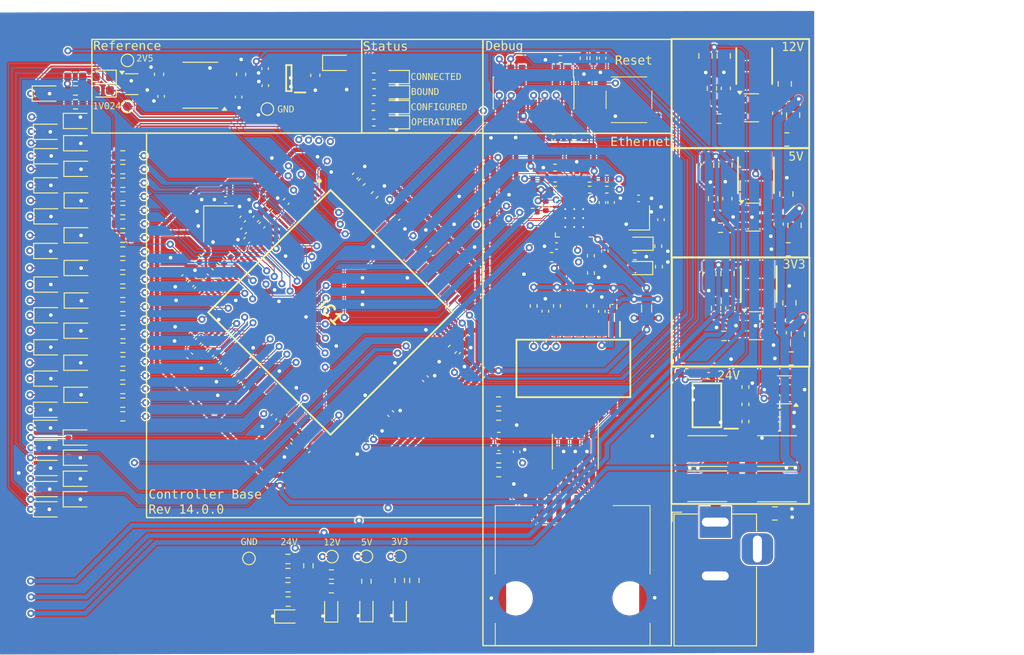
<source format=kicad_pcb>
(kicad_pcb (version 20240108) (generator "pcbnew") (generator_version "8.0")
  (layers (0 "F.Cu" signal) (1 "In1.Cu" signal) (2 "In2.Cu" signal) (31 "B.Cu" signal) (34 "B.Paste" user) (35 "F.Paste" user) (36 "B.SilkS" user "B.Silkscreen") (37 "F.SilkS" user "F.Silkscreen") (38 "B.Mask" user) (39 "F.Mask" user) (44 "Edge.Cuts" user))
  (net 0 "")
  (net 1 "GND")
  (net 2 "+3V3")
  (net 3 "+2V5")
  (net 4 "Net-(C16-Pad1)")
  (net 5 "Net-(D2-A)")
  (net 6 "Net-(T1-TX+)")
  (net 7 "Net-(T1-TX-)")
  (net 8 "Net-(T1-RX+)")
  (net 9 "Net-(T1-RX-)")
  (net 10 "Net-(D6-A)")
  (net 11 "/Micro/DEBUG_RESET")
  (net 12 "/Micro/RMII_MDC")
  (net 13 "/Micro/RMII_REF_CLK")
  (net 14 "/Micro/RMII_MDIO")
  (net 15 "/Micro/RMII_CRS_DV")
  (net 16 "Net-(R10006-Pad1)")
  (net 17 "/PWM2")
  (net 18 "/PWM0")
  (net 19 "/AIN19")
  (net 20 "/AIN17")
  (net 21 "/AIN15")
  (net 22 "/AIN13")
  (net 23 "/AIN11")
  (net 24 "/AIN9")
  (net 25 "/AIN7")
  (net 26 "/AIN5")
  (net 27 "/AIN3")
  (net 28 "/AIN1")
  (net 29 "/PWM3")
  (net 30 "/PWM1")
  (net 31 "/AIN18")
  (net 32 "/AIN16")
  (net 33 "/AIN14")
  (net 34 "/AIN12")
  (net 35 "/AIN10")
  (net 36 "/AIN8")
  (net 37 "/AIN6")
  (net 38 "/AIN4")
  (net 39 "/AIN2")
  (net 40 "+1V024")
  (net 41 "/Micro/RMII_RXD0")
  (net 42 "/Micro/RMII_RXD1")
  (net 43 "Net-(J7-Pad4)")
  (net 44 "Net-(J7-Pad7)")
  (net 45 "Net-(T1-NC_3)")
  (net 46 "Net-(T1-NC_6)")
  (net 53 "/Micro/AIN0_Filt")
  (net 54 "/Micro/AIN1_Filt")
  (net 55 "/Micro/AIN2_Filt")
  (net 56 "/Micro/AIN3_Filt")
  (net 57 "/Micro/AIN4_Filt")
  (net 58 "/Micro/AIN5_Filt")
  (net 59 "/Micro/AIN6_Filt")
  (net 60 "/Micro/AIN7_Filt")
  (net 61 "/Micro/AIN8_Filt")
  (net 62 "/Micro/AIN9_Filt")
  (net 63 "/Micro/AIN10_Filt")
  (net 64 "/Micro/AIN11_Filt")
  (net 65 "/Micro/AIN12_Filt")
  (net 66 "/Micro/AIN13_Filt")
  (net 67 "/Micro/AIN14_Filt")
  (net 68 "/Micro/AIN15_Filt")
  (net 69 "/Micro/AIN16_Filt")
  (net 70 "Net-(IC1-VCAP_1)")
  (net 71 "Net-(IC1-VCAP_2)")
  (net 72 "Net-(U5-XTAL1{slash}CLKIN)")
  (net 73 "Net-(U5-VDDCR)")
  (net 74 "/Micro/AIN17_Filt")
  (net 83 "/Micro/RMII_TX_EN")
  (net 84 "/Micro/RMII_TXD0")
  (net 85 "/Micro/RMII_TXD1")
  (net 86 "/Micro/DEBUG_TMS{slash}SWDIO")
  (net 87 "/Micro/DEBUG_TCK{slash}SWCLK")
  (net 88 "/Micro/DEBUG_TDI")
  (net 104 "/Micro/UART_TX")
  (net 130 "/Micro/UART_RX")
  (net 132 "/Micro/DEBUG_TDO{slash}SWO")
  (net 138 "Net-(IC1-BOOT0)")
  (net 142 "Net-(IC1-PDR_ON)")
  (net 143 "/Micro/Ethernet/RX-")
  (net 144 "/Micro/Ethernet/RX+")
  (net 145 "Net-(U5-RXD1{slash}MODE1)")
  (net 146 "Net-(U5-RXD0{slash}MODE0)")
  (net 147 "Net-(U5-CRS_DV{slash}MODE2)")
  (net 148 "Net-(U5-~{INT}{slash}REFCLKO)")
  (net 149 "Net-(U5-RBIAS)")
  (net 150 "Net-(U5-RXER{slash}PHYAD0)")
  (net 151 "Net-(D36-K)")
  (net 152 "/Micro/AIN18_Filt")
  (net 153 "Net-(D36-A)")
  (net 154 "/Micro/AIN19_Filt")
  (net 155 "Net-(D2-K)")
  (net 158 "/Micro/Ethernet/TX-")
  (net 159 "/Micro/Ethernet/TX+")
  (net 160 "Net-(D37-A)")
  (net 161 "Net-(T1-CT_1)")
  (net 162 "Net-(U5-XTAL2)")
  (net 163 "Net-(D38-A)")
  (net 164 "Net-(D39-A)")
  (net 165 "/Micro/LED0")
  (net 166 "/Micro/LED1")
  (net 167 "/Micro/LED2")
  (net 168 "/Micro/LED3")
  (net 169 "/Micro/HSECLK")
  (net 177 "unconnected-(J4-Pin_2-Pad2)")
  (net 179 "Net-(J4-Pin_11)")
  (net 180 "Net-(R54-Pad1)")
  (net 181 "+5V")
  (net 182 "+24V")
  (net 183 "+12V")
  (net 184 "Net-(U4001-+)")
  (net 185 "Net-(C7001-Pad2)")
  (net 186 "Net-(IC10001-CB)")
  (net 187 "Net-(IC10001-SW)")
  (net 188 "Net-(IC12001-SW)")
  (net 189 "Net-(IC12001-CB)")
  (net 190 "Net-(IC8002-SW)")
  (net 191 "Net-(IC10001-FB)")
  (net 192 "Net-(R8006-Pad2)")
  (net 193 "Net-(R7025-Pad1)")
  (net 194 "Net-(R7025-Pad2)")
  (net 195 "Net-(R7026-Pad2)")
  (net 196 "Net-(IC8002-CB)")
  (net 197 "Net-(D7004-A)")
  (net 198 "Net-(D7005-A)")
  (net 199 "Net-(D7004-K)")
  (net 200 "Net-(D7006-A)")
  (net 201 "Net-(D7005-K)")
  (net 202 "Net-(D7008-A)")
  (net 203 "Net-(D7009-A)")
  (net 204 "Net-(R7027-Pad1)")
  (net 205 "Net-(C12002-Pad2)")
  (net 206 "Net-(C11005-Pad2)")
  (net 207 "Net-(D7007-A)")
  (net 208 "Net-(IC8002-FB)")
  (net 209 "Net-(IC12001-FB)")
  (net 211 "Net-(IC8001-+IN)")
  (net 218 "Net-(J4-Pin_3)")
  (net 220 "/AIN0")
  (net 221 "/ENCODER0_0")
  (net 222 "/COUNTER0")
  (net 223 "/FREQ0")
  (net 224 "/FREQ1")
  (net 225 "/ENCODER0_1")
  (footprint "Diode_SMD:D_SOD-323" (layer "F.Cu") (at 115.83 71.43)
    (property "Reference" "D1010" (hide yes))
    (property "Value" "BZT52C5V6S")
  )
  (footprint "Resistor_SMD:R_0603_1608Metric" (layer "F.Cu") (at 120.795 78.8)
    (property "Reference" "R42" (hide yes))
    (property "Value" "10R 0603")
  )
  (footprint "Resistor_SMD:R_0402_1005Metric" (layer "F.Cu") (at 148.866061 63.285638 45)
    (property "Reference" "R4" (hide yes))
    (property "Value" "10k")
  )
  (footprint "Connector_PinHeader_1.27mm:PinHeader_2x07_P1.27mm_Vertical_SMD" (layer "F.Cu") (at 166.6 51.9 -90)
    (property "Reference" "J4" (hide yes))
    (property "Value" "Conn_02x07_Odd_Even")
  )
  (footprint "Capacitor_SMD:C_0402_1005Metric" (layer "F.Cu") (at 154.530437 83.776262 135)
    (property "Reference" "C38" (hide yes))
    (property "Value" "0.1uF")
  )
  (footprint "Capacitor_SMD:C_0402_1005Metric" (layer "F.Cu") (at 136.65 49.185 90)
    (property "Reference" "C6002" (hide yes))
    (property "Value" "0.1uF")
  )
  (footprint "Diode_SMD:D_SOD-323" (layer "F.Cu") (at 112.42 96.09)
    (property "Reference" "D1022" (hide yes))
    (property "Value" "BZT52C5V6S")
  )
  (footprint "Resistor_SMD:R_0402_1005Metric" (layer "F.Cu") (at 172.858 62.694 180)
    (property "Reference" "R27" (hide yes))
    (property "Value" "10k")
  )
  (footprint "Resistor_SMD:R_0402_1005Metric" (layer "F.Cu") (at 169.018 62.694 180)
    (property "Reference" "R56" (hide yes))
    (property "Value" "1.5k")
  )
  (footprint "Resistor_SMD:R_0402_1005Metric" (layer "F.Cu") (at 147.430437 61.846262 -135)
    (property "Reference" "R6" (hide yes))
    (property "Value" "10k")
  )
  (footprint "Resistor_SMD:R_2512_6332Metric" (layer "F.Cu") (at 185.975 95.775)
    (property "Reference" "R4001" (hide yes))
    (property "Value" "MRF6432(2512)LR030FTS 0.030 1%")
  )
  (footprint "TestPoint:TestPoint_Pad_D1.0mm" (layer "F.Cu") (at 134.85 103.825)
    (property "Reference" "TP10006" (hide yes))
    (property "Value" "TestPoint_GND")
  )
  (footprint "Diode_SMD:D_SOD-323" (layer "F.Cu") (at 112.42 91.49)
    (property "Reference" "D1025" (hide yes))
    (property "Value" "BZT52C5V6S")
  )
  (footprint "Resistor_SMD:R_0805_2012Metric" (layer "F.Cu") (at 194.85 57.09 180)
    (property "Reference" "R12003" (hide yes))
    (property "Value" "1R 0805")
  )
  (footprint "Capacitor_SMD:C_0402_1005Metric" (layer "F.Cu") (at 139.019411 64.010589 45)
    (property "Reference" "C44" (hide yes))
    (property "Value" "1uF 0402")
  )
  (footprint "Capacitor_SMD:C_0603_1608Metric" (layer "F.Cu") (at 188.21 63.7 -90)
    (property "Reference" "C11009" (hide yes))
    (property "Value" "0.1uF 50V 0603")
  )
  (footprint "LED_SMD:LED_0603_1608Metric" (layer "F.Cu") (at 151.2875 55.175 180)
    (property "Reference" "D38" (hide yes))
    (property "Value" "Purple LED")
  )
  (footprint "LED_SMD:LED_0603_1608Metric" (layer "F.Cu") (at 147.95 109.4125 90)
    (property "Reference" "D7007" (hide yes))
    (property "Value" "Purple LED")
  )
  (footprint "Resistor_SMD:R_0402_1005Metric" (layer "F.Cu") (at 175.508 75.664 90)
    (property "Reference" "R16" (hide yes))
    (property "Value" "49.9")
  )
  (footprint "Resistor_SMD:R_0603_1608Metric" (layer "F.Cu") (at 120.78 87.97)
    (property "Reference" "R52" (hide yes))
    (property "Value" "10R 0603")
  )
  (footprint "Capacitor_SMD:C_0402_1005Metric" (layer "F.Cu") (at 174.3 48.025 90)
    (property "Reference" "C19" (hide yes))
    (property "Value" "0.1uF")
  )
  (footprint "Diode_SMD:D_SOD-323" (layer "F.Cu") (at 112.46 62.21)
    (property "Reference" "D1005" (hide yes))
    (property "Value" "BZT52C5V6S")
  )
  (footprint "LED_SMD:LED_0603_1608Metric" (layer "F.Cu") (at 178.45 68.725 180)
    (property "Reference" "D2" (hide yes))
    (property "Value" "Purple LED")
  )
  (footprint "Capacitor_SMD:C_0402_1005Metric" (layer "F.Cu") (at 133.7 52.36 90)
    (property "Reference" "C5001" (hide yes))
    (property "Value" "0.1uF")
  )
  (footprint "Capacitor_SMD:C_0402_1005Metric" (layer "F.Cu") (at 135.609411 65.950589 45)
    (property "Reference" "C48" (hide yes))
    (property "Value" "1uF 0402")
  )
  (footprint "Capacitor_SMD:C_0402_1005Metric" (layer "F.Cu") (at 129.880589 80.289411 -135)
    (property "Reference" "C58" (hide yes))
    (property "Value" "1uF 0402")
  )
  (footprint "Resistor_SMD:R_0603_1608Metric" (layer "F.Cu") (at 186.9625 75.915 -90)
    (property "Reference" "R7001" (hide yes))
    (property "Value" "51k 0603")
  )
  (footprint "Capacitor_SMD:C_0805_2012Metric" (layer "F.Cu") (at 188.2325 72.045 -90)
    (property "Reference" "C7004" (hide yes))
    (property "Value" "10uF 50V 0805")
  )
  (footprint "Capacitor_SMD:C_0402_1005Metric" (layer "F.Cu") (at 130.005437 72.421262 -45)
    (property "Reference" "C43" (hide yes))
    (property "Value" "10nF")
  )
  (footprint "Capacitor_SMD:C_0805_2012Metric" (layer "F.Cu") (at 195.1325 75.325 90)
    (property "Reference" "C7002" (hide yes))
    (property "Value" "10uF 50V 0805")
  )
  (footprint "Capacitor_SMD:C_0603_1608Metric" (layer "F.Cu") (at 188.5425 75.88 -90)
    (property "Reference" "C7003" (hide yes))
    (property "Value" "0.1uF 50V 0603")
  )
  (footprint "Diode_SMD:D_SOD-323" (layer "F.Cu") (at 112.4625 76.7)
    (property "Reference" "D1013" (hide yes))
    (property "Value" "BZT52C5V6S")
  )
  (footprint "Diode_SMD:D_SOD-323" (layer "F.Cu") (at 115.76125 92.59)
    (property "Reference" "D1026" (hide yes))
    (property "Value" "BZT52C5V6S")
  )
  (footprint "Diode_SMD:D_SOD-323" (layer "F.Cu") (at 112.46 80.28)
    (property "Reference" "D1015" (hide yes))
    (property "Value" "BZT52C5V6S")
  )
  (footprint "Resistor_SMD:R_0402_1005Metric" (layer "F.Cu") (at 174.768 62.694)
    (property "Reference" "R23" (hide yes))
    (property "Value" "33R")
  )
  (footprint "Capacitor_SMD:C_0402_1005Metric" (layer "F.Cu") (at 171.388 60.914 -90)
    (property "Reference" "C26" (hide yes))
    (property "Value" "0.1uF")
  )
  (footprint "Resistor_SMD:R_0603_1608Metric" (layer "F.Cu") (at 120.795 81.865)
    (property "Reference" "R44" (hide yes))
    (property "Value" "10R 0603")
  )
  (footprint "Resistor_SMD:R_0603_1608Metric" (layer "F.Cu") (at 120.775 75.75)
    (property "Reference" "R40" (hide yes))
    (property "Value" "10R 0603")
  )
  (footprint "Resistor_SMD:R_0402_1005Metric" (layer "F.Cu") (at 169.208 75.664 90)
    (property "Reference" "R14" (hide yes))
    (property "Value" "49.9")
  )
  (footprint "Diode_SMD:D_SOD-323" (layer "F.Cu") (at 115.7525 55.03)
    (property "Reference" "D7" (hide yes))
    (property "Value" "BZT52C5V6S")
  )
  (footprint "Capacitor_SMD:C_0603_1608Metric" (layer "F.Cu") (at 133.975 49.83 -90)
    (property "Reference" "C5002" (hide yes))
    (property "Value" "10uF")
  )
  (footprint "Resistor_SMD:R_0603_1608Metric" (layer "F.Cu") (at 120.775 58.875)
    (property "Reference" "R8" (hide yes))
    (property "Value" "10R 0603")
  )
  (footprint "Resistor_SMD:R_0603_1608Metric" (layer "F.Cu") (at 162.708 92.654 180)
    (property "Reference" "R20" (hide yes))
    (property "Value" "75")
  )
  (footprint "Capacitor_SMD:C_0402_1005Metric" (layer "F.Cu") (at 137.63 88.061 45)
    (property "Reference" "C12" (hide yes))
    (property "Value" "0.1uF")
  )
  (footprint "Diode_SMD:D_SOD-323" (layer "F.Cu") (at 115.85 75.06)
    (property "Reference" "D1012" (hide yes))
    (property "Value" "BZT52C5V6S")
  )
  (footprint "Diode_SMD:D_SOD-323" (layer "F.Cu") (at 115.8 82)
    (property "Reference" "D1016" (hide yes))
    (property "Value" "BZT52C5V6S")
  )
  (footprint "LED_SMD:LED_0603_1608Metric" (layer "F.Cu") (at 139.1975 110.3)
    (property "Reference" "D7008" (hide yes))
    (property "Value" "Purple LED")
  )
  (footprint "Resistor_SMD:R_0603_1608Metric" (layer "F.Cu") (at 115.475 50.1 180)
    (property "Reference" "R7029" (hide yes))
    (property "Value" "10k")
  )
  (footprint "Capacitor_SMD:C_0402_1005Metric" (layer "F.Cu") (at 128.240589 81.230589 135)
    (property "Reference" "C30" (hide yes))
    (property "Value" "0.1uF")
  )
  (footprint "Resistor_SMD:R_0402_1005Metric" (layer "F.Cu") (at 148.7275 53.48 180)
    (property "Reference" "R50" (hide yes))
    (property "Value" "10k")
  )
  (footprint "Package_SO:SOIC-8_3.9x4.9mm_P1.27mm" (layer "F.Cu") (at 171.253 91.914 -90)
    (property "Reference" "D5" (hide yes))
    (property "Value" "CDNBS08-SLVU2.8-4")
  )
  (footprint "Resistor_SMD:R_0402_1005Metric" (layer "F.Cu") (at 173 71.985 90)
    (property "Reference" "R57" (hide yes))
    (property "Value" "100R")
  )
  (footprint "aaa:SOT95P280X145-6N" (layer "F.Cu") (at 139.3 50.25 180)
    (property "Reference" "IC5004" (hide yes))
    (property "Value" "REF35102QDBVR" (hide yes))
  )
  (footprint "Resistor_SMD:R_0402_1005Metric" (layer "F.Cu") (at 162.718 90.144)
    (property "Reference" "R21" (hide yes))
    (property "Value" "1M")
  )
  (footprint "Connector_BarrelJack:BarrelJack_Horizontal" (layer "F.Cu") (at 186.8675 99.775 90)
    (property "Reference" "J8001" (hide yes))
    (property "Value" "Barrel_Jack")
  )
  (footprint "Package_TO_SOT_SMD:SOT-23-6" (layer "F.Cu") (at 194.5725 85.02 180)
    (property "Reference" "U4001" (hide yes))
    (property "Value" "INA181A2")
  )
  (footprint "Diode_SMD:D_SOD-323" (layer "F.Cu") (at 112.46 58.96)
    (property "Reference" "D1003" (hide yes))
    (property "Value" "BZT52C5V6S")
  )
  (footprint "Package_TO_SOT_SMD:SOT-363_SC-70-6" (layer "F.Cu") (at 121.775 50.925)
    (property "Reference" "U10001" (hide yes))
    (property "Value" "NTJD4001NT1G")
  )
  (footprint "Diode_SMD:D_SOD-323" (layer "F.Cu") (at 115.78 57.51)
    (property "Reference" "D1002" (hide yes))
    (property "Value" "BZT52C5V6S")
  )
  (footprint "Diode_SMD:D_SOD-323" (layer "F.Cu") (at 115.81 60.37)
    (property "Reference" "D1004" (hide yes))
    (property "Value" "BZT52C5V6S")
  )
  (footprint "aaa:63391601" (layer "F.Cu") (at 170.958 105.7465)
    (property "Reference" "J7" (hide yes))
    (property "Value" "6339160-1" (hide yes))
  )
  (footprint "Capacitor_SMD:C_0402_1005Metric" (layer "F.Cu") (at 167.908 76.244 -90)
    (property "Reference" "C15" (hide yes))
    (property "Value" "0.1uF")
  )
  (footprint "aaa:TS1187ABAB" (layer "F.Cu") (at 177.24 52.665)
    (property "Reference" "S1" (hide yes))
    (property "Value" "TS-1187A-B-A-B" (hide yes))
  )
  (footprint "Diode_SMD:D_SOD-323" (layer "F.Cu") (at 112.41375 93.74)
    (property "Reference" "D1027" (hide yes))
    (property "Value" "BZT52C5V6S")
  )
  (footprint "Capacitor_SMD:C_0805_2012Metric" (layer "F.Cu") (at 193.52 98.81)
    (property "Reference" "C4003" (hide yes))
    (property "Value" "10uF 50V 0805")
  )
  (footprint "Resistor_SMD:R_0603_1608Metric" (layer "F.Cu") (at 120.775 60.4)
    (property "Reference" "R9" (hide yes))
    (property "Value" "10R 0603")
  )
  (footprint "Resistor_SMD:R_0603_1608Metric" (layer "F.Cu") (at 162.698 86.334)
    (property "Reference" "R18" (hide yes))
    (property "Value" "75")
  )
  (footprint "TestPoint:TestPoint_Pad_D1.0mm" (layer "F.Cu") (at 121.29 53.42)
    (property "Reference" "TP10005" (hide yes))
    (property "Value" "TestPoint_+1V024")
  )
  (footprint "Resistor_SMD:R_0402_1005Metric" (layer "F.Cu") (at 172.908 75.664 90)
    (property "Reference" "R15" (hide yes))
    (property "Value" "49.9")
  )
  (footprint "Capacitor_SMD:C_0805_2012Metric" (layer "F.Cu") (at 185.77 47.77 -90)
    (property "Reference" "C9004" (hide yes))
    (property "Value" "10uF 50V 0805")
  )
  (footprint "Capacitor_SMD:C_0402_1005Metric" (layer "F.Cu") (at 154.860437 69.321262 -135)
    (property "Reference" "C36" (hide yes))
    (property "Value" "0.1uF")
  )
  (footprint "Resistor_SMD:R_2512_6332Metric" (layer "F.Cu") (at 185.9875 91.85)
    (property "Reference" "R4003" (hide yes))
    (property "Value" "MRF6432(2512)LR030FTS 0.030 1%")
  )
  (footprint "Resistor_SMD:R_0603_1608Metric" (layer "F.Cu") (at 187.295 54.77 180)
    (property "Reference" "R9002" (hide yes))
    (property "Value" "22.1k 0603")
  )
  (footprint "Resistor_SMD:R_2512_6332Metric" (layer "F.Cu") (at 193.75 91.85 180)
    (property "Reference" "R4002" (hide yes))
    (property "Value" "MRF6432(2512)LR030FTS 0.030 1%")
  )
  (footprint "Capacitor_SMD:C_0603_1608Metric" (layer "F.Cu") (at 157.545437 80.496262 -135)
    (property "Reference" "C10" (hide yes))
    (property "Value" "10uF")
  )
  (footprint "LED_SMD:LED_0603_1608Metric" (layer "F.Cu") (at 118.5625 51.625 180)
    (property "Reference" "D7005" (hide yes))
    (property "Value" "Purple LED")
  )
  (footprint "Resistor_SMD:R_0603_1608Metric" (layer "F.Cu") (at 187.455 66.94 180)
    (property "Reference" "R11004" (hide yes))
    (property "Value" "22.1k 0603")
  )
  (footprint "Resistor_SMD:R_0603_1608Metric" (layer "F.Cu") (at 186.495 51.395 -90)
    (property "Reference" "R9001" (hide yes))
    (property "Value" "243k 0603")
  )
  (footprint "Package_TO_SOT_SMD:SOT-23-6" (layer "F.Cu") (at 191.0875 65.75)
    (property "Reference" "IC8002" (hide yes))
    (property "Value" "TPS560430XDBVR")
  )
  (footprint "Resistor_SMD:R_0603_1608Metric" (layer "F.Cu") (at 139.1975 107.0375)
    (property "Reference" "R7025" (hide yes))
    (property "Value" "10k")
  )
  (footprint "Capacitor_SMD:C_0603_1608Metric" (layer "F.Cu") (at 168.603 70.214)
    (property "Reference" "C23" (hide yes))
    (property "Value" "10uF")
  )
  (footprint "Capacitor_SMD:C_0603_1608Metric" (layer "F.Cu") (at 194.035 89.095)
    (property "Reference" "C4001" (hide yes))
    (property "Value" "0.1uF 0603")
  )
  (footprint "Resistor_SMD:R_0603_1608Metric" (layer "F.Cu") (at 187.8225 79.005 180)
    (property "Reference" "R10001" (hide yes))
    (property "Value" "22.1k 0603")
  )
  (footprint "Capacitor_SMD:C_0402_1005Metric" (layer "F.Cu") (at 174.278 64.124 -90)
    (property "Reference" "C25" (hide yes))
    (property "Value" "470pF 0402")
  )
  (footprint "Capacitor_SMD:C_0402_1005Metric" (layer "F.Cu") (at 130.580589 80.979411 -135)
    (property "Reference" "C59" (hide yes))
    (property "Value" "1uF 0402")
  )
  (footprint "Resistor_SMD:R_0402_1005Metric" (layer "F.Cu") (at 167.028 61.444)
    (property "Reference" "R47" (hide yes))
    (property "Value" "33R")
  )
  (footprint "Diode_SMD:D_SOD-323" (layer "F.Cu") (at 115.82 78.43)
    (property "Reference" "D1014" (hide yes))
    (property "Value" "BZT52C5V6S")
  )
  (footprint "Capacitor_SMD:C_0603_1608Metric" (layer "F.Cu") (at 183.682 83.17 180)
    (property "Reference" "C4005" (hide yes))
    (property "Value" "10uF")
  )
  (footprint "Capacitor_SMD:C_0402_1005Metric" (layer "F.Cu") (at 128.5 78.89 -135)
    (property "Reference" "C56" (hide yes))
    (property "Value" "1uF 0402")
  )
  (footprint "Capacitor_SMD:C_0805_2012Metric" (layer "F.Cu") (at 186.2025 72.0525 -90)
    (property "Reference" "C10006" (hide yes))
    (property "Value" "2.2uF 50V 0805")
  )
  (footprint "Capacitor_SMD:C_0402_1005Metric" (layer "F.Cu") (at 132.690589 83.079411 -135)
    (property "Reference" "C62" (hide yes))
    (property "Value" "1uF 0402")
  )
  (footprint "Diode_SMD:D_SOD-323" (layer "F.Cu") (at 115.84 63.9)
    (property "Reference" "D1006" (hide yes))
    (property "Value" "BZT52C5V6S")
  )
  (footprint "Resistor_SMD:R_0402_1005Metric" (layer "F.Cu") (at 172.988 70.064 90)
    (property "Reference" "R54" (hide yes))
    (property "Value" "12k")
  )
  (footprint "Capacitor_SMD:C_0603_1608Metric" (layer "F.Cu") (at 193.93 66.535 -90)
    (property "Reference" "C8001" (hide yes))
    (property "Value" "0.1uF 50V 0603")
  )
  (footprint "Capacitor_SMD:C_0603_1608Metric" (layer "F.Cu") (at 193.77 54.155 -90)
    (property "Reference" "C9001" (hide yes))
    (property "Value" "0.1uF 50V 0603")
  )
  (footprint "Resistor_SMD:R_0603_1608Metric" (layer "F.Cu") (at 139.2225 108.6375 180)
    (property "Reference" "R7033" (hide yes))
    (property "Value" "10k")
  )
  (footprint "Diode_SMD:D_SOD-323" (layer "F.Cu") (at 115.74 90.34)
    (property "Reference" "D1029" (hide yes))
    (property "Value" "BZT52C5V6S")
  )
  (footprint "Capacitor_SMD:C_0402_1005Metric" (layer "F.Cu") (at 136.740589 63.439411 -135)
    (property "Reference" "C33" (hide yes))
    (property "Value" "0.1uF")
  )
  (footprint "Capacitor_SMD:C_0402_1005Metric" (layer "F.Cu") (at 136.950589 64.619411 45)
    (property "Reference" "C46" (hide yes))
    (property "Value" "1uF 0402")
  )
  (footprint "Capacitor_SMD:C_0603_1608Metric" (layer "F.Cu") (at 188.045 51.395 -90)
    (property "Reference" "C9002" (hide yes))
    (property "Value" "0.1uF 50V 0603")
  )
  (footprint "Capacitor_SMD:C_0402_1005Metric" (layer "F.Cu") (at 134.610589 68.349411 -135)
    (property "Reference" "C50" (hide yes))
    (property "Value" "1uF 0402")
  )
  (footprint "Capacitor_SMD:C_0402_1005Metric" (layer "F.Cu") (at 180.808 66.044 -90)
    (property "Reference" "C21" (hide yes))
    (property "Value" "5.6pF 0402")
  )
  (footprint "MountingHole:MountingHole_5mm" (layer "F.Cu") (at 203.225 53.3)
    (property "Reference" "H1002" (hide yes))
    (property "Value" "MountingHole_for_10-32")
  )
  (footprint "Resistor_SMD:R_0603_1608Metric" (layer "F.Cu") (at 144.05 107.15 180)
    (property "Reference" "R7034" (hide yes))
    (property "Value" "10k")
  )
  (footprint "Capacitor_SMD:C_0402_1005Metric" (layer "F.Cu") (at 134.090589 84.469411 45)
    (property "Reference" "C29" (hide yes))
    (property "Value" "0.1uF")
  )
  (footprint "Resistor_SMD:R_0603_1608Metric" (layer "F.Cu") (at 120.775 71.125)
    (property "Reference" "R37" (hide yes))
    (property "Value" "10R 0603")
  )
  (footprint "Capacitor_SMD:C_0402_1005Metric" (layer "F.Cu") (at 127.67 72.5 45)
    (property "Reference" "C31" (hide yes))
    (property "Value" "0.1uF")
  )
  (footprint "Resistor_SMD:R_0402_1005Metric" (layer "F.Cu") (at 148.7775 50.07 180)
    (property "Reference" "R55" (hide yes))
    (property "Value" "10k")
  )
  (footprint "Resistor_SMD:R_0402_1005Metric" (layer "F.Cu") (at 148.7775 55.205 180)
    (property "Reference" "R53" (hide yes))
    (property "Value" "10k")
  )
  (footprint "Resistor_SMD:R_0603_1608Metric" (layer "F.Cu") (at 120.775 83.4)
    (property "Reference" "R45" (hide yes))
    (property "Value" "10R 0603")
  )
  (footprint "Resistor_SMD:R_0603_1608Metric" (layer "F.Cu") (at 141.48 104.645 90)
    (property "Reference" "R10006" (hide yes))
    (property "Value" "10k")
  )
  (footprint "Diode_SMD:D_SOD-323" (layer "F.Cu") (at 112.44 69.53)
    (property "Reference" "D1009" (hide yes))
    (property "Value" "BZT52C5V6S")
  )
  (footprint "Resistor_SMD:R_0603_1608Metric" (layer "F.Cu") (at 153.3 106.285 90)
    (property "Reference" "R10002" (hide yes))
    (property "Value" "10k")
  )
  (footprint "Diode_SMD:D_SOD-323" (layer "F.Cu") (at 144.675 48.55)
    (property "Reference" "D1030" (hide yes))
    (property "Value" "BZT52C5V6S")
  )
  (footprint "aaa:INDPM4040X300N" (layer "F.Cu") (at 191.21 48.91 -90)
    (property "Reference" "L9001" (hide yes))
    (property "Value" "33uH  FNR4020S330MT" (hide yes))
  )
  (footprint "Resistor_SMD:R_0402_1005Metric" (layer "F.Cu") (at 148.8075 51.815 180)
    (property "Reference" "R5" (hide yes))
    (property "Value" "10k")
  )
  (footprint "Resistor_SMD:R_0402_1005Metric" (layer "F.Cu") (at 167.958 64.514 -90)
    (property "Reference" "R29" (hide yes))
    (property "Value" "10k")
  )
  (footprint "Package_TO_SOT_SMD:SOT-23-6" (layer "F.Cu") (at 190.9025 53.56)
    (property "Reference" "IC12001" (hide yes))
    (property "Value" "TPS560430XDBVR")
  )
  (footprint "Capacitor_SMD:C_0402_1005Metric" (layer "F.Cu") (at 131.740589 70.610589 135)
    (property "Reference" "C53" (hide yes))
    (property "Value" "1uF 0402")
  )
  (footprint "Resistor_SMD:R_0603_1608Metric" (layer "F.Cu") (at 120.795 77.275)
    (property "Reference" "R41" (hide yes))
    (property "Value" "10R 0603")
  )
  (footprint "Diode_SMD:D_SOD-323" (layer "F.Cu") (at 112.47 73.28)
    (property "Reference" "D1011" (hide yes))
    (property "Value" "BZT52C5V6S")
  )
  (footprint "Resistor_SMD:R_0603_1608Metric" (layer "F.Cu") (at 120.785 63.445)
    (property "Reference" "R11" (hide yes))
    (property "Value" "10R 0603")
  )
  (footprint "Resistor_SMD:R_0402_1005Metric" (layer "F.Cu") (at 180.5805 71.289 -90)
    (property "Reference" "R34" (hide yes))
    (property "Value" "1.5k")
  )
  (footprint "Resistor_SMD:R_0402_1005Metric" (layer "F.Cu") (at 173.275 48.025 90)
    (property "Reference" "R2" (hide yes))
    (property "Value" "10k")
  )
  (footprint "Capacitor_SMD:C_0402_1005Metric" (layer "F.Cu") (at 164.71 91.94 -90)
    (property "Reference" "C13" (hide yes))
    (property "Value" "0.1uF")
  )
  (footprint "aaa:SOIC127P600X175-8N" (layer "F.Cu") (at 185.932 86.745 180)
    (property "Reference" "IC8001" (hide yes))
    (property "Value" "INA826AIDR" (hide yes))
  )
  (footprint "Resistor_SMD:R_0603_1608Metric" (layer "F.Cu") (at 162.715 94.2)
    (property "Reference" "R19" (hide yes))
    (property "Value" "75")
  )
  (footprint "Capacitor_SMD:C_0805_2012Metric" (layer "F.Cu") (at 195.71 66.68 -90)
    (property "Reference" "C11005" (hide yes))
    (property "Value" "10uF 50V 0805")
  )
  (footprint "Diode_SMD:D_SOD-323" (layer "F.Cu") (at 115.75 94.94)
    (property "Reference" "D1021" (hide yes))
    (property "Value" "BZT52C5V6S")
  )
  (footprint "Resistor_SMD:R_0603_1608Metric" (layer "F.Cu") (at 139.1975 103.8875)
    (property "Reference" "R7028" (hide yes))
    (property "Value" "10k")
  )
  (footprint "LED_SMD:LED_0603_1608Metric" (layer "F.Cu") (at 178.408 71.439 180)
    (property "Reference" "D36" (hide yes))
    (property "Value" "Purple LED")
  )
  (footprint "aaa:INDPM4040X300N" (layer "F.Cu") (at 191.7125 73.215 -90)
    (property "Reference" "L7001" (hide yes))
    (property "Value" "12uH FNR4030S120MT" (hide yes))
  )
  (footprint "Resistor_SMD:R_0805_2012Metric" (layer "F.Cu") (at 195.0075 69.35 180)
    (property "Reference" "R11005" (hide yes))
    (property "Value" "1R 0805")
  )
  (footprint "Resistor_SMD:R_0402_1005Metric" (layer "F.Cu") (at 190.232 84.71 -90)
    (property "Reference" "R8005" (hide yes))
    (property "Value" "1.5k")
  )
  (footprint "Capacitor_SMD:C_0603_1608Metric" (layer "F.Cu") (at 194.035 87.545)
    (property "Reference" "C4002" (hide yes))
    (property "Value" "10uF 0603")
  )
  (footprint "Package_TO_SOT_SMD:SOT-23-6" (layer "F.Cu") (at 191.425 77.865)
    (property "Reference" "IC10001" (hide yes))
    (property "Value" "TPS560430XDBVR")
  )
  (footprint "Capacitor_SMD:C_0402_1005Metric" (layer "F.Cu") (at 150.655437 87.671262 135)
    (property "Reference" "C39" (hide yes))
    (property "Value" "0.1uF")
  )
  (footprint "aaa:SOIC127P940X622-16N" (layer "F.Cu") (at 171.038 82.634 -90)
    (property "Reference" "T1" (hide yes))
    (property "Value" "H1102NLT" (hide yes))
  )
  (footprint "Capacitor_SMD:C_0402_1005Metric" (layer "F.Cu") (at 129 70.44 -45)
    (property "Reference" "C28" (hide yes))
    (property "Value" "0.1uF")
  )
  (footprint "Capacitor_SMD:C_0402_1005Metric" (layer "F.Cu") (at 186.13 83.45 180)
    (property "Reference" "C4004" (hide yes))
    (property "Value" "0.1uF")
  )
  (footprint "Resistor_SMD:R_0402_1005Metric" (layer "F.Cu") (at 169.008 61.454)
    (property "Reference" "R28" (hide yes))
    (property "Value" "10k")
  )
  (footprint "Capacitor_SMD:C_0402_1005Metric" (layer "F.Cu") (at 136.309411 66.650589 -135)
    (property "Reference" "C47" (hide yes))
    (property "Value" "1uF 0402")
  )
  (footprint "Capacitor_SMD:C_0402_1005Metric" (layer "F.Cu") (at 151.360437 65.796262 -135)
    (property "Reference" "C35" (hide yes))
    (property "Value" "0.1uF")
  )
  (footprint "Resistor_SMD:R_0603_1608Metric" (layer "F.Cu") (at 162.715 87.89 180)
    (property "Reference" "R17" (hide yes))
    (property "Value" "75")
  )
  (footprint "Capacitor_SMD:C_0402_1005Metric" (layer "F.Cu") (at 174.548 69.554 90)
    (property "Reference" "C24" (hide yes))
    (property "Value" "0.1uF")
  )
  (footprint "Crystal:Crystal_SMD_2016-4Pin_2.0x1.6mm" (layer "F.Cu") (at 178.383 65.839 90)
    (property "Reference" "Y2" (hide yes))
    (property "Value" "NX2016SA-25.000M-STD-CZS-1")
  )
  (footprint "Capacitor_SMD:C_0603_1608Metric" (layer "F.Cu") (at 124.825 49.83 -90)
    (property "Reference" "C5004" (hide yes))
    (property "Value" "10uF")
  )
  (footprint "Resistor_SMD:R_0603_1608Metric" (layer "F.Cu") (at 120.775 86.45)
    (property "Reference" "R51" (hide yes))
    (property "Value" "10R 0603")
  )
  (footprint "Resistor_SMD:R_0603_1608Metric" (layer "F.Cu") (at 115.5 51.625 180)
    (property "Reference" "R7030" (hide yes))
    (property "Value" "10k")
  )
  (footprint "Resistor_SMD:R_0603_1608Metric" (layer "F.Cu") (at 186.63 63.7 -90)
    (property "Reference" "R11003" (hide yes))
    (property "Value" "88.7k 0603")
  )
  (footprint "Capacitor_SMD:C_0805_2012Metric" (layer "F.Cu") (at 188 59.95 -90)
    (property "Reference" "C8002" (hide yes))
    (property "Value" "2.2uF 50V 0805")
  )
  (footprint "LED_SMD:LED_0603_1608Metric" (layer "F.Cu") (at 151.2625 50.13 180)
    (property "Reference" "D39" (hide yes))
    (property "Value" "Purple LED")
  )
  (footprint "Capacitor_SMD:C_0805_2012Metric" (layer "F.Cu") (at 187.81 47.78 -90)
    (property "Reference" "C9003" (hide yes))
    (property "Value" "2.2uF 50V 0805")
  )
  (footprint "Capacitor_SMD:C_0402_1005Metric" (layer "F.Cu") (at 134.249411 67.290589 -135)
    (property "Reference" "C49" (hide yes))
    (property "Value" "1uF 0402")
  )
  (footprint "Capacitor_SMD:C_0603_1608Metric" (layer "F.Cu") (at 194.2825 78.635 -90)
    (property "Reference" "C10005" (hide yes))
    (property "Value" "0.1uF 50V 0603")
  )
  (footprint "Resistor_SMD:R_2512_6332Metric" (layer "F.Cu") (at 193.75 95.8 180)
    (property "Reference" "R8004" (hide yes))
    (property "Value" "MRF6432(2512)LR030FTS 0.030 1%")
  )
  (footprint "LED_SMD:LED_0603_1608Metric" (layer "F.Cu") (at 151.28 53.48 180)
    (property "Reference" "D37" (hide yes))
    (property "Value" "Purple LED")
  )
  (footprint "Capacitor_SMD:C_0402_1005Metric" (layer "F.Cu") (at 162.708 91.424)
    (property "Reference" "C16" (hide yes))
    (property "Value" "4.7nF")
  )
  (footprint "LED_SMD:LED_0603_1608Metric" (layer "F.Cu") (at 118.5625 50.1 180)
    (property "Reference" "D7004" (hide yes))
    (property "Value" "Purple LED")
  )
  (footprint "Resistor_SMD:R_0805_2012Metric" (layer "F.Cu") (at 195.35 81.525 180)
    (property "Reference" "R10003" (hide yes))
    (property "Value" "1R 0805")
  )
  (footprint "Diode_SMD:D_SOD-323" (layer "F.Cu") (at 115.81 85.58)
    (property "Reference" "D1018" (hide yes))
    (property "Value" "BZT52C5V6S")
  )
  (footprint "Capacitor_SMD:C_0402_1005Metric" (layer "F.Cu") (at 175.248 64.124 -90)
    (property "Reference" "C27" (hide yes))
    (property "Value" "1uF 0402")
  )
  (footprint "Capacitor_SMD:C_0402_1005Metric" (layer "F.Cu") (at 128.380589 73.189411 45)
    (property "Reference" "C42" (hide yes))
    (property "Value" "10nF")
  )
  (footprint "Capacitor_SMD:C_0402_1005Metric" (layer "F.Cu") (at 137.65 65.31 45)
    (property "Reference" "C45" (hide yes))
    (property "Value" "1uF 0402")
  )
  (footprint "MountingHole:MountingHole_5mm" (layer "F.Cu") (at 203.025 104.275)
    (property "Reference" "H1001" (hide yes))
    (property "Value" "MountingHole_for_10-32")
  )
  (footprint "Resistor_SMD:R_0603_1608Metric" (layer "F.Cu") (at 120.775 74.2)
    (property "Reference" "R39" (hide yes))
    (property "Value" "10R 0603")
  )
  (footprint "Resistor_SMD:R_0402_1005Metric" (layer "F.Cu") (at 168.988 60.234)
    (property "Reference" "R30" (hide yes))
    (property "Value" "10k")
  )
  (footprint "Capacitor_SMD:C_0402_1005Metric" (layer "F.Cu") (at 131.280589 81.679411 -135)
    (property "Reference" "C60" (hide yes))
    (property "Value" "1uF 0402")
  )
  (footprint "LED_SMD:LED_0603_1608Metric" (layer "F.Cu") (at 151.675 109.4 90)
    (property "Reference" "D7006" (hide yes))
    (property "Value" "Purple LED")
  )
  (footprint "TestPoint:TestPoint_Pad_D1.0mm" (layer "F.Cu") (at 147.95 103.6)
    (property "Reference" "TP10002" (hide yes))
    (property "Value" "TestPoint_+5V")
  )
  (footprint "TestPoint:TestPoint_Pad_D1.0mm" (layer "F.Cu") (at 136.9 53.7)
    (property "Reference" "TP4001" (hide yes))
    (property "Value" "TestPoint_GND_1")
  )
  (footprint "Capacitor_SMD:C_0402_1005Metric" (layer "F.Cu") (at 169.158 68.984)
    (property "Reference" "C22" (hide yes))
    (property "Value" "0.1uF")
  )
  (footprint "Resistor_SMD:R_0603_1608Metric" (layer "F.Cu") (at 120.78 84.925)
    (property "Reference" "R46" (hide yes))
    (property "Value" "10R 0603")
  )
  (footprint "Capacitor_SMD:C_0402_1005Metric" (layer "F.Cu") (at 158.616026 81.185673 45)
    (property "Reference" "C17" (hide yes))
    (property "Value" "0.1uF")
  )
  (footprint "Capacitor_SMD:C_0805_2012Metric" (layer "F.Cu") (at 194.62 50.89 90)
    (property "Reference" "C12003" (hide yes))
    (property "Value" "10uF 50V 0805")
  )
  (footprint "Resistor_SMD:R_0603_1608Metric" (layer "F.Cu") (at 120.795 80.325)
    (property "Reference" "R43" (hide yes))
    (property "Value" "10R 0603")
  )
  (footprint "Diode_SMD:D_SOD-323" (layer "F.Cu") (at 112.41 98.35)
    (property "Reference" "D1024" (hide yes))
    (property "Value" "BZT52C5V6S")
  )
  (footprint "Diode_SMD:D_SOD-323" (layer "F.Cu") (at 112.47 65.67)
    (property "Reference" "D1007" (hide yes))
    (property "Value" "BZT52C5V6S")
  )
  (footprint "Resistor_SMD:R_0402_1005Metric" (layer "F.Cu") (at 166.608 75.664 90)
    (property "Reference" "R13" (hide yes))
    (property "Value" "49.9")
  )
  (footprint "Diode_SMD:D_SOD-323" (layer "F.Cu") (at 112.42 87.25)
    (property "Reference" "D1019" (hide yes))
    (property "Value" "BZT52C5V6S")
  )
  (footprint "Capacitor_SMD:C_0805_2012Metric" (layer "F.Cu") (at 185.95 59.97 -90)
    (property "Reference" "C8003" (hide yes))
    (property "Value" "10uF 50V 0805")
  )
  (footprint "Capacitor_SMD:C_0402_1005Metric" (layer "F.Cu") (at 134.150589 65.969411 45)
    (property "Reference" "C51" (hide yes))
    (property "Value" "1uF 0402")
  )
  (footprint "Resistor_SMD:R_0402_1005Metric" (layer "F.Cu") (at 190.232 86.635 -90)
    (property "Reference" "R8007" (hide yes))
    (property "Value" "10k")
  )
  (footprint "Capacitor_SMD:C_0805_2012Metric" (layer "F.Cu") (at 194.8 63.18 90)
    (property "Reference" "C11006" (hide yes))
    (property "Value" "10uF 50V 0805")
  )
  (footprint "Crystal:Crystal_SMD_3225-4Pin_3.2x2.5mm" (layer "F.Cu") (at 131.45 66.5 -90)
    (property "Reference" "Y1" (hide yes))
    (property "Value" "SiT1602BI-21-33S-48.000000")
  )
  (footprint "Capacitor_SMD:C_0402_1005Metric" (layer "F.Cu") (at 129.200589 79.589411 -135)
    (property "Reference" "C57" (hide yes))
    (property "Value" "1uF 0402")
  )
  (footprint "Capacitor_SMD:C_0402_1005Metric" (layer "F.Cu") (at 133.390589 83.779411 -135)
    (property "Reference" "C63" (hide yes))
    (property "Value" "1uF 0402")
  )
  (footprint "Capacitor_SMD:C_0402_1005Metric" (layer "F.Cu") (at 131.04 71.32 135)
    (property "Reference" "C54" (hide yes))
    (property "Value" "1uF 0402")
  )
  (footprint "Capacitor_SMD:C_0805_2012Metric" (layer "F.Cu") (at 195.55 54.37 -90)
    (property "Reference" "C12002" (hide yes))
    (property "Value" "10uF 50V 0805")
  )
  (footprint "Diode_SMD:D_SOD-323" (layer "F.Cu") (at 112.41 56.24)
    (property "Reference" "D1001" (hide yes))
    (property "Value" "BZT52C5V6S")
  )
  (footprint "TestPoint:TestPoint_Pad_D1.0mm" (layer "F.Cu") (at 144.1 103.625 90)
    (property "Reference" "TP10001" (hide yes))
    (property "Value" "TestPoint_+12V")
  )
  (footprint "Capacitor_SMD:C_0402_1005Metric" (layer "F.Cu") (at 131.981178 82.368822 -135)
    (property "Reference" "C61" (hide yes))
    (property "Value" "1uF 0402")
  )
  (footprint "Package_SO:SOIC-8_3.9x4.9mm_P1.27mm" (layer "F.Cu") (at 129.425 51.04 180)
    (property "Reference" "U6002" (hide yes))
    (property "Value" "ADR4525")
  )
  (footprint "Resistor_SMD:R_0603_1608Metric" (layer "F.Cu") (at 151.675 106.2875 90)
    (property "Reference" "R7031" (hide yes))
    (property "Value" "10k")
  )
  (footprint "Resistor_SMD:R_0603_1608Metric" (layer "F.Cu") (at 115.505 53.17 180)
    (property "Reference" "R10004" (hide yes))
    (property "Value" "10k")
  )
  (footprint "Resistor_SMD:R_0402_1005Metric" (layer "F.Cu") (at 169.585 48.125 180)
    (property "Reference" "R2001" (hide yes))
    (property "Value" "100R 0402")
  )
  (footprint "Resistor_SMD:R_0603_1608Metric" (layer "F.Cu") (at 147.95 106.375 90)
    (property "Reference" "R10005" (hide yes))
    (property "Value" "10k")
  )
  (footprint "Capacitor_SMD:C_0603_1608Metric" (layer "F.Cu") (at 139.982429 90.173254 -45)
    (property "Reference" "C9" (hide yes))
    (property "Value" "10uF")
  )
  (footprint "aaa:QFP50P2200X2200X160-144N" (layer "F.Cu") (at 143.95 76.38 -45)
    (property "Reference" "IC1")
    (property "Value" "STM32H743ZIT6" (hide yes))
  )
  (footprint "Resistor_SMD:R_0402_1005Metric" (layer "F.Cu") (at 172.175 48.035 90)
    (property "Reference" "R58" (hide yes))
    (property "Value" "100R 0402")
  )
  (footprint "Resistor_SMD:R_0402_1005Metric" (layer "F.Cu") (at 174.778 61.464)
    (property "Reference" "R26" (hide yes))
    (property "Value" "33R")
  )
  (footprint "Resistor_SMD:R_0603_1608Metric" (layer "F.Cu") (at 120.775 61.925)
    (property "Reference" "R10" (hide yes))
    (property "Value" "10R 0603")
  )
  (footprint "Resistor_SMD:R_0402_1005Metric" (layer "F.Cu") (at 168.815 56.9)
    (property "Reference" "R1" (hide yes))
    (property "Value" "10k")
  )
  (footprint "Resistor_SMD:R_0402_1005Metric" (layer "F.Cu") (at 180.5055 68.999 -90)
    (property "Reference" "R31" (hide yes))
    (property "Value" "10k")
  )
  (footprint "Capacitor_SMD:C_0402_1005Metric" (layer "F.Cu") (at 129.7 69.74 -45)
    (property "Reference" "C32" (hide yes))
    (property "Value" "0.1uF")
  )
  (footprint "TestPoint:TestPoint_Pad_D1.0mm" (layer "F.Cu") (at 151.675 103.5875 90)
    (property "Reference" "TP10004" (hide yes))
    (property "Value" "TestPoint_+3V3")
  )
  (footprint "aaa:INDPM4040X300N" (layer "F.Cu") (at 191.4 61.09 -90)
    (property "Reference" "L11001" (hide yes))
    (property "Value" "18uH  FNR4030S180MT" (hide yes))
  )
  (footprint "Capacitor_SMD:C_0402_1005Metric" (layer "F.Cu") (at 136.675 51.095 -90)
    (property "Reference" "C6001" (hide yes))
    (property "Value" "0.1uF")
  )
  (footprint "Resistor_SMD:R_0402_1005Metric" (layer "F.Cu") (at 166.498 65.154 180)
    (property "Reference" "R48" (hide yes))
    (property "Value" "33R")
  )
  (footprint "Resistor_SMD:R_0603_1608Metric" (layer "F.Cu") (at 144.05 105.625)
    (property "Reference" "R7027" (hide yes))
    (property "Value" "10k")
  )
  (footprint "Resistor_SMD:R_0402_1005Metric" (layer "F.Cu") (at 177.8855 70.129)
    (property "Reference" "R33" (hide yes))
    (property "Value" "10k")
  )
  (footprint "Resistor_SMD:R_0402_1005Metric" (layer "F.Cu") (at 172.848 61.464 180)
    (property "Reference" "R49" (hide yes))
    (property "Value" "10k")
  )
  (footprint "Capacitor_SMD:C_0402_1005Metric" (layer "F.Cu") (at 125.05 52.285 90)
    (property "Reference" "C5003" (hide yes))
    (property "Value" "0.1uF")
  )
  (footprint "Package_DFN_QFN:VQFN-24-1EP_4x4mm_P0.5mm_EP2.5x2.5mm_ThermalVias" (layer "F.Cu") (at 171.138 65.8615 180)
    (property "Reference" "U5" (hide yes))
    (property "Value" "LAN8742A")
  )
  (footprint "Capacitor_SMD:C_0603_1608Metric" (layer "F.Cu") (at 142.25 49.94 90)
    (property "Reference" "C6003" (hide yes))
    (property "Value" "10uF")
  )
  (footprint "Diode_SMD:D_SOD-323" (layer "F.Cu") (at 115.83 67.78)
    (property "Reference" "D1008" (hide yes))
    (property "Value" "BZT52C5V6S")
  )
  (footprint "Capacitor_SMD:C_0402_1005Metric" (layer "F.Cu") (at 139.303018 91.253843 -45)
    (property "Reference" "C18" (hide yes))
    (property "Value" "0.1uF")
  )
  (footprint "Capacitor_SMD:C_0805_2012Metric" (layer "F.Cu") (at 196.0825 78.805 -90)
    (property "Reference" "C7001" (hide yes))
    (property "Value" "10uF 50V 0805")
  )
  (footprint "LED_SMD:LED_0603_1608Metric" (layer "F.Cu") (at 144.025 109.4375 90)
    (property "Reference" "D7009" (hide yes))
    (property "Value" "Purple LED")
  )
  (footprint "Resistor_SMD:R_0603_1608Metric" (layer "F.Cu") (at 120.775 64.975)
    (property "Reference" "R22" (hide yes))
    (property "Value" "10R 0603")
  )
  (footprint "Capacitor_SMD:C_0402_1005Metric" (layer "F.Cu") (at 132.460589 69.890589 135)
    (property "Reference" "C52" (hide yes))
    (property "Value" "1uF 0402")
  )
  (footprint "Capacitor_SMD:C_0402_1005Metric" (layer "F.Cu") (at 141.33 91.706 45)
    (property "Reference" "C11" (hide yes))
    (property "Value" "0.1uF")
  )
  (footprint "Diode_SMD:D_SOD-323" (layer "F.Cu") (at 112.45 83.77)
    (property "Reference" "D1017" (hide yes))
    (property "Value" "BZT52C5V6S")
  )
  (footprint "Inductor_SMD:L_0805_2012Metric" (layer "F.Cu") (at 179.208 75.9515 90)
    (property "Reference" "FB1" (hide yes))
    (property "Value" "GZ2012D601TF")
  )
  (footprint "Capacitor_SMD:C_0402_1005Metric" (layer "F.Cu") (at 174.208 76.264 -90)
    (property "Reference" "C14" (hide yes))
    (property "Value" "0.1uF")
  )
  (footprint "Resistor_SMD:R_0402_1005Metric" (layer "F.Cu") (at 171.135 56.85 180)
    (property "Reference" "R3" (hide yes))
    (property "Value" "10k")
  )
  (footprint "Resistor_SMD:R_0402_1005Metric" (layer "F.Cu") (at 190.232 88.555 90)
    (property "Reference" "R8006" (hide yes))
    (property "Value" "10k")
  )
  (footprint "Resistor_SMD:R_0603_1608Metric" (layer "F.Cu") (at 120.775 72.69)
    (property "Reference" "R38" (hide yes))
    (property "Value" "10R 0603")
  )
  (footprint "Diode_SMD:D_SOD-323" (layer "F.Cu") (at 115.74 97.23)
    (property "Reference" "D1023" (hide yes))
    (property "Value" "BZT52C5V6S")
  )
  (footprint "Resistor_SMD:R_0603_1608Metric" (layer "F.Cu") (at 120.775 69.6)
    (property "Reference" "R36" (hide yes))
    (property "Value" "10R 0603")
  )
  (footprint "Capacitor_SMD:C_0402_1005Metric" (layer "F.Cu") (at 132.235589 63.839411)
    (property "Reference" "C40" (hide yes))
    (property "Value" "0.1uF")
  )
  (footprint "Resistor_SMD:R_0603_1608Metric" (layer "F.Cu") (at 120.775 68.05)
    (property "Reference" "R35" (hide yes))
    (property "Value" "10R 0603")
  )
  (footprint "TestPoint:TestPoint_Pad_D1.0mm" (layer "F.Cu") (at 121.3 48.27)
    (property "Reference" "TP10003" (hide yes))
    (property "Value" "TestPoint_+2V5")
  )
  (footprint "Capacitor_SMD:C_0402_1005Metric" (layer "F.Cu") (at 178.308 63.664 180)
    (property "Reference" "C20" (hide yes))
    (property "Value" "5.6pF 0402")
  )
  (footprint "Capacitor_SMD:C_0402_1005Metric" (layer "F.Cu") (at 146.710437 61.171262 -135)
    (property "Reference" "C34" (hide yes))
    (property "Value" "0.1uF")
  )
  (footprint "Diode_SMD:D_SOD-323" (layer "F.Cu") (at 112.28 51.97)
    (property "Reference" "D1028" (hide yes))
    (property "Value" "BZT52C5V6S")
  )
  (footprint "Capacitor_SMD:C_0402_1005Metric" (layer "F.Cu") (at 129.090589 73.889411 -135)
    (property "Reference" "C55" (hide yes))
    (property "Value" "1uF 0402")
  )
  (footprint "Diode_SMD:D_SOD-323" (layer "F.Cu") (at 112.4125 89.26)
    (property "Reference" "D1020" (hide yes))
    (property "Value" "BZT52C5V6S")
  )
  (footprint "Resistor_SMD:R_0603_1608Metric" (layer "F.Cu") (at 120.775 66.5)
    (property "Reference" "R32" (hide yes))
    (property "Value" "10R 0603")
  )
  (footprint "Resistor_SMD:R_0603_1608Metric" (layer "F.Cu") (at 139.1975 105.4625 180)
    (property "Reference" "R7026" (hide yes))
    (property "Value" "10k")
  )
  (footprint "Capacitor_SMD:C_0402_1005Metric" (layer "F.Cu") (at 159.119848 79.185673 135)
    (property "Reference" "C37" (hide yes))
    (property "Value" "0.1uF")
  )
  (footprint "LED_SMD:LED_0603_1608Metric" (layer "F.Cu") (at 151.2875 51.83 180)
    (property "Reference" "D6" (hide yes))
    (property "Value" "Purple LED")
  )
  (gr_rect (start 182.0325 70.265) (end 197.3725 82.425) (stroke (width 0.2)) (fill none) (layer "F.SilkS"))
  (gr_rect (start 123.425 56.379375) (end 160.95 99.270625) (stroke (width 0.15)) (fill none) (layer "F.SilkS"))
  (gr_rect (start 182 58.07) (end 197.34 70.23) (stroke (width 0.2)) (fill none) (layer "F.SilkS"))
  (gr_rect (start 160.9526 56.414) (end 181.964 113.554) (stroke (width 0.15)) (fill none) (layer "F.SilkS"))
  (gr_rect (start 160.95 45.93) (end 181.964 56.414) (stroke (width 0.15)) (fill none) (layer "F.SilkS"))
  (gr_rect (start 117.33 45.93) (end 147.4246 56.38) (stroke (width 0.15)) (fill none) (layer "F.SilkS"))
  (gr_rect (start 182 45.89) (end 197.34 58.05) (stroke (width 0.2)) (fill none) (layer "F.SilkS"))
  (gr_rect (start 181.98 82.44) (end 197.32 97.75) (stroke (width 0.2)) (fill none) (layer "F.SilkS"))
  (gr_rect (start 147.4246 45.93) (end 160.95 56.37) (stroke (width 0.15)) (fill none) (layer "F.SilkS"))
  (gr_text "5V" (at 195.03 59.62 0) (layer "F.SilkS") (effects (font (size 1 1)) (justify left bottom)))
  (gr_text "24V" (at 138.38 102.47 0) (layer "F.SilkS") (effects (font (size 0.75 0.75)) (justify left bottom)))
  (gr_text "OPERATING" (at 152.9425 55.63 0) (layer "F.SilkS") (effects (font (size 0.75 0.75)) (justify left bottom)))
  (gr_text "Reference" (at 121.27 46.7 0) (layer "F.SilkS") (effects (font (size 1 1))))
  (gr_text "BOUND" (at 152.9175 52.255 0) (layer "F.SilkS") (effects (font (size 0.75 0.75)) (justify left bottom)))
  (gr_text "GND" (at 133.93 102.46 0) (layer "F.SilkS") (effects (font (size 0.75 0.75)) (justify left bottom)))
  (gr_text "3V3" (at 194.4 71.65 0) (layer "F.SilkS") (effects (font (size 1 1)) (justify left bottom)))
  (gr_text "3V3" (at 150.72 102.44 0) (layer "F.SilkS") (effects (font (size 0.75 0.75)) (justify left bottom)))
  (gr_text "1V024" (at 117.42 53.84 0) (layer "F.SilkS") (effects (font (size 0.75 0.75)) (justify left bottom)))
  (gr_text "Reset" (at 177.775 48.325 0) (layer "F.SilkS") (effects (font (size 1 1))))
  (gr_text "Ethernet" (at 178.525 57.4 0) (layer "F.SilkS") (effects (font (size 1 1))))
  (gr_text "Status" (at 150.075 46.76 0) (layer "F.SilkS") (effects (font (size 1 1))))
  (gr_text "2V5" (at 122.3 48.52 0) (layer "F.SilkS") (effects (font (size 0.75 0.75)) (justify left bottom)))
  (gr_text "12V" (at 143.17 102.51 0) (layer "F.SilkS") (effects (font (size 0.75 0.75)) (justify left bottom)))
  (gr_text "Debug" (at 163.34 46.71 0) (layer "F.SilkS") (effects (font (size 1 1))))
  (gr_text "CONNECTED" (at 152.875 50.58 0) (layer "F.SilkS") (effects (font (size 0.75 0.75)) (justify left bottom)))
  (gr_text "12V" (at 194.24 47.4 0) (layer "F.SilkS") (effects (font (size 1 1)) (justify left bottom)))
  (gr_text "5V" (at 147.36 102.5 0) (layer "F.SilkS") (effects (font (size 0.75 0.75)) (justify left bottom)))
  (gr_text "CONFIGURED" (at 152.89 53.95 0) (layer "F.SilkS") (effects (font (size 0.75 0.75)) (justify left bottom)))
  (gr_text "24V" (at 187.1 84.05 0) (layer "F.SilkS") (effects (font (size 1 1)) (justify left bottom)))
  (gr_text "Controller Base\nRev 14.0.0" (at 123.65 97.575 0) (layer "F.SilkS") (effects (font (size 1 1)) (justify left)))
  (gr_text "GND" (at 138.02 54.2 0) (layer "F.SilkS") (effects (font (size 0.75 0.75)) (justify left bottom)))
  (segment (start 137.243204 67.903204) (end 137.93 68.59) (width 0.1) (layer "F.Cu") (net 1))
  (segment (start 177.858 66.514) (end 176.933 66.539) (width 0.1) (layer "F.Cu") (net 1))
  (segment (start 137.611472 82.301472) (end 138.24 82.93) (width 0.1) (layer "F.Cu") (net 1))
  (segment (start 178.788 63.664) (end 179.758 63.664) (width 0.1) (layer "F.Cu") (net 1))
  (segment (start 164.428 91.424) (end 165.338 91.424) (width 0.1) (layer "F.Cu") (net 1))
  (segment (start 174.278 63.644) (end 176.278 63.644) (width 0.25) (layer "F.Cu") (net 1))
  (segment (start 171.408 59.584) (end 171.408 59.564) (width 0.25) (layer "F.Cu") (net 1))
  (segment (start 173 72.495) (end 173.85 72.5) (width 0.25) (layer "F.Cu") (net 1))
  (segment (start 174.548 70.034) (end 174.558 71.254) (width 0.25) (layer "F.Cu") (net 1))
  (segment (start 165.338 91.424) (end 165.608 91.694) (width 0.1) (layer "F.Cu") (net 1))
  (segment (start 181.5455 70.789) (end 181.5755 70.759) (width 0.25) (layer "F.Cu") (net 1))
  (segment (start 180.808 65.564) (end 180.808 64.614) (width 0.1) (layer "F.Cu") (net 1))
  (segment (start 171.388 59.584) (end 171.408 59.584) (width 0.25) (layer "F.Cu") (net 1))
  (segment (start 163.228 91.384) (end 163.188 91.424) (width 0.1) (layer "F.Cu") (net 1))
  (segment (start 168.478 60.234) (end 167.688 60.234) (width 0.25) (layer "F.Cu") (net 1))
  (segment (start 164.428 91.424) (end 163.188 91.424) (width 0.1) (layer "F.Cu") (net 1))
  (segment (start 173.85 72.5) (end 173.845 72.495) (width 0.25) (layer "F.Cu") (net 1))
  (segment (start 174.208 75.784) (end 174.208 74.664) (width 0.1) (layer "F.Cu") (net 1))
  (segment (start 179.733 65.164) (end 179.633 65.164) (width 0.1) (layer "F.Cu") (net 1))
  (segment (start 168.678 68.984) (end 167.818 69.004) (width 0.25) (layer "F.Cu") (net 1))
  (segment (start 137.93 68.59) (end 137.976993 68.59) (width 0.1) (layer "F.Cu") (net 1))
  (segment (start 171.388 60.434) (end 171.388 59.584) (width 0.25) (layer "F.Cu") (net 1))
  (segment (start 138.94 70.1) (end 138.96 70.11) (width 0.1) (layer "F.Cu") (net 1))
  (segment (start 163.228 90.144) (end 163.228 91.384) (width 0.1) (layer "F.Cu") (net 1))
  (segment (start 180.4955 70.789) (end 181.5455 70.789) (width 0.25) (layer "F.Cu") (net 1))
  (segment (start 135.553655 82.301472) (end 137.611472 82.301472) (width 0.1) (layer "F.Cu") (net 1))
  (segment (start 176.933 66.539) (end 176.908 66.514) (width 0.1) (layer "F.Cu") (net 1))
  (segment (start 171.388 59.584) (end 171.388 59.584) (width 0.25) (layer "F.Cu") (net 1))
  (segment (start 167.828 70.214) (end 167.828 69.014) (width 0.25) (layer "F.Cu") (net 1))
  (segment (start 135.119651 82.735476) (end 135.553655 82.301472) (width 0.1) (layer "F.Cu") (net 1))
  (segment (start 167.688 60.234) (end 167.678 60.224) (width 0.25) (layer "F.Cu") (net 1))
  (segment (start 181.5755 69.559) (end 181.5255 69.509) (width 0.25) (layer "F.Cu") (net 1))
  (segment (start 180.5055 69.509) (end 181.5755 69.559) (width 0.25) (layer "F.Cu") (net 1))
  (segment (start 137.240971 67.903204) (end 137.243204 67.903204) (width 0.1) (layer "F.Cu") (net 1))
  (segment (start 178.908 65.164) (end 179.733 65.164) (width 0.1) (layer "F.Cu") (net 1))
  (segment (start 188.644 88.65) (end 188.644 88.6695) (width 0.15) (layer "F.Cu") (net 1))
  (segment (start 128.660589 70.100589) (end 129.360589 69.400589) (width 0.25) (layer "F.Cu") (net 1))
  (segment (start 179.1455 70.129) (end 179.1755 70.159) (width 0.25) (layer "F.Cu") (net 1))
  (segment (start 138.96 69.573007) (end 138.94 70.1) (width 0.1) (layer "F.Cu") (net 1))
  (segment (start 180.808 64.614) (end 180.808 64.589) (width 0.1) (layer "F.Cu") (net 1))
  (segment (start 171.408 59.564) (end 171.398 59.574) (width 0.25) (layer "F.Cu") (net 1))
  (segment (start 167.908 75.764) (end 167.908 74.864) (width 0.1) (layer "F.Cu") (net 1))
  (segment (start 167.828 69.014) (end 167.818 69.004) (width 0.25) (layer "F.Cu") (net 1))
  (segment (start 167.818 69.004) (end 167.798 68.984) (width 0.25) (layer "F.Cu") (net 1))
  (segment (start 174.558 71.254) (end 174.548 71.244) (width 0.25) (layer "F.Cu") (net 1))
  (segment (start 178.3955 70.129) (end 179.1455 70.129) (width 0.25) (layer "F.Cu") (net 1))
  (segment (start 137.976993 68.59) (end 138.96 69.573007) (width 0.1) (layer "F.Cu") (net 1))
  (segment (start 176.278 63.644) (end 176.288 63.634) (width 0.25) (layer "F.Cu") (net 1))
  (via (at 196.835 84.995) (size 0.8) (drill 0.4) (layers "F.Cu" "B.Cu") (net 1))
  (via (at 112.6225 96.1) (size 0.8) (drill 0.4) (layers "F.Cu" "B.Cu") (net 1))
  (via (at 159.59 80.31) (size 0.8) (drill 0.4) (layers "F.Cu" "B.Cu") (net 1))
  (via (at 191.3625 77.8675) (size 0.8) (drill 0.4) (layers "F.Cu" "B.Cu") (net 1))
  (via (at 143.1 110.25) (size 0.8) (drill 0.4) (layers "F.Cu" "B.Cu") (net 1))
  (via (at 147.77 60.1) (size 0.8) (drill 0.4) (layers "F.Cu" "B.Cu") (net 1))
  (via (at 193.13 69.33) (size 0.8) (drill 0.4) (layers "F.Cu" "B.Cu") (net 1))
  (via (at 165.608 91.694) (size 0.8) (drill 0.4) (layers "F.Cu" "B.Cu") (net 1))
  (via (at 151.72 87.33) (size 0.8) (drill 0.4) (layers "F.Cu" "B.Cu") (net 1))
  (via (at 151.37 54.33) (size 0.8) (drill 0.4) (layers "F.Cu" "B.Cu") (net 1))
  (via (at 126.11 70.28) (size 0.8) (drill 0.4) (layers "F.Cu" "B.Cu") (net 1))
  (via (at 171.25 91.9) (size 0.8) (drill 0.4) (layers "F.Cu" "B.Cu") (net 1))
  (via (at 112.5825 98.35) (size 0.8) (drill 0.4) (layers "F.Cu" "B.Cu") (net 1))
  (via (at 133.8 64.575) (size 0.8) (drill 0.4) (layers "F.Cu" "B.Cu") (net 1))
  (via (at 112.59 91.49) (size 0.8) (drill 0.4) (layers "F.Cu" "B.Cu") (net 1))
  (via (at 191 84.275) (size 0.8) (drill 0.4) (layers "F.Cu" "B.Cu") (net 1))
  (via (at 156.07 81.88) (size 0.8) (drill 0.4) (layers "F.Cu" "B.Cu") (net 1))
  (via (at 138.81 92.51) (size 0.8) (drill 0.4) (layers "F.Cu" "B.Cu") (net 1))
  (via (at 148.69 69.04) (size 0.8) (drill 0.4) (layers "F.Cu" "B.Cu") (net 1))
  (via (at 135.95 50.625) (size 0.8) (drill 0.4) (layers "F.Cu" "B.Cu") (net 1))
  (via (at 187.98 61.8) (size 0.8) (drill 0.4) (layers "F.Cu" "B.Cu") (net 1))
  (via (at 116.05 54.6) (size 0.8) (drill 0.4) (layers "F.Cu" "B.Cu") (net 1))
  (via (at 131.37 85.63) (size 0.8) (drill 0.4) (layers "F.Cu" "B.Cu") (net 1))
  (via (at 138.05 63.625) (size 0.8) (drill 0.4) (layers "F.Cu" "B.Cu") (net 1))
  (via (at 151.36 52.66) (size 0.8) (drill 0.4) (layers "F.Cu" "B.Cu") (net 1))
  (via (at 142.25 51.6) (size 0.8) (drill 0.4) (layers "F.Cu" "B.Cu") (net 1))
  (via (at 163.86 63.26) (size 0.8) (drill 0.4) (layers "F.Cu" "B.Cu") (net 1))
  (via (at 112.75 80.26) (size 0.8) (drill 0.4) (layers "F.Cu" "B.Cu") (net 1))
  (via (at 167.908 74.864) (size 0.8) (drill 0.4) (layers "F.Cu" "B.Cu") (net 1))
  (via (at 112.72 89.27) (size 0.8) (drill 0.4) (layers "F.Cu" "B.Cu") (net 1))
  (via (at 135 65.125) (size 0.8) (drill 0.4) (layers "F.Cu" "B.Cu") (net 1))
  (via (at 190.96 65.76) (size 0.8) (drill 0.4) (layers "F.Cu" "B.Cu") (net 1))
  (via (at 138.24 82.93) (size 0.8) (drill 0.4) (layers "F.Cu" "B.Cu") (net 1))
  (via (at 126.72 75.04) (size 0.8) (drill 0.4) (layers "F.Cu" "B.Cu") (net 1))
  (via (at 133.38 75.04) (size 0.8) (drill 0.4) (layers "F.Cu" "B.Cu") (net 1))
  (via (at 188.86 65.74) (size 0.8) (drill 0.4) (layers "F.Cu" "B.Cu") (net 1))
  (via (at 167.92 48.21) (size 0.8) (drill 0.4) (layers "F.Cu" "B.Cu") (net 1))
  (via (at 171.408 59.584) (size 0.8) (drill 0.4) (layers "F.Cu" "B.Cu") (net 1))
  (via (at 116.04 97.23) (size 0.8) (drill 0.4) (layers "F.Cu" "B.Cu") (net 1))
  (via (at 130.5 49.12) (size 0.8) (drill 0.4) (layers "F.Cu" "B.Cu") (net 1))
  (via (at 179.733 65.164) (size 0.8) (drill 0.4) (layers "F.Cu" "B.Cu") (net 1))
  (via (at 151.31 55.99) (size 0.8) (drill 0.4) (layers "F.Cu" "B.Cu") (net 1))
  (via (at 164.6 56.875) (size 0.8) (drill 0.4) (layers "F.Cu" "B.Cu") (net 1))
  (via (at 186.325 61.85) (size 0.8) (drill 0.4) (layers "F.Cu" "B.Cu") (net 1))
  (via (at 136.33 89.1) (size 0.8) (drill 0.4) (layers "F.Cu" "B.Cu") (net 1))
  (via (at 116.13 85.57) (size 0.8) (drill 0.4) (layers "F.Cu" "B.Cu") (net 1))
  (via (at 145.75 51.525) (size 0.8) (drill 0.4) (layers "F.Cu" "B.Cu") (net 1))
  (via (at 176.288 63.634) (size 0.8) (drill 0.4) (layers "F.Cu" "B.Cu") (net 1))
  (via (at 116.13 63.93) (size 0.8) (drill 0.4) (layers "F.Cu" "B.Cu") (net 1))
  (via (at 139.525 51.2) (size 0.8) (drill 0.4) (layers "F.Cu" "B.Cu") (net 1))
  (via (at 179.1755 70.159) (size 0.8) (drill 0.4) (layers "F.Cu" "B.Cu") (net 1))
  (via (at 130.84 68.54) (size 0.8) (drill 0.4) (layers "F.Cu" "B.Cu") (net 1))
  (via (at 112.75 73.27) (size 0.8) (drill 0.4) (layers "F.Cu" "B.Cu") (net 1))
  (via (at 146.93 92.19) (size 0.8) (drill 0.4) (layers "F.Cu" "B.Cu") (net 1))
  (via (at 116.12 60.41) (size 0.8) (drill 0.4) (layers "F.Cu" "B.Cu") (net 1))
  (via (at 181.5755 69.559) (size 0.8) (drill 0.4) (layers "F.Cu" "B.Cu") (net 1))
  (via (at 112.72 87.25) (size 0.8) (drill 0.4) (layers "F.Cu" "B.Cu") (net 1))
  (via (at 138.2 75.15) (size 0.8) (drill 0.4) (layers "F.Cu" "B.Cu") (net 1))
  (via (at 121.725 50.55) (size 0.8) (drill 0.4) (layers "F.Cu" "B.Cu") (net 1))
  (via (at 174.208 74.664) (size 0.8) (drill 0.4) (layers "F.Cu" "B.Cu") (net 1))
  (via (at 134.864645 63.80962) (size 0.8) (drill 0.4) (layers "F.Cu" "B.Cu") (net 1))
  (via (at 169.95 91.9) (size 0.8) (drill 0.4) (layers "F.Cu" "B.Cu") (net 1))
  (via (at 112.72375 93.75) (size 0.8) (drill 0.4) (layers "F.Cu" "B.Cu") (net 1))
  (via (at 154.58 67.18) (size 0.8) (drill 0.4) (layers "F.Cu" "B.Cu") (net 1))
  (via (at 112.76 62.21) (size 0.8) (drill 0.4) (layers "F.Cu" "B.Cu") (net 1))
  (via (at 135.32 80.33) (size 0.8) (drill 0.4) (layers "F.Cu" "B.Cu") (net 1))
  (via (at 161.85 56.91) (size 0.8) (drill 0.4) (layers "F.Cu" "B.Cu") (net 1))
  (via (at 154.59 78.33) (size 0.8) (drill 0.4) (layers "F.Cu" "B.Cu") (net 1))
  (via (at 164.72 88.95) (size 0.8) (drill 0.4) (layers "F.Cu" "B.Cu") (net 1))
  (via (at 126.63 73.53) (size 0.8) (drill 0.4) (layers "F.Cu" "B.Cu") (net 1))
  (via (at 138.94 70.1) (size 0.8) (drill 0.4) (layers "F.Cu" "B.Cu") (net 1))
  (via (at 112.69 56.24) (size 0.8) (drill 0.4) (layers "F.Cu" "B.Cu") (net 1))
  (via (at 116.11 78.44) (size 0.8) (drill 0.4) (layers "F.Cu" "B.Cu") (net 1))
  (via (at 133.98 48.17) (size 0.8) (drill 0.4) (layers "F.Cu" "B.Cu") (net 1))
  (via (at 179.84 90.18) (size 0.8) (drill 0.4) (layers "F.Cu" "B.Cu") (net 1))
  (via (at 185.8 49.625) (size 0.8) (drill 0.4) (layers "F.Cu" "B.Cu") (net 1))
  (via (at 151.14 82.02) (size 0.8) (drill 0.4) (layers "F.Cu" "B.Cu") (net 1))
  (via (at 123.925 49.02) (size 0.8) (drill 0.4) (layers "F.Cu" "B.Cu") (net 1))
  (via (at 112.77 65.69) (size 0.8) (drill 0.4) (layers "F.Cu" "B.Cu") (net 1))
  (via (at 129.2 66.75) (size 0.8) (drill 0.4) (layers "F.Cu" "B.Cu") (net 1))
  (via (at 135.925 49.675) (size 0.8) (drill 0.4) (layers "F.Cu" "B.Cu") (net 1))
  (via (at 189.1725 77.8575) (size 0.8) (drill 0.4) (layers "F.Cu" "B.Cu") (net 1))
  (via (at 193.06 67.89) (size 0.8) (drill 0.4) (layers "F.Cu" "B.Cu") (net 1))
  (via (at 167.818 69.004) (size 0.8) (drill 0.4) (layers "F.Cu" "B.Cu") (net 1))
  (via (at 131.48 77.18) (size 0.8) (drill 0.4) (layers "F.Cu" "B.Cu") (net 1))
  (via (at 137.4975 110.2625) (size 0.8) (drill 0.4) (layers "F.Cu" "B.Cu") (net 1))
  (via (at 151.38 50.99) (size 0.8) (drill 0.4) (layers "F.Cu" "B.Cu") (net 1))
  (via (at 129.575 63.8) (size 0.8) (drill 0.4) (layers "F.Cu" "B.Cu") (net 1))
  (via (at 157.734 66.548) (size 0.8) (drill 0.4) (layers "F.Cu" "B.Cu") (net 1))
  (via (at 116.03875 92.6) (size 0.8) (drill 0.4) (layers "F.Cu" "B.Cu") (net 1))
  (via (at 149.7 89.6) (size 0.8) (drill 0.4) (layers "F.Cu" "B.Cu") (net 1))
  (via (at 194.85 61.36) (size 0.8) (drill 0.4) (layers "F.Cu" "B.Cu") (net 1))
  (via (at 187.457 88.645) (size 0.8) (drill 0.4) (layers "F.Cu" "B.Cu") (net 1))
  (via (at 184.407 84.82) (size 0.8) (drill 0.4) (layers "F.Cu" "B.Cu") (net 1))
  (via (at 192.335 84.995) (size 0.8) (drill 0.4) (layers "F.Cu" "B.Cu") (net 1))
  (via (at 165.7 96.8) (size 0.8) (drill 0.4) (layers "F.Cu" "B.Cu") (net 1))
  (via (at 187.0025 78.065) (size 0.8) (drill 0.4) (layers "F.Cu" "B.Cu") (net 1))
  (via (at 165.525 72.125) (size 0.8) (drill 0.4) (layers "F.Cu" "B.Cu") (net 1))
  (via (at 152.52 72.53) (size 0.8) (drill 0.4) (layers "F.Cu" "B.Cu") (net 1))
  (via (at 195.1225 73.425) (size 0.8) (drill 0.4) (layers "F.Cu" "B.Cu") (net 1))
  (via (at 186.1325 73.955) (size 0.8) (drill 0.4) (layers "F.Cu" "B.Cu") (net 1))
  (via (at 172.55 91.9) (size 0.8) (drill 0.4) (layers "F.Cu" "B.Cu") (net 1))
  (via (at 141.22 76.89) (size 0.8) (drill 0.4) (layers "F.Cu" "B.Cu") (net 1))
  (via (at 147.075 110.225) (size 0.8) (drill 0.4) (layers "F.Cu" "B.Cu") (net 1))
  (via (at 195.42 98.3) (size 0.8) (drill 0.4) (layers "F.Cu" "B.Cu") (net 1))
  (via (at 155.57 83.45) (size 0.8) (drill 0.4) (layers "F.Cu" "B.Cu") (net 1))
  (via (at 147.54 74.1) (size 0.8) (drill 0.4) (layers "F.Cu" "B.Cu") (net 1))
  (via (at 116.09 82.01) (size 0.8) (drill 0.4) (layers "F.Cu" "B.Cu") (net 1))
  (via (at 167.688 60.234) (size 0.8) (drill 0.4) (layers "F.Cu" "B.Cu") (net 1))
  (via (at 147.51 72.52) (size 0.8) (drill 0.4) (layers "F.Cu" "B.Cu") (net 1))
  (via (at 180.808 64.614) (size 0.8) (drill 0.4) (layers "F.Cu" "B.Cu") (net 1))
  (via (at 175.72 54.49) (size 0.8) (drill 0.4) (layers "F.Cu" "B.Cu") (net 1))
  (via (at 112.75 76.68) (size 0.8) (drill 0.4) (layers "F.Cu" "B.Cu") (net 1))
  (via (at 129.54 82.61) (size 0.8) (drill 0.4) (layers "F.Cu" "B.Cu") (net 1))
  (via (at 164.4 95.525) (size 0.8) (drill 0.4) (layers "F.Cu" "B.Cu") (net 1))
  (via (at 128.83 71.68) (size 0.8) (drill 0.4) (layers "F.Cu" "B.Cu") (net 1))
  (via (at 176.933 66.539) (size 0.8) (drill 0.4) (layers "F.Cu" "B.Cu") (net 1))
  (via (at 135.9 54.35) (size 0.8) (drill 0.4) (layers "F.Cu" "B.Cu") (net 1))
  (via (at 129.05 65.1) (size 0.8) (drill 0.4) (layers "F.Cu" "B.Cu") (net 1))
  (via (at 195.44 99.23) (size 0.8) (drill 0.4) (layers "F.Cu" "B.Cu") (net 1))
  (via (at 116.13 71.44) (size 0.8) (drill 0.4) (layers "F.Cu" "B.Cu") (net 1))
  (via (at 172.22 49.8) (size 0.8) (drill 0.4) (layers "F.Cu" "B.Cu") (net 1))
  (via (at 124.25 52.795) (size 0.8) (drill 0.4) (layers "F.Cu" "B.Cu") (net 1))
  (via (at 126.62 77.99) (size 0.8) (drill 0.4) (layers "F.Cu" "B.Cu") (net 1))
  (via (at 116.05 94.94) (size 0.8) (drill 0.4) (layers "F.Cu" "B.Cu") (net 1))
  (via (at 161.888 108.254) (size 0.8) (drill 0.4) (layers "F.Cu" "B.Cu") (net 1))
  (via (at 149.96 62.28) (size 0.8) (drill 0.4) (layers "F.Cu" "B.Cu") (net 1))
  (via (at 158.89 82.43) (size 0.8) (drill 0.4) (layers "F.Cu" "B.Cu") (net 1))
  (via (at 131.22 84.11) (size 0.8) (drill 0.4) (layers "F.Cu" "B.Cu") (net 1))
  (via (at 137.41 59.16) (size 0.8) (drill 0.4) (layers "F.Cu" "B.Cu") (net 1))
  (via (at 187.825 49.6) (size 0.8) (drill 0.4) (layers "F.Cu" "B.Cu") (net 1))
  (via (at 142.5 59.025) (size 0.8) (drill 0.4) (layers "F.Cu" "B.Cu") (net 1))
  (via (at 195.66 87.545) (size 0.8) (drill 0.4) (layers "F.Cu" "B.Cu") (net 1))
  (via (at 152.25 67.07) (size 0.8) (drill 0.4) (layers "F.Cu" "B.Cu") (net 1))
  (via (at 186.64 66.03) (size 0.8) (drill 0.4) (layers "F.Cu" "B.Cu") (net 1))
  (via (at 192.08 90.39) (size 0.8) (drill 0.4) (layers "F.Cu" "B.Cu") (net 1))
  (via (at 137.71 73.87) (size 0.8) (drill 0.4) (layers "F.Cu" "B.Cu") (net 1))
  (via (at 116.16 75.08) (size 0.8) (drill 0.4) (layers "F.Cu" "B.Cu") (net 1))
  (via (at 174.05 49.61) (size 0.8) (drill 0.4) (layers "F.Cu" "B.Cu") (net 1))
  (via (at 112.61 51.98) (size 0.8) (drill 0.4) (layers "F.Cu" "B.Cu") (net 1))
  (via (at 150.775 110.2125) (size 0.8) (drill 0.4) (layers "F.Cu" "B.Cu") (net 1))
  (via (at 160.02 69.088) (size 0.8) (drill 0.4) (layers "F.Cu" "B.Cu") (net 1))
  (via (at 158.3 63.44) (size 0.8) (drill 0.4) (layers "F.Cu" "B.Cu") (net 1))
  (via (at 188.1025 73.935) (size 0.8) (drill 0.4) (layers "F.Cu" "B.Cu") (net 1))
  (via (at 144.59 80.13) (size 0.8) (drill 0.4) (layers "F.Cu" "B.Cu") (net 1))
  (via (at 112.76 83.77) (size 0.8) (drill 0.4) (layers "F.Cu" "B.Cu") (net 1))
  (via (at 173.85 72.5) (size 0.8) (drill 0.4) (layers "F.Cu" "B.Cu") (net 1))
  (via (at 180.108 108.214) (size 0.8) (drill 0.4) (layers "F.Cu" "B.Cu") (net 1))
  (via (at 181.5755 70.759) (size 0.8) (drill 0.4) (layers "F.Cu" "B.Cu") (net 1))
  (via (at 147.81 85.62) (size 0.8) (drill 0.4) (layers "F.Cu" "B.Cu") (net 1))
  (via (at 116.12 67.79) (size 0.8) (drill 0.4) (layers "F.Cu" "B.Cu") (net 1))
  (via (at 188.63 81.59) (size 0.8) (drill 0.4) (layers "F.Cu" "B.Cu") (net 1))
  (via (at 133.625 68.275) (size 0.8) (drill 0.4) (layers "F.Cu" "B.Cu") (net 1))
  (via (at 133.75 53.545) (size 0.8) (drill 0.4) (layers "F.Cu" "B.Cu") (net 1))
  (via (at 174.558 71.254) (size 0.8) (drill 0.4) (layers "F.Cu" "B.Cu") (net 1))
  (via (at 112.73 69.55) (size 0.8) (drill 0.4) (layers "F.Cu" "B.Cu") (net 1))
  (via (at 109.17 94.3) (size 0.8) (drill 0.4) (layers "F.Cu" "B.Cu") (net 1))
  (via (at 112.79 58.93) (size 0.8) (drill 0.4) (layers "F.Cu" "B.Cu") (net 1))
  (via (at 144.025 60.725) (size 0.8) (drill 0.4) (layers "F.Cu" "B.Cu") (net 1))
  (via (at 139.5 50.225) (size 0.8) (drill 0.4) (layers "F.Cu" "B.Cu") (net 1))
  (via (at 184.407 86.12) (size 0.8) (drill 0.4) (layers "F.Cu" "B.Cu") (net 1))
  (via (at 193.5125 81.515) (size 0.8) (drill 0.4) (layers "F.Cu" "B.Cu") (net 1))
  (via (at 116.09 57.53) (size 0.8) (drill 0.4) (layers "F.Cu" "B.Cu") (net 1))
  (via (at 126.55 79.57) (size 0.8) (drill 0.4) (layers "F.Cu" "B.Cu") (net 1))
  (via (at 179.758 63.664) (size 0.8) (drill 0.4) (layers "F.Cu" "B.Cu") (net 1))
  (via (at 193.3625 80.0275) (size 0.8) (drill 0.4) (layers "F.Cu" "B.Cu") (net 1))
  (via (at 131 63.8) (size 0.8) (drill 0.4) (layers "F.Cu" "B.Cu") (net 1))
  (via (at 140.13 84.79) (size 0.8) (drill 0.4) (layers "F.Cu" "B.Cu") (net 1))
  (via (at 123.5 51.575) (size 0.8) (drill 0.4) (layers "F.Cu" "B.Cu") (net 1))
  (via (at 147.51 75.5) (size 0.8) (drill 0.4) (layers "F.Cu" "B.Cu") (net 1))
  (via (at 195.635 89.12) (size 0.8) (drill 0.4) (layers "F.Cu" "B.Cu") (net 1))
  (segment (start 134.37 91.9) (end 133.94 91.47) (width 0.5) (layer "F.Cu") (net 2))
  (segment (start 161.4 82.85) (end 161.4 76.25) (width 0.5) (layer "F.Cu") (net 2))
  (segment (start 152.123946 66.176054) (end 151.061407 66.176054) (width 0.5) (layer "F.Cu") (net 2))
  (segment (start 153.487456 70.694243) (end 154.521026 69.660673) (width 0.25) (layer "F.Cu") (net 2))
  (segment (start 124.6 70.82) (end 124.6 69.88) (width 0.5) (layer "F.Cu") (net 2))
  (segment (start 124.6 71.59) (end 124.6 70.82) (width 0.5) (layer "F.Cu") (net 2))
  (segment (start 172.375 57.725) (end 172.8 57.725) (width 0.5) (layer "F.Cu") (net 2))
  (segment (start 139.65 94.59) (end 141.709792 92.530208) (width 0.5) (layer "F.Cu") (net 2))
  (segment (start 146.286025 61.425672) (end 146.371026 61.510673) (width 0.5) (layer "F.Cu") (net 2))
  (segment (start 170.625 56.85) (end 170.625 57.62) (width 0.15) (layer "F.Cu") (net 2))
  (segment (start 164.65 61.594803) (end 165.759197 62.704) (width 0.5) (layer "F.Cu") (net 2))
  (segment (start 173.358 60.624) (end 173.348 60.614) (width 0.25) (layer "F.Cu") (net 2))
  (segment (start 124.6 67.35) (end 129.275 62.675) (width 0.5) (layer "F.Cu") (net 2))
  (segment (start 134.37 92.43) (end 136.53 94.59) (width 0.5) (layer "F.Cu") (net 2))
  (segment (start 186.9625 75.09) (end 186.383616 75.09) (width 0.25) (layer "F.Cu") (net 2))
  (segment (start 169.325 57.62) (end 169.43 57.725) (width 0.15) (layer "F.Cu") (net 2))
  (segment (start 165.759197 62.704) (end 167.428 62.704) (width 0.5) (layer "F.Cu") (net 2))
  (segment (start 131.153948 72.353948) (end 130.039411 71.239411) (width 0.25) (layer "F.Cu") (net 2))
  (segment (start 124.6 82.13) (end 124.6 80.98) (width 0.5) (layer "F.Cu") (net 2))
  (segment (start 186.2025 71.1025) (end 191.25 71.1025) (width 0.5) (layer "F.Cu") (net 2))
  (segment (start 149.23 60.24) (end 149.036699 60.24) (width 0.5) (layer "F.Cu") (net 2))
  (segment (start 149.960602 67.196097) (end 151.021026 66.135673) (width 0.25) (layer "F.Cu") (net 2))
  (segment (start 130.443006 78.926839) (end 129.856839 78.926839) (width 0.1) (layer "F.Cu") (net 2))
  (segment (start 152.095 90.425) (end 150.275645 88.605645) (width 0.5) (layer "F.Cu") (net 2))
  (segment (start 129.275 62.675) (end 131.746178 62.675) (width 0.5) (layer "F.Cu") (net 2))
  (segment (start 166.2 57.725) (end 166.2 59.966) (width 0.5) (layer "F.Cu") (net 2))
  (segment (start 180.558 77.014) (end 180.533 77.014) (width 0.5) (layer "F.Cu") (net 2))
  (segment (start 129.379203 78.730797) (end 127.901178 80.208822) (width 0.1) (layer "F.Cu") (net 2))
  (segment (start 171.54 57.725) (end 172.375 57.725) (width 0.5) (layer "F.Cu") (net 2))
  (segment (start 167.428 62.704) (end 167.428 63.604) (width 0.25) (layer "F.Cu") (net 2))
  (segment (start 173.368 63.564) (end 173.178 63.754) (width 0.25) (layer "F.Cu") (net 2))
  (segment (start 130.008786 73.414608) (end 129.444178 72.85) (width 0.25) (layer "F.Cu") (net 2))
  (segment (start 160.39 78.38) (end 160.39 82.13) (width 0.5) (layer "F.Cu") (net 2))
  (segment (start 153.487456 70.731631) (end 153.487456 70.694243) (width 0.25) (layer "F.Cu") (net 2))
  (segment (start 149.244816 86.27101) (end 149.255185 86.27101) (width 0.25) (layer "F.Cu") (net 2))
  (segment (start 167.913 60.869) (end 167.103 60.869) (width 0.25) (layer "F.Cu") (net 2))
  (segment (start 173.358 61.464) (end 173.358 60.624) (width 0.25) (layer "F.Cu") (net 2))
  (segment (start 147.766026 61.510673) (end 147.791061 61.485638) (width 0.1) (layer "F.Cu") (net 2))
  (segment (start 139.675 94.615) (end 139.65 94.59) (width 0.5) (layer "F.Cu") (net 2))
  (segment (start 146.371026 61.510673) (end 147.766026 61.510673) (width 0.1) (layer "F.Cu") (net 2))
  (segment (start 167.103 60.869) (end 166.298 60.064) (width 0.25) (layer "F.Cu") (net 2))
  (segment (start 153.2975 105.4625) (end 153.3 105.46) (width 0.15) (layer "F.Cu") (net 2))
  (segment (start 191.25 71.1025) (end 191.7125 71.565) (width 0.5) (layer "F.Cu") (net 2))
  (segment (start 140.775 58.24) (end 146.86 58.24) (width 0.5) (layer "F.Cu") (net 2))
  (segment (start 138.009792 87.76197) (end 137.969411 87.721589) (width 0.5) (layer "F.Cu") (net 2))
  (segment (start 170.05 57.725) (end 170.73 57.725) (width 0.5) (layer "F.Cu") (net 2))
  (segment (start 185.2525 72.0525) (end 186.2025 71.1025) (width 0.25) (layer "F.Cu") (net 2))
  (segment (start 157.730097 77.795922) (end 158.780437 78.846262) (width 0.25) (layer "F.Cu") (net 2))
  (segment (start 138.32 59.909339) (end 139.989339 58.24) (width 0.5) (layer "F.Cu") (net 2))
  (segment (start 154.150645 83.477232) (end 154.191026 83.436851) (width 0.5) (layer "F.Cu") (net 2))
  (segment (start 124.6 80.98) (end 127.812356 80.98) (width 0.5) (layer "F.Cu") (net 2))
  (segment (start 151.675 103.5875) (end 151.675 105.4625) (width 0.15) (layer "F.Cu") (net 2))
  (segment (start 136.887417 68.278242) (end 137.880437 69.271262) (width 0.25) (layer "F.Cu") (net 2))
  (segment (start 130.039411 71.239411) (end 130.039411 70.079411) (width 0.25) (layer "F.Cu") (net 2))
  (segment (start 166.298 60.064) (end 166.288 60.054) (width 0.25) (layer "F.Cu") (net 2))
  (segment (start 172.7 52.85) (end 172.7 52.95) (width 0.15) (layer "F.Cu") (net 2))
  (segment (start 149.23 60.24) (end 153.645 64.655) (width 0.5) (layer "F.Cu") (net 2))
  (segment (start 179.208 77.014) (end 177.658 77.014) (width 0.5) (layer "F.Cu") (net 2))
  (segment (start 167.958 64.004) (end 167.838 64.124) (width 0.25) (layer "F.Cu") (net 2))
  (segment (start 131.746178 62.675) (end 132.715589 61.705589) (width 0.5) (layer "F.Cu") (net 2))
  (segment (start 136.53 95.18) (end 136.53 94.59) (width 0.5) (layer "F.Cu") (net 2))
  (segment (start 167.858 63.934) (end 167.098 63.934) (width 0.25) (layer "F.Cu") (net 2))
  (segment (start 151.061407 66.176054) (end 151.021026 66.135673) (width 0.5) (layer "F.Cu") (net 2))
  (segment (start 124.6 67.5) (end 124.6 67.35) (width 0.5) (layer "F.Cu") (net 2))
  (segment (start 130.31 69.808822) (end 130.039411 70.079411) (width 0.5) (layer "F.Cu") (net 2))
  (segment (start 173.158 63.774) (end 173.168 63.764) (width 0.25) (layer "F.Cu") (net 2))
  (segment (start 166.298 60.064) (end 166.298 60.064) (width 0.25) (layer "F.Cu") (net 2))
  (segment (start 127.901178 80.208822) (end 127.901178 80.891178) (width 0.1) (layer "F.Cu") (net 2))
  (segment (start 149.951922 67.196097) (end 149.960602 67.196097) (width 0.25) (layer "F.Cu") (net 2))
  (segment (start 132.715589 64.984411) (end 132.3 65.4) (width 0.5) (layer "F.Cu") (net 2))
  (segment (start 161.4 76.25) (end 161.4 58.5) (width 0.5) (layer "F.Cu") (net 2))
  (segment (start 136.360797 63.738441) (end 136.360797 62.819203) (width 0.5) (layer "F.Cu") (net 2))
  (segment (start 162.98 57.725) (end 164.65 57.725) (width 0.5) (layer "F.Cu") (net 2))
  (segment (start 157.015 68.114221) (end 155.428167 69.701054) (width 0.5) (layer "F.Cu") (net 2))
  (segment (start 130.31 69.402478) (end 130.31 69.808822) (width 0.5) (layer "F.Cu") (net 2))
  (segment (start 138.009792 88.62873) (end 138.009792 87.76197) (width 0.5) (layer "F.Cu") (net 2))
  (segment (start 130.731559 73.414608) (end 130.008786 73.414608) (width 0.25) (layer "F.Cu") (net 2))
  (segment (start 142.544272 90.160097) (end 142.519903 90.160097) (width 0.25) (layer "F.Cu") (net 2))
  (segment (start 171.388 61.394) (end 170.05 60.056) (width 0.25) (layer "F.Cu") (net 2))
  (segment (start 134.43 84.13) (end 134.432233 84.13) (width 0.25) (layer "F.Cu") (net 2))
  (segment (start 162.675 82.875) (end 162.65 82.85) (width 0.5) (layer "F.Cu") (net 2))
  (segment (start 159.246699 78.38) (end 158.780437 78.846262) (width 0.5) (layer "F.Cu") (net 2))
  (segment (start 134.470381 84.170381) (end 134.43 84.13) (width 0.5) (layer "F.Cu") (net 2))
  (segment (start 170.73 57.725) (end 171.54 57.725) (width 0.5) (layer "F.Cu") (net 2))
  (segment (start 150.275645 87.372232) (end 150.316026 87.331851) (width 0.5) (layer "F.Cu") (net 2))
  (segment (start 161.4 82.85) (end 162.675 82.875) (width 0.5) (layer "F.Cu") (net 2))
  (segment (start 166.298 60.064) (end 166.298 60.064) (width 0.25) (layer "F.Cu") (net 2))
  (segment (start 139.675 95.65) (end 139.675 94.615) (width 0.5) (layer "F.Cu") (net 2))
  (segment (start 124.6 69.88) (end 124.6 69.13) (width 0.5) (layer "F.Cu") (net 2))
  (segment (start 127.46 71.59) (end 128.72 72.85) (width 0.5) (layer "F.Cu") (net 2))
  (segment (start 131.79222 72.353948) (end 131.153948 72.353948) (width 0.25) (layer "F.Cu") (net 2))
  (segment (start 134.37 91.9) (end 134.37 92.43) (width 0.5) (layer "F.Cu") (net 2))
  (segment (start 173.275 48.535) (end 173.275 57.7) (width 0.15) (layer "F.Cu") (net 2))
  (segment (start 124.6 80.98) (end 124.6 71.59) (width 0.5) (layer "F.Cu") (net 2))
  (segment (start 169.395 57.69) (end 169.43 57.725) (width 0.1) (layer "F.Cu") (net 2))
  (segment (start 173.3 60.566) (end 173.358 60.624) (width 0.5) (layer "F.Cu") (net 2))
  (segment (start 157.015 68.025) (end 157.015 68.114221) (width 0.5) (layer "F.Cu") (net 2))
  (segment (start 154.150645 84.740645) (end 154.150645 83.477232) (width 0.5) (layer "F.Cu") (net 2))
  (segment (start 129.660797 78.730797) (end 129.379203 78.730797) (width 0.1) (layer "F.Cu") (net 2))
  (segment (start 136.887417 68.256757) (end 136.887417 68.278242) (width 0.25) (layer "F.Cu") (net 2))
  (segment (start 153.136097 82.381922) (end 154.191026 83.436851) (width 0.25) (layer "F.Cu") (net 2))
  (segment (start 161.4 82.85) (end 148.6 95.65) (width 0.5) (layer "F.Cu") (net 2))
  (segment (start 127.812356 80.98) (end 127.901178 80.891178) (width 0.5) (layer "F.Cu") (net 2))
  (segment (start 164.65 57.725) (end 164.65 61.594803) (width 0.5) (layer "F.Cu") (net 2))
  (segment (start 136.360797 62.819203) (end 138.32 60.86) (width 0.5) (layer "F.Cu") (net 2))
  (segment (start 170.45 48.125) (end 171.45 49.125) (width 0.15) (layer "F.Cu") (net 2))
  (segment (start 139.008738 86.682262) (end 137.969411 87.721589) (width 0.25) (layer "F.Cu") (net 2))
  (segment (start 133.94 91.47) (end 135.168522 91.47) (width 0.5) (layer "F.Cu") (net 2))
  (segment (start 151.675 103.5875) (end 150.675 103.5875) (width 0.15) (layer "F.Cu") (net 2))
  (segment (start 131.347522 88.16) (end 134.470381 85.037141) (width 0.5) (layer "F.Cu") (net 2))
  (segment (start 124.6 71.59) (end 127.46 71.59) (width 0.5) (layer "F.Cu") (net 2))
  (segment (start 171.45 49.125) (end 171.45 51.6) (width 0.15) (layer "F.Cu") (net 2))
  (segment (start 141.709792 92.530208) (end 141.709792 91.40697) (width 0.5) (layer "F.Cu") (net 2))
  (segment (start 169.43 57.725) (end 170.05 57.725) (width 0.5) (layer "F.Cu") (net 2))
  (segment (start 139.989339 58.24) (end 140.775 58.24) (width 0.5) (layer "F.Cu") (net 2))
  (segment (start 131.230563 73.913612) (end 130.731559 73.414608) (width 0.25) (layer "F.Cu") (net 2))
  (segment (start 132.715589 61.705589) (end 132.715589 63.839411) (width 0.5) (layer "F.Cu") (net 2))
  (segment (start 152.095 90.425) (end 147.93 94.59) (width 0.5) (layer "F.Cu") (net 2))
  (segment (start 185.2525 73.958884) (end 185.2525 72.0525) (width 0.25) (layer "F.Cu") (net 2))
  (segment (start 146.396061 61.485638) (end 146.371026 61.510673) (width 0.1) (layer "F.Cu") (net 2))
  (segment (start 129.444178 72.85) (end 128.72 72.85) (width 0.25) (layer "F.Cu") (net 2))
  (segment (start 132.3 65.4) (end 130.6 65.4) (width 0.5) (layer "F.Cu") (net 2))
  (segment (start 191.7125 71.565) (end 191.7125 71.905) (width 0.5) (layer "F.Cu") (net 2))
  (segment (start 170.095 48.125) (end 170.45 48.125) (width 0.15) (layer "F.Cu") (net 2))
  (segment (start 146.286025 60.103975) (end 146.286025 61.425672) (width 0.5) (layer "F.Cu") (net 2))
  (segment (start 142.519903 90.160097) (end 141.669411 91.010589) (width 0.25) (layer "F.Cu") (net 2))
  (segment (start 145.355728 62.599903) (end 145.355728 62.525971) (width 0.25) (layer "F.Cu") (net 2))
  (segment (start 138.32 60.86) (end 138.32 59.909339) (width 0.5) (layer "F.Cu") (net 2))
  (segment (start 126.85 84.38) (end 124.6 82.13) (width 0.5) (layer "F.Cu") (net 2))
  (segment (start 171.388 61.394) (end 171.388 63.924) (width 0.25) (layer "F.Cu") (net 2))
  (segment (start 155.965 86.555) (end 152.095 90.425) (width 0.5) (layer "F.Cu") (net 2))
  (segment (start 137.474411 61.705589) (end 138.32 60.86) (width 0.5) (layer "F.Cu") (net 2))
  (segment (start 134.470381 85.037141) (end 134.470381 84.170381) (width 0.5) (layer "F.Cu") (net 2))
  (segment (start 141.709792 91.40697) (end 141.669411 91.366589) (width 0.5) (layer "F.Cu") (net 2))
  (segment (start 134.432233 84.13) (end 135.473204 83.089029) (width 0.25) (layer "F.Cu") (net 2))
  (segment (start 139.008738 86.624563) (end 139.008738 86.682262) (width 0.25) (layer "F.Cu") (net 2))
  (segment (start 153.645 64.655) (end 152.123946 66.176054) (width 0.5) (layer "F.Cu") (net 2))
  (segment (start 149.036699 60.24) (end 147.791061 61.485638) (width 0.5) (layer "F.Cu") (net 2))
  (segment (start 167.078 64.124) (end 167.068 64.124) (width 0.25) (layer "F.Cu") (net 2))
  (segment (start 166.2 57.725) (end 169.43 57.725) (width 0.5) (layer "F.Cu") (net 2))
  (segment (start 133.94 91.47) (end 130.63 88.16) (width 0.5) (layer "F.Cu") (net 2))
  (segment (start 146.86 58.24) (end 147.23 58.24) (width 0.5) (layer "F.Cu") (net 2))
  (segment (start 173.178 63.774) (end 173.158 63.774) (width 0.25) (layer "F.Cu") (net 2))
  (segment (start 173.3 57.725) (end 173.3 60.566) (width 0.5) (layer "F.Cu") (net 2))
  (segment (start 170.05 60.056) (end 170.05 57.725) (width 0.25) (layer "F.Cu") (net 2))
  (segment (start 130.63 88.16) (end 126.85 84.38) (width 0.5) (layer "F.Cu") (net 2))
  (segment (start 139.675 95.65) (end 137 95.65) (width 0.5) (layer "F.Cu") (net 2))
  (segment (start 161.4 58.5) (end 162.05 57.85) (width 0.5) (layer "F.Cu") (net 2))
  (segment (start 151.675 105.4625) (end 153.2975 105.4625) (width 0.15) (layer "F.Cu") (net 2))
  (segment (start 153.645 64.655) (end 157.015 68.025) (width 0.5) (layer "F.Cu") (net 2))
  (segment (start 147.69 58.7) (end 149.23 60.24) (width 0.5) (layer "F.Cu") (net 2))
  (segment (start 136.401178 63.778822) (end 136.360797 63.738441) (width 0.5) (layer "F.Cu") (net 2))
  (segment (start 173.275 57.7) (end 173.3 57.725) (width 0.15) (layer "F.Cu") (net 2))
  (segment (start 148.6 95.65) (end 139.675 95.65) (width 0.5) (layer "F.Cu") (net 2))
  (segment (start 129.856839 78.926839) (end 129.660797 78.730797) (width 0.1) (layer "F.Cu") (net 2))
  (segment (start 132.291223 72.852951) (end 131.79222 72.353948) (width 0.25) (layer "F.Cu") (net 2))
  (segment (start 186.383616 75.09) (end 185.2525 73.958884) (width 0.25) (layer "F.Cu") (net 2))
  (segment (start 155.965 86.555) (end 154.150645 84.740645) (width 0.5) (layer "F.Cu") (net 2))
  (segment (start 172.8 57.725) (end 173.3 57.725) (width 0.5) (layer "F.Cu") (net 2))
  (segment (start 171.45 51.6) (end 172.7 52.85) (width 0.15) (layer "F.Cu") (net 2))
  (segment (start 153.133903 82.381922) (end 153.136097 82.381922) (width 0.25) (layer "F.Cu") (net 2))
  (segment (start 164.65 57.725) (end 166.2 57.725) (width 0.5) (layer "F.Cu") (net 2))
  (segment (start 170.625 57.62) (end 170.73 57.725) (width 0.15) (layer "F.Cu") (net 2))
  (segment (start 160.39 78.38) (end 159.246699 78.38) (width 0.5) (layer "F.Cu") (net 2))
  (segment (start 173.368 62.694) (end 173.368 63.564) (width 0.25) (layer "F.Cu") (net 2))
  (segment (start 145.355728 62.525971) (end 146.371026 61.510673) (width 0.25) (layer "F.Cu") (net 2))
  (segment (start 154.561407 69.701054) (end 154.521026 69.660673) (width 0.5) (layer "F.Cu") (net 2))
  (segment (start 157.730097 77.785728) (end 157.730097 77.795922) (width 0.25) (layer "F.Cu") (net 2))
  (segment (start 128.407522 67.5) (end 130.31 69.402478) (width 0.5) (layer "F.Cu") (net 2))
  (segment (start 139.65 94.59) (end 136.53 94.59) (width 0.5) (layer "F.Cu") (net 2))
  (segment (start 147.93 94.59) (end 139.65 94.59) (width 0.5) (layer "F.Cu") (net 2))
  (segment (start 124.6 67.5) (end 128.407522 67.5) (width 0.5) (layer "F.Cu") (net 2))
  (segment (start 168.508 62.694) (end 167.428 62.704) (width 0.25) (layer "F.Cu") (net 2))
  (segment (start 173.178 63.754) (end 173.178 63.774) (width 0.25) (layer "F.Cu") (net 2))
  (segment (start 179.208 77.014) (end 179.233 78.314) (width 0.5) (layer "F.Cu") (net 2))
  (segment (start 137 95.65) (end 136.53 95.18) (width 0.5) (layer "F.Cu") (net 2))
  (segment (start 172.7 52.95) (end 172.8 53.05) (width 0.15) (layer "F.Cu") (net 2))
  (segment (start 132.715589 63.839411) (end 132.715589 64.984411) (width 0.5) (layer "F.Cu") (net 2))
  (segment (start 172.8 53.05) (end 172.8 57.725) (width 0.15) (layer "F.Cu") (net 2))
  (segment (start 162.175 57.725) (end 162.98 57.725) (width 0.5) (layer "F.Cu") (net 2))
  (segment (start 124.6 69.13) (end 124.6 67.5) (width 0.5) (layer "F.Cu") (net 2))
  (segment (start 169.325 56.9) (end 169.325 57.62) (width 0.15) (layer "F.Cu") (net 2))
  (segment (start 168.498 61.454) (end 167.913 60.869) (width 0.25) (layer "F.Cu") (net 2))
  (segment (start 135.73 64.45) (end 136.401178 63.778822) (width 0.5) (layer "F.Cu") (net 2))
  (segment (start 130.87701 78.492835) (end 130.443006 78.926839) (width 0.1) (layer "F.Cu") (net 2))
  (segment (start 186.19 71.115) (end 186.2025 71.1025) (width 0.5) (layer "F.Cu") (net 2))
  (segment (start 150.275645 88.605645) (end 150.275645 87.372232) (width 0.5) (layer "F.Cu") (net 2))
  (segment (start 166.2 59.966) (end 166.298 60.064) (width 0.5) (layer "F.Cu") (net 2))
  (segment (start 167.428 62.704) (end 167.418 62.694) (width 0.25) (layer "F.Cu") (net 2))
  (segment (start 141.669411 91.010589) (end 141.669411 91.366589) (width 0.25) (layer "F.Cu") (net 2))
  (segment (start 179.208 77.014) (end 180.558 77.014) (width 0.5) (layer "F.Cu") (net 2))
  (segment (start 179.233 78.314) (end 179.208 78.289) (width 0.5) (layer "F.Cu") (net 2))
  (segment (start 188.225 71.1025) (end 188.2325 71.095) (width 1) (layer "F.Cu") (net 2))
  (segment (start 155.428167 69.701054) (end 154.561407 69.701054) (width 0.5) (layer "F.Cu") (net 2))
  (segment (start 130.63 88.16) (end 131.347522 88.16) (width 0.5) (layer "F.Cu") (net 2))
  (segment (start 160.39 82.13) (end 155.965 86.555) (width 0.5) (layer "F.Cu") (net 2))
  (segment (start 132.715589 61.705589) (end 137.474411 61.705589) (width 0.5) (layer "F.Cu") (net 2))
  (segment (start 147.69 58.7) (end 146.286025 60.103975) (width 0.5) (layer "F.Cu") (net 2))
  (segment (start 147.23 58.24) (end 147.69 58.7) (width 0.5) (layer "F.Cu") (net 2))
  (segment (start 157.015 68.025) (end 160.39 71.4) (width 0.5) (layer "F.Cu") (net 2))
  (segment (start 162.05 57.85) (end 162.175 57.725) (width 0.5) (layer "F.Cu") (net 2))
  (segment (start 162.995 57.71) (end 162.98 57.725) (width 0.1) (layer "F.Cu") (net 2))
  (segment (start 160.39 71.4) (end 160.39 78.38) (width 0.5) (layer "F.Cu") (net 2))
  (segment (start 167.428 63.604) (end 167.098 63.934) (width 0.25) (layer "F.Cu") (net 2))
  (segment (start 135.168522 91.47) (end 138.009792 88.62873) (width 0.5) (layer "F.Cu") (net 2))
  (segment (start 170.645 57.64) (end 170.73 57.725) (width 0.1) (layer "F.Cu") (net 2))
  (segment (start 149.255185 86.27101) (end 150.316026 87.331851) (width 0.25) (layer "F.Cu") (net 2))
  (via (at 138.3 95.7) (size 0.8) (drill 0.4) (layers "F.Cu" "B.Cu") (net 2))
  (via (at 173.178 63.774) (size 0.8) (drill 0.4) (layers "F.Cu" "B.Cu") (net 2))
  (via (at 167.428 62.704) (size 0.8) (drill 0.4) (layers "F.Cu" "B.Cu") (net 2))
  (via (at 150.675 103.5875) (size 0.8) (drill 0.4) (layers "F.Cu" "B.Cu") (net 2))
  (via (at 150.375 98.175) (size 0.8) (drill 0.4) (layers "F.Cu" "B.Cu") (net 2))
  (via (at 135.73 64.45) (size 0.8) (drill 0.4) (layers "F.Cu" "B.Cu") (net 2))
  (via (at 166.298 60.064) (size 0.8) (drill 0.4) (layers "F.Cu" "B.Cu") (net 2))
  (via (at 179.233 78.314) (size 0.8) (drill 0.4) (layers "F.Cu" "B.Cu") (net 2))
  (via (at 177.808 77.014) (size 0.8) (drill 0.4) (layers "F.Cu" "B.Cu") (net 2))
  (via (at 167.098 63.934) (size 0.8) (drill 0.4) (layers "F.Cu" "B.Cu") (net 2))
  (via (at 173.358 60.624) (size 0.8) (drill 0.4) (layers "F.Cu" "B.Cu") (net 2))
  (via (at 187.225 71.075) (size 0.8) (drill 0.4) (layers "F.Cu" "B.Cu") (net 2))
  (via (at 180.558 77.014) (size 0.8) (drill 0.4) (layers "F.Cu" "B.Cu") (net 2))
  (via (at 162.675 82.875) (size 0.8) (drill 0.4) (layers "F.Cu" "B.Cu") (net 2))
  (via (at 137.880437 69.271262) (size 0.8) (drill 0.4) (layers "F.Cu" "B.Cu") (net 2))
  (segment (start 173.3 92.210661) (end 167.960661 97.55) (width 0.5) (layer "B.Cu") (net 2))
  (segment (start 162.675 82.875) (end 174.672 82.875) (width 0.5) (layer "B.Cu") (net 2))
  (segment (start 167.960661 97.55) (end 150.35 97.55) (width 0.5) (layer "B.Cu") (net 2))
  (segment (start 173.3 90.152669) (end 173.3 92.210661) (width 0.5) (layer "B.Cu") (net 2))
  (segment (start 137.880437 69.271262) (end 137.880437 66.600437) (width 0.5) (layer "B.Cu") (net 2))
  (segment (start 187.225 76.227669) (end 173.3 90.152669) (width 0.5) (layer "B.Cu") (net 2))
  (segment (start 139.45 97.55) (end 138.5 96.6) (width 0.5) (layer "B.Cu") (net 2))
  (segment (start 138.5 95.9) (end 138.3 95.7) (width 0.5) (layer "B.Cu") (net 2))
  (segment (start 187.225 71.075) (end 187.225 76.227669) (width 0.5) (layer "B.Cu") (net 2))
  (segment (start 150.35 98.15) (end 150.375 98.175) (width 0.5) (layer "B.Cu") (net 2))
  (segment (start 138.5 96.6) (end 138.5 95.9) (width 0.5) (layer "B.Cu") (net 2))
  (segment (start 174.672 82.875) (end 179.233 78.314) (width 0.5) (layer "B.Cu") (net 2))
  (segment (start 137.880437 66.600437) (end 135.73 64.45) (width 0.5) (layer "B.Cu") (net 2))
  (segment (start 150.35 97.55) (end 139.45 97.55) (width 0.5) (layer "B.Cu") (net 2))
  (segment (start 150.35 97.55) (end 150.35 98.15) (width 0.5) (layer "B.Cu") (net 2))
  (segment (start 118.55 48.925) (end 121.28 48.925) (width 0.15) (layer "F.Cu") (net 3))
  (segment (start 121.28 48.29) (end 121.3 48.27) (width 0.15) (layer "F.Cu") (net 3))
  (segment (start 111.23 51.97) (end 110.5 51.97) (width 0.15) (layer "F.Cu") (net 3))
  (segment (start 112.375 49.325) (end 112.775 48.925) (width 0.15) (layer "F.Cu") (net 3))
  (segment (start 124.825 50.605) (end 124.825 51.58) (width 0.25) (layer "F.Cu") (net 3))
  (segment (start 131.584117 73.560058) (end 130.784732 72.760673) (width 0.1) (layer "F.Cu") (net 3))
  (segment (start 126.95 50.405) (end 125.025 50.405) (width 0.25) (layer "F.Cu") (net 3))
  (segment (start 112.775 48.925) (end 118.55 48.925) (width 0.15) (layer "F.Cu") (net 3))
  (segment (start 129.339411 70.779411) (end 128.079411 70.779411) (width 0.1) (layer "F.Cu") (net 3))
  (segment (start 129.339411 70.928319) (end 129.339411 70.779411) (width 0.1) (layer "F.Cu") (net 3))
  (segment (start 124.155 50.605) (end 124.825 50.605) (width 0.15) (layer "F.Cu") (net 3))
  (segment (start 119.125 50.925) (end 118.55 50.35) (width 0.15) (layer "F.Cu") (net 3))
  (segment (start 124.825 51.58) (end 125.05 51.805) (width 0.25) (layer "F.Cu") (net 3))
  (segment (start 130.344848 72.760673) (end 130.344848 71.933756) (width 0.1) (layer "F.Cu") (net 3))
  (segment (start 125.025 50.405) (end 124.825 50.605) (width 0.25) (layer "F.Cu") (net 3))
  (segment (start 120.825 50.925) (end 119.125 50.925) (width 0.15) (layer "F.Cu") (net 3))
  (segment (start 128.079411 70.779411) (end 126.075 68.775) (width 0.1) (layer "F.Cu") (net 3))
  (segment (start 130.344848 71.933756) (end 129.339411 70.928319) (width 0.1) (layer "F.Cu") (net 3))
  (segment (start 121.28 48.925) (end 121.28 48.29) (width 0.15) (layer "F.Cu") (net 3))
  (segment (start 118.55 50.35) (end 118.55 48.925) (width 0.15) (layer "F.Cu") (net 3))
  (segment (start 121.28 48.925) (end 122.475 48.925) (width 0.15) (layer "F.Cu") (net 3))
  (segment (start 122.475 48.925) (end 124.155 50.605) (width 0.15) (layer "F.Cu") (net 3))
  (segment (start 130.784732 72.760673) (end 130.344848 72.760673) (width 0.1) (layer "F.Cu") (net 3))
  (segment (start 111.23 51.97) (end 111.23 50.47) (width 0.15) (layer "F.Cu") (net 3))
  (segment (start 111.23 50.47) (end 112.375 49.325) (width 0.15) (layer "F.Cu") (net 3))
  (via (at 126.075 68.775) (size 0.8) (drill 0.4) (layers "F.Cu" "B.Cu") (net 3))
  (via (at 110.5 51.97) (size 0.8) (drill 0.4) (layers "F.Cu" "B.Cu") (net 3))
  (segment (start 119.675 58.692818) (end 119.675 54.585) (width 0.1) (layer "B.Cu") (net 3))
  (segment (start 121.55 68.775) (end 119.675 66.9) (width 0.1) (layer "B.Cu") (net 3))
  (segment (start 119.675 54.585) (end 118.08 52.99) (width 0.1) (layer "B.Cu") (net 3))
  (segment (start 119.675 66.9) (end 119.675 58.692818) (width 0.1) (layer "B.Cu") (net 3))
  (segment (start 118.08 52.99) (end 111.52 52.99) (width 0.1) (layer "B.Cu") (net 3))
  (segment (start 111.52 52.99) (end 110.5 51.97) (width 0.1) (layer "B.Cu") (net 3))
  (segment (start 126.075 68.775) (end 121.55 68.775) (width 0.1) (layer "B.Cu") (net 3))
  (segment (start 162.188 87.624) (end 162.188 86.334) (width 0.1) (layer "F.Cu") (net 4))
  (segment (start 162.198 92.654) (end 162.228 92.624) (width 0.1) (layer "F.Cu") (net 4))
  (segment (start 162.208 90.144) (end 162.188 90.124) (width 0.1) (layer "F.Cu") (net 4))
  (segment (start 162.228 90.164) (end 162.208 90.144) (width 0.1) (layer "F.Cu") (net 4))
  (segment (start 162.228 92.624) (end 162.228 91.424) (width 0.1) (layer "F.Cu") (net 4))
  (segment (start 162.208 92.664) (end 162.198 92.654) (width 0.1) (layer "F.Cu") (net 4))
  (segment (start 162.208 93.874) (end 162.208 92.664) (width 0.1) (layer "F.Cu") (net 4))
  (segment (start 162.228 91.424) (end 162.228 90.164) (width 0.1) (layer "F.Cu") (net 4))
  (segment (start 162.188 90.124) (end 162.188 87.624) (width 0.1) (layer "F.Cu") (net 4))
  (segment (start 173.0755 66.1115) (end 174.953 66.1115) (width 0.25) (layer "F.Cu") (net 5))
  (segment (start 174.953 66.1115) (end 177.6505 68.809) (width 0.25) (layer "F.Cu") (net 5))
  (segment (start 175.483 87.4345) (end 175.483 87.012) (width 0.1) (layer "F.Cu") (net 6))
  (segment (start 174.514 97.17) (end 173.158 95.814) (width 0.1) (layer "F.Cu") (net 6))
  (segment (start 173.4785 89.439) (end 175.483 87.4345) (width 0.1) (layer "F.Cu") (net 6))
  (segment (start 173.158 95.814) (end 173.158 94.389) (width 0.1) (layer "F.Cu") (net 6))
  (segment (start 173.158 89.439) (end 173.158 94.389) (width 0.1) (layer "F.Cu") (net 6))
  (segment (start 173.158 89.439) (end 173.4785 89.439) (width 0.1) (layer "F.Cu") (net 6))
  (segment (start 174.514 98.2765) (end 174.514 97.17) (width 0.1) (layer "F.Cu") (net 6))
  (segment (start 171.888 89.439) (end 171.888 94.389) (width 0.1) (layer "F.Cu") (net 7))
  (segment (start 173.498 97.0565) (end 173.498 98.2765) (width 0.1) (layer "F.Cu") (net 7))
  (segment (start 171.888 89.439) (end 171.888 88.4895) (width 0.1) (layer "F.Cu") (net 7))
  (segment (start 171.888 94.389) (end 171.888 95.4465) (width 0.1) (layer "F.Cu") (net 7))
  (segment (start 171.888 95.4465) (end 173.498 97.0565) (width 0.1) (layer "F.Cu") (net 7))
  (segment (start 172.943 87.4345) (end 172.943 87.012) (width 0.1) (layer "F.Cu") (net 7))
  (segment (start 171.888 88.4895) (end 172.943 87.4345) (width 0.1) (layer "F.Cu") (net 7))
  (segment (start 170.618 94.389) (end 170.618 95.1925) (width 0.1) (layer "F.Cu") (net 8))
  (segment (start 169.133 87.4345) (end 170.618 88.9195) (width 0.1) (layer "F.Cu") (net 8))
  (segment (start 172.482 97.0565) (end 172.482 98.2765) (width 0.1) (layer "F.Cu") (net 8))
  (segment (start 170.618 89.439) (end 170.618 94.389) (width 0.1) (layer "F.Cu") (net 8))
  (segment (start 170.618 88.9195) (end 170.618 89.439) (width 0.1) (layer "F.Cu") (net 8))
  (segment (start 169.133 87.012) (end 169.133 87.4345) (width 0.1) (layer "F.Cu") (net 8))
  (segment (start 170.618 95.1925) (end 172.482 97.0565) (width 0.1) (layer "F.Cu") (net 8))
  (segment (start 166.593 87.4345) (end 168.5975 89.439) (width 0.1) (layer "F.Cu") (net 9))
  (segment (start 166.593 87.012) (end 166.593 87.4345) (width 0.1) (layer "F.Cu") (net 9))
  (segment (start 169.348 94.389) (end 169.434 94.475) (width 0.1) (layer "F.Cu") (net 9))
  (segment (start 169.348 94.389) (end 169.348 89.439) (width 0.1) (layer "F.Cu") (net 9))
  (segment (start 169.434 94.475) (end 169.434 98.2765) (width 0.1) (layer "F.Cu") (net 9))
  (segment (start 168.5975 89.439) (end 169.348 89.439) (width 0.1) (layer "F.Cu") (net 9))
  (segment (start 149.3175 51.815) (end 150.485 51.815) (width 0.1) (layer "F.Cu") (net 10))
  (segment (start 150.485 51.815) (end 150.5 51.83) (width 0.1) (layer "F.Cu") (net 10))
  (segment (start 167.768 65.664) (end 167.518 65.914) (width 0.1) (layer "F.Cu") (net 11))
  (segment (start 163.38 55.36) (end 164.06 54.68) (width 0.1) (layer "F.Cu") (net 11))
  (segment (start 175.73 50.82) (end 175.71 50.8) (width 0.1) (layer "F.Cu") (net 11))
  (segment (start 167.8205 65.6115) (end 167.768 65.664) (width 0.1) (layer "F.Cu") (net 11))
  (segment (start 160.22 66.59) (end 160.23 66.51) (width 0.1) (layer "F.Cu") (net 11))
  (segment (start 164.06 52.24) (end 164.1 52.2) (width 0.15) (layer "F.Cu") (net 11))
  (segment (start 163.818 65.934) (end 163.798 65.914) (width 0.1) (layer "F.Cu") (net 11))
  (segment (start 174.3 47.545) (end 174.785 48.03) (width 0.15) (layer "F.Cu") (net 11))
  (segment (start 164.06 53.85) (end 164.06 52.24) (width 0.15) (layer "F.Cu") (net 11))
  (segment (start 160.23 56.31) (end 161.18 55.36) (width 0.1) (layer "F.Cu") (net 11))
  (segment (start 164.06 54.68) (end 164.06 53.85) (width 0.1) (layer "F.Cu") (net 11))
  (segment (start 174.785 50.245) (end 174.24 50.79) (width 0.15) (layer "F.Cu") (net 11))
  (segment (start 175.72 50.81) (end 175.73 50.81) (width 0.1) (layer "F.Cu") (net 11))
  (segment (start 136.75 73.23) (end 136.75 73.24) (width 0.1) (layer "F.Cu") (net 11))
  (segment (start 175.71 50.79) (end 175.73 50.81) (width 0.15) (layer "F.Cu") (net 11))
  (segment (start 160.22 66.59) (end 160.23 56.31) (width 0.1) (layer "F.Cu") (net 11))
  (segment (start 136.74 73.23) (end 136.75 73.23) (width 0.1) (layer "F.Cu") (net 11))
  (segment (start 175.7 50.79) (end 175.72 50.81) (width 0.1) (layer "F.Cu") (net 11))
  (segment (start 134.492994 71.519188) (end 135.029188 71.519188) (width 0.1) (layer "F.Cu") (net 11))
  (segment (start 134.05899 71.085184) (end 134.492994 71.519188) (width 0.1) (layer "F.Cu") (net 11))
  (segment (start 167.518 65.914) (end 163.818 65.934) (width 0.1) (layer "F.Cu") (net 11))
  (segment (start 174.24 50.79) (end 175.71 50.79) (width 0.15) (layer "F.Cu") (net 11))
  (segment (start 174.785 48.03) (end 174.785 50.245) (width 0.15) (layer "F.Cu") (net 11))
  (segment (start 173.275 47.515) (end 174.27 47.515) (width 0.15) (layer "F.Cu") (net 11))
  (segment (start 136.75 73.24) (end 136.73 73.22) (width 0.1) (layer "F.Cu") (net 11))
  (segment (start 161.18 55.36) (end 163.38 55.36) (width 0.1) (layer "F.Cu") (net 11))
  (segment (start 164.02 54.78) (end 163.895 54.655) (width 0.1) (layer "F.Cu") (net 11))
  (segment (start 175.73 50.81) (end 175.73 50.82) (width 0.1) (layer "F.Cu") (net 11))
  (segment (start 135.029188 71.519188) (end 136.74 73.23) (width 0.1) (layer "F.Cu") (net 11))
  (segment (start 174.27 47.515) (end 174.3 47.545) (width 0.15) (layer "F.Cu") (net 11))
  (segment (start 169.2005 65.6115) (end 167.8205 65.6115) (width 0.1) (layer "F.Cu") (net 11))
  (via (at 160.22 66.59) (size 0.8) (drill 0.4) (layers "F.Cu" "B.Cu") (net 11))
  (via (at 136.75 73.23) (size 0.8) (drill 0.4) (layers "F.Cu" "B.Cu") (net 11))
  (via (at 163.818 65.934) (size 0.8) (drill 0.4) (layers "F.Cu" "B.Cu") (net 11))
  (via (at 164.1 52.2) (size 0.8) (drill 0.4) (layers "F.Cu" "B.Cu") (net 11))
  (via (at 175.73 50.81) (size 0.8) (drill 0.4) (layers "F.Cu" "B.Cu") (net 11))
  (segment (start 137.61804 74.57) (end 139.65196 74.57) (width 0.1) (layer "B.Cu") (net 11))
  (segment (start 147.71196 68.72) (end 164.1 52.33196) (width 0.1) (layer "B.Cu") (net 11))
  (segment (start 136.75 73.70196) (end 137.61804 74.57) (width 0.1) (layer "B.Cu") (net 11))
  (segment (start 164.1 52.2) (end 164.23196 52.2) (width 0.1) (layer "B.Cu") (net 11))
  (segment (start 164.23196 52.2) (end 165.62196 50.81) (width 0.1) (layer "B.Cu") (net 11))
  (segment (start 139.65196 74.57) (end 145.50196 68.72) (width 0.1) (layer "B.Cu") (net 11))
  (segment (start 145.50196 68.72) (end 147.71196 68.72) (width 0.1) (layer "B.Cu") (net 11))
  (segment (start 164.1 52.33196) (end 164.1 52.2) (width 0.1) (layer "B.Cu") (net 11))
  (segment (start 165.62196 50.81) (end 175.73 50.81) (width 0.1) (layer "B.Cu") (net 11))
  (segment (start 136.75 73.23) (end 136.75 73.70196) (width 0.1) (layer "B.Cu") (net 11))
  (segment (start 136.119593 74.56) (end 133.351884 71.792291) (width 0.1) (layer "F.Cu") (net 12))
  (segment (start 143.45 73.39) (end 142.28 74.56) (width 0.1) (layer "F.Cu") (net 12))
  (segment (start 169.2005 64.6115) (end 169.183 64.594) (width 0.1) (layer "F.Cu") (net 12))
  (segment (start 142.28 74.56) (end 136.119593 74.56) (width 0.1) (layer "F.Cu") (net 12))
  (segment (start 169.183 64.594) (end 163.356 64.594) (width 0.1) (layer "F.Cu") (net 12))
  (via (at 163.576 64.516) (size 0.8) (drill 0.4) (layers "F.Cu" "B.Cu") (net 12))
  (via (at 143.45 73.39) (size 0.8) (drill 0.4) (layers "F.Cu" "B.Cu") (net 12))
  (segment (start 154.56 73.39) (end 163.434 64.516) (width 0.1) (layer "B.Cu") (net 12))
  (segment (start 143.45 73.39) (end 154.56 73.39) (width 0.1) (layer "B.Cu") (net 12))
  (segment (start 163.434 64.516) (end 163.576 64.516) (width 0.1) (layer "B.Cu") (net 12))
  (segment (start 131.53 75.6) (end 130.550718 74.620718) (width 0.1) (layer "F.Cu") (net 13))
  (segment (start 130.550718 74.620718) (end 130.523456 74.620718) (width 0.1) (layer "F.Cu") (net 13))
  (segment (start 142.45 75.75) (end 133.50196 75.75) (width 0.1) (layer "F.Cu") (net 13))
  (segment (start 165.988 65.154) (end 165.116 65.154) (width 0.1) (layer "F.Cu") (net 13))
  (segment (start 132.77196 76.48) (end 132.3 76.48) (width 0.1) (layer "F.Cu") (net 13))
  (segment (start 133.50196 75.75) (end 132.77196 76.48) (width 0.1) (layer "F.Cu") (net 13))
  (segment (start 132.3 76.48) (end 131.53 75.71) (width 0.1) (layer "F.Cu") (net 13))
  (segment (start 143.43 74.77) (end 142.45 75.75) (width 0.1) (layer "F.Cu") (net 13))
  (segment (start 165.116 65.154) (end 165.04 65.23) (width 0.1) (layer "F.Cu") (net 13))
  (segment (start 131.53 75.71) (end 131.53 75.6) (width 0.1) (layer "F.Cu") (net 13))
  (via (at 143.43 74.77) (size 0.8) (drill 0.4) (layers "F.Cu" "B.Cu") (net 13))
  (via (at 165.04 65.23) (size 0.8) (drill 0.4) (layers "F.Cu" "B.Cu") (net 13))
  (segment (start 155.77396 74.77) (end 165.03 65.51396) (width 0.1) (layer "B.Cu") (net 13))
  (segment (start 165.03 65.51396) (end 165.04 65.23) (width 0.1) (layer "B.Cu") (net 13))
  (segment (start 165.04 65.23) (end 165.03 65.22) (width 0.1) (layer "B.Cu") (net 13))
  (segment (start 143.43 74.77) (end 155.77396 74.77) (width 0.1) (layer "B.Cu") (net 13))
  (segment (start 133.72 76.04) (end 143.22 76.04) (width 0.1) (layer "F.Cu") (net 14))
  (segment (start 169.214 63.924) (end 169.12 63.83) (width 0.1) (layer "F.Cu") (net 14))
  (segment (start 143.22 76.04) (end 143.38 76.2) (width 0.1) (layer "F.Cu") (net 14))
  (segment (start 130.169903 74.974272) (end 131.885631 76.69) (width 0.1) (layer "F.Cu") (net 14))
  (segment (start 169.888 63.924) (end 169.214 63.924) (width 0.1) (layer "F.Cu") (net 14))
  (segment (start 133.07 76.69) (end 133.72 76.04) (width 0.1) (layer "F.Cu") (net 14))
  (segment (start 169.888 63.054) (end 169.528 62.694) (width 0.1) (layer "F.Cu") (net 14))
  (segment (start 169.888 63.924) (end 169.888 63.054) (width 0.1) (layer "F.Cu") (net 14))
  (segment (start 131.885631 76.69) (end 133.07 76.69) (width 0.1) (layer "F.Cu") (net 14))
  (via (at 143.38 76.2) (size 0.8) (drill 0.4) (layers "F.Cu" "B.Cu") (net 14))
  (via (at 169.12 63.83) (size 0.8) (drill 0.4) (layers "F.Cu" "B.Cu") (net 14))
  (segment (start 143.38 76.2) (end 155.89804 76.2) (width 0.1) (layer "B.Cu") (net 14))
  (segment (start 169.12 63.83) (end 169.16 63.87) (width 0.1) (layer "B.Cu") (net 14))
  (segment (start 168.22804 63.87) (end 169.12 63.83) (width 0.1) (layer "B.Cu") (net 14))
  (segment (start 155.89804 76.2) (end 168.22804 63.87) (width 0.1) (layer "B.Cu") (net 14))
  (segment (start 143.36 77.68) (end 136.42 77.68) (width 0.1) (layer "F.Cu") (net 15))
  (segment (start 133.35 78.81) (end 133.35 78.848272) (width 0.1) (layer "F.Cu") (net 15))
  (segment (start 166.518 61.444) (end 165.626 61.444) (width 0.1) (layer "F.Cu") (net 15))
  (segment (start 136.42 77.68) (end 135.29 78.81) (width 0.1) (layer "F.Cu") (net 15))
  (segment (start 165.626 61.444) (end 165.6 61.47) (width 0.1) (layer "F.Cu") (net 15))
  (segment (start 135.29 78.81) (end 133.35 78.81) (width 0.1) (layer "F.Cu") (net 15))
  (segment (start 133.35 78.848272) (end 132.291223 79.907049) (width 0.1) (layer "F.Cu") (net 15))
  (via (at 143.36 77.68) (size 0.8) (drill 0.4) (layers "F.Cu" "B.Cu") (net 15))
  (via (at 165.6 61.47) (size 0.8) (drill 0.4) (layers "F.Cu" "B.Cu") (net 15))
  (segment (start 165.6 61.47) (end 165.59 61.46) (width 0.1) (layer "B.Cu") (net 15))
  (segment (start 169.68 64.06196) (end 169.68 63.53) (width 0.1) (layer "B.Cu") (net 15))
  (segment (start 169.68 63.53) (end 167.61 61.46) (width 0.1) (layer "B.Cu") (net 15))
  (segment (start 143.36 77.68) (end 156.06196 77.68) (width 0.1) (layer "B.Cu") (net 15))
  (segment (start 167.61 61.46) (end 165.6 61.47) (width 0.1) (layer "B.Cu") (net 15))
  (segment (start 156.06196 77.68) (end 169.68 64.06196) (width 0.1) (layer "B.Cu") (net 15))
  (segment (start 141.48 105.47) (end 141.48 105.345) (width 0.1) (layer "F.Cu") (net 16))
  (segment (start 141.48 105.345) (end 140.0225 103.8875) (width 0.1) (layer "F.Cu") (net 16))
  (segment (start 147.123495 64.36767) (end 147.123495 64.376505) (width 0.1) (layer "F.Cu") (net 17))
  (segment (start 145.03 66.47) (end 145.03 66.54) (width 0.1) (layer "F.Cu") (net 17))
  (segment (start 147.123495 64.376505) (end 145.03 66.47) (width 0.1) (layer "F.Cu") (net 17))
  (segment (start 114.69 97.23) (end 110.51 97.23) (width 0.1) (layer "F.Cu") (net 17))
  (via (at 110.51 97.23) (size 0.8) (drill 0.4) (layers "F.Cu" "B.Cu") (net 17))
  (via (at 145.03 66.54) (size 0.8) (drill 0.4) (layers "F.Cu" "B.Cu") (net 17))
  (segment (start 145.03 66.54) (end 145.03 66.54) (width 0.1) (layer "B.Cu") (net 17))
  (segment (start 137.53 56.12) (end 134.53 56.12) (width 0.1) (layer "B.Cu") (net 17))
  (segment (start 117.25 49.1) (end 108.45 49.1) (width 0.1) (layer "B.Cu") (net 17))
  (segment (start 145.03 66.54) (end 145.02 66.53) (width 0.1) (layer "B.Cu") (net 17))
  (segment (start 145.03 66.54) (end 145.03 66.54) (width 0.1) (layer "B.Cu") (net 17))
  (segment (start 108.4 92.19) (end 108.4 95.12) (width 0.1) (layer "B.Cu") (net 17))
  (segment (start 122.8 54.65) (end 117.25 49.1) (width 0.1) (layer "B.Cu") (net 17))
  (segment (start 133.06 54.65) (end 122.8 54.65) (width 0.1) (layer "B.Cu") (net 17))
  (segment (start 134.53 56.12) (end 133.06 54.65) (width 0.1) (layer "B.Cu") (net 17))
  (segment (start 145.03 66.54) (end 142.85 64.36) (width 0.1) (layer "B.Cu") (net 17))
  (segment (start 142.85 64.36) (end 142.85 61.44) (width 0.1) (layer "B.Cu") (net 17))
  (segment (start 108.4 95.12) (end 110.51 97.23) (width 0.1) (layer "B.Cu") (net 17))
  (segment (start 108.45 49.1) (end 108.4 49.05) (width 0.1) (layer "B.Cu") (net 17))
  (segment (start 108.4 49.05) (end 108.4 92.19) (width 0.1) (layer "B.Cu") (net 17))
  (segment (start 142.85 61.44) (end 137.53 56.12) (width 0.1) (layer "B.Cu") (net 17))
  (segment (start 114.7 94.94) (end 110.51 94.94) (width 0.1) (layer "F.Cu") (net 18))
  (segment (start 153.84101 81.59101) (end 152.38 80.13) (width 0.1) (layer "F.Cu") (net 18))
  (segment (start 110.51 94.94) (end 110.49 94.92) (width 0.1) (layer "F.Cu") (net 18))
  (segment (start 153.84101 81.674816) (end 153.84101 81.59101) (width 0.1) (layer "F.Cu") (net 18))
  (via (at 110.49 94.92) (size 0.8) (drill 0.4) (layers "F.Cu" "B.Cu") (net 18))
  (via (at 122.075 93.15) (size 0.8) (drill 0.4) (layers "F.Cu" "B.Cu") (net 18))
  (via (at 152.38 80.13) (size 0.8) (drill 0.4) (layers "F.Cu" "B.Cu") (net 18))
  (segment (start 135.67 93.15) (end 148.69 80.13) (width 0.1) (layer "B.Cu") (net 18))
  (segment (start 148.69 80.13) (end 152.38 80.13) (width 0.1) (layer "B.Cu") (net 18))
  (segment (start 152.38 80.08) (end 152.35 80.11) (width 0.1) (layer "B.Cu") (net 18))
  (segment (start 152.33 80.13) (end 152.33 80.13) (width 0.1) (layer "B.Cu") (net 18))
  (segment (start 122.075 93.15) (end 135.67 93.15) (width 0.1) (layer "B.Cu") (net 18))
  (segment (start 152.38 80.13) (end 152.38 80.08) (width 0.1) (layer "B.Cu") (net 18))
  (segment (start 112.09 87.97) (end 119.955 87.97) (width 0.15) (layer "F.Cu") (net 19))
  (segment (start 110.425 87.25) (end 111.37 87.25) (width 0.15) (layer "F.Cu") (net 19))
  (segment (start 111.37 87.25) (end 112.09 87.97) (width 0.15) (layer "F.Cu") (net 19))
  (via (at 110.425 87.25) (size 0.8) (drill 0.4) (layers "F.Cu" "B.Cu") (net 19))
  (segment (start 111.38 83.75) (end 111.4 83.77) (width 0.15) (layer "F.Cu") (net 20))
  (segment (start 110.425 83.75) (end 111.38 83.75) (width 0.15) (layer "F.Cu") (net 20))
  (segment (start 111.4 83.77) (end 112.555 84.925) (width 0.15) (layer "F.Cu") (net 20))
  (segment (start 112.555 84.925) (end 119.955 84.925) (width 0.15) (layer "F.Cu") (net 20))
  (via (at 110.425 83.75) (size 0.8) (drill 0.4) (layers "F.Cu" "B.Cu") (net 20))
  (segment (start 119.54 81.435) (end 119.97 81.865) (width 0.15) (layer "F.Cu") (net 21))
  (segment (start 111.41 80.28) (end 112.565 81.435) (width 0.15) (layer "F.Cu") (net 21))
  (segment (start 112.565 81.435) (end 119.54 81.435) (width 0.15) (layer "F.Cu") (net 21))
  (segment (start 111.41 80.28) (end 110.43 80.28) (width 0.15) (layer "F.Cu") (net 21))
  (segment (start 110.43 80.28) (end 110.425 80.275) (width 0.15) (layer "F.Cu") (net 21))
  (via (at 110.425 80.275) (size 0.8) (drill 0.4) (layers "F.Cu" "B.Cu") (net 21))
  (segment (start 111.4125 76.7) (end 110.425 76.7) (width 0.15) (layer "F.Cu") (net 22))
  (segment (start 111.4125 76.7) (end 112.2375 77.525) (width 0.15) (layer "F.Cu") (net 22))
  (segment (start 118.695 77.525) (end 119.97 78.8) (width 0.15) (layer "F.Cu") (net 22))
  (segment (start 112.2375 77.525) (end 118.695 77.525) (width 0.15) (layer "F.Cu") (net 22))
  (via (at 110.425 76.7) (size 0.8) (drill 0.4) (layers "F.Cu" "B.Cu") (net 22))
  (segment (start 118.68 74.48) (end 119.95 75.75) (width 0.15) (layer "F.Cu") (net 23))
  (segment (start 111.415 73.275) (end 111.42 73.28) (width 0.15) (layer "F.Cu") (net 23))
  (segment (start 110.425 73.275) (end 111.415 73.275) (width 0.15) (layer "F.Cu") (net 23))
  (segment (start 111.42 73.28) (end 112.62 74.48) (width 0.15) (layer "F.Cu") (net 23))
  (segment (start 112.62 74.48) (end 118.68 74.48) (width 0.15) (layer "F.Cu") (net 23))
  (via (at 110.425 73.275) (size 0.8) (drill 0.4) (layers "F.Cu" "B.Cu") (net 23))
  (segment (start 112.66 70.8) (end 117.446446 70.8) (width 0.15) (layer "F.Cu") (net 24))
  (segment (start 111.36 69.5) (end 111.39 69.53) (width 0.15) (layer "F.Cu") (net 24))
  (segment (start 119.336446 72.69) (end 119.95 72.69) (width 0.15) (layer "F.Cu") (net 24))
  (segment (start 110.4 69.5) (end 111.36 69.5) (width 0.15) (layer "F.Cu") (net 24))
  (segment (start 117.446446 70.8) (end 119.336446 72.69) (width 0.15) (layer "F.Cu") (net 24))
  (segment (start 111.39 69.53) (end 112.66 70.8) (width 0.15) (layer "F.Cu") (net 24))
  (via (at 110.4 69.5) (size 0.8) (drill 0.4) (layers "F.Cu" "B.Cu") (net 24))
  (segment (start 110.45 65.675) (end 111.415 65.675) (width 0.15) (layer "F.Cu") (net 25))
  (segment (start 117.565 67.215) (end 119.95 69.6) (width 0.15) (layer "F.Cu") (net 25))
  (segment (start 112.965 67.215) (end 117.565 67.215) (width 0.15) (layer "F.Cu") (net 25))
  (segment (start 111.42 65.67) (end 112.965 67.215) (width 0.15) (layer "F.Cu") (net 25))
  (segment (start 111.415 65.675) (end 111.42 65.67) (width 0.15) (layer "F.Cu") (net 25))
  (via (at 110.45 65.675) (size 0.8) (drill 0.4) (layers "F.Cu" "B.Cu") (net 25))
  (segment (start 117.163189 63.24) (end 119.95 66.026811) (width 0.15) (layer "F.Cu") (net 26))
  (segment (start 111.4 62.2) (end 111.41 62.21) (width 0.15) (layer "F.Cu") (net 26))
  (segment (start 119.95 66.026811) (end 119.95 66.5) (width 0.15) (layer "F.Cu") (net 26))
  (segment (start 110.5 62.2) (end 111.4 62.2) (width 0.15) (layer "F.Cu") (net 26))
  (segment (start 111.41 62.21) (end 112.44 63.24) (width 0.15) (layer "F.Cu") (net 26))
  (segment (start 112.44 63.24) (end 117.163189 63.24) (width 0.15) (layer "F.Cu") (net 26))
  (via (at 110.5 62.2) (size 0.8) (drill 0.4) (layers "F.Cu" "B.Cu") (net 26))
  (segment (start 118.075296 63.445) (end 115.235 60.604704) (width 0.15) (layer "F.Cu") (net 27))
  (segment (start 119.96 63.445) (end 118.075296 63.445) (width 0.15) (layer "F.Cu") (net 27))
  (segment (start 111.375 58.925) (end 111.41 58.96) (width 0.15) (layer "F.Cu") (net 27))
  (segment (start 111.955 59.505) (end 111.41 58.96) (width 0.15) (layer "F.Cu") (net 27))
  (segment (start 115.235 60.604704) (end 115.235 60.135296) (width 0.15) (layer "F.Cu") (net 27))
  (segment (start 115.235 60.135296) (end 114.604704 59.505) (width 0.15) (layer "F.Cu") (net 27))
  (segment (start 114.604704 59.505) (end 111.955 59.505) (width 0.15) (layer "F.Cu") (net 27))
  (segment (start 110.55 58.925) (end 111.375 58.925) (width 0.15) (layer "F.Cu") (net 27))
  (via (at 110.55 58.925) (size 0.8) (drill 0.4) (layers "F.Cu" "B.Cu") (net 27))
  (segment (start 114.744704 56.815) (end 111.935 56.815) (width 0.15) (layer "F.Cu") (net 28))
  (segment (start 187.065 83.145642) (end 187.065 84.4475) (width 0.15) (layer "F.Cu") (net 28))
  (segment (start 187.065 84.4475) (end 184.1325 87.38) (width 0.15) (layer "F.Cu") (net 28))
  (segment (start 111.32 56.2) (end 111.36 56.24) (width 0.15) (layer "F.Cu") (net 28))
  (segment (start 111.935 56.815) (end 111.36 56.24) (width 0.15) (layer "F.Cu") (net 28))
  (segment (start 182.05 46.66) (end 182.33 46.94) (width 0.15) (layer "F.Cu") (net 28))
  (segment (start 149.2 46.66) (end 182.05 46.66) (width 0.15) (layer "F.Cu") (net 28))
  (segment (start 184.1325 87.38) (end 183.22 87.38) (width 0.15) (layer "F.Cu") (net 28))
  (segment (start 120.525 59.825) (end 120.525 57.915) (width 0.15) (layer "F.Cu") (net 28))
  (segment (start 119.95 60.4) (end 120.525 59.825) (width 0.15) (layer "F.Cu") (net 28))
  (segment (start 182.33 46.94) (end 182.33 82.23) (width 0.15) (layer "F.Cu") (net 28))
  (segment (start 122.79 55.65) (end 140.21 55.65) (width 0.15) (layer "F.Cu") (net 28))
  (segment (start 120.525 57.915) (end 122.79 55.65) (width 0.15) (layer "F.Cu") (net 28))
  (segment (start 115.515 57.768173) (end 115.515 57.585296) (width 0.15) (layer "F.Cu") (net 28))
  (segment (start 110.575 56.2) (end 111.32 56.2) (width 0.15) (layer "F.Cu") (net 28))
  (segment (start 140.21 55.65) (end 149.2 46.66) (width 0.15) (layer "F.Cu") (net 28))
  (segment (start 182.33 82.23) (end 182.62 82.52) (width 0.15) (layer "F.Cu") (net 28))
  (segment (start 115.515 57.585296) (end 114.744704 56.815) (width 0.15) (layer "F.Cu") (net 28))
  (segment (start 186.439358 82.52) (end 187.065 83.145642) (width 0.15) (layer "F.Cu") (net 28))
  (segment (start 119.95 60.4) (end 118.146827 60.4) (width 0.15) (layer "F.Cu") (net 28))
  (segment (start 118.146827 60.4) (end 115.515 57.768173) (width 0.15) (layer "F.Cu") (net 28))
  (segment (start 182.62 82.52) (end 186.439358 82.52) (width 0.15) (layer "F.Cu") (net 28))
  (via (at 110.575 56.2) (size 0.8) (drill 0.4) (layers "F.Cu" "B.Cu") (net 28))
  (segment (start 146.769942 64.014117) (end 145.544059 65.24) (width 0.1) (layer "F.Cu") (net 29))
  (segment (start 145.544059 65.24) (end 144.86 65.24) (width 0.1) (layer "F.Cu") (net 29))
  (segment (start 111.36 98.35) (end 110.5 98.35) (width 0.1) (layer "F.Cu") (net 29))
  (via (at 110.5 98.35) (size 0.8) (drill 0.4) (layers "F.Cu" "B.Cu") (net 29))
  (via (at 144.86 65.24) (size 0.8) (drill 0.4) (layers "F.Cu" "B.Cu") (net 29))
  (segment (start 123.125 54.2) (end 117.525 48.6) (width 0.1) (layer "B.Cu") (net 29))
  (segment (start 144.86 65.24) (end 144.85 65.23) (width 0.1) (layer "B.Cu") (net 29))
  (segment (start 117.525 48.6) (end 108.1 48.6) (width 0.1) (layer "B.Cu") (net 29))
  (segment (start 134.55 55.61) (end 134.46 55.61) (width 0.1) (layer "B.Cu") (net 29))
  (segment (start 137.86 55.61) (end 134.55 55.61) (width 0.1) (layer "B.Cu") (net 29))
  (segment (start 108.025 94.5) (end 108.025 95.875) (width 0.1) (layer "B.Cu") (net 29))
  (segment (start 144.85 65.23) (end 144.84 65.23) (width 0.1) (layer "B.Cu") (net 29))
  (segment (start 144.86 65.24) (end 144.83 65.23) (width 0.1) (layer "B.Cu") (net 29))
  (segment (start 133.14 54.2) (end 123.125 54.2) (width 0.1) (layer "B.Cu") (net 29))
  (segment (start 144.83 65.23) (end 144.81 65.23) (width 0.1) (layer "B.Cu") (net 29))
  (segment (start 134.55 55.61) (end 133.14 54.2) (width 0.1) (layer "B.Cu") (net 29))
  (segment (start 108.025 48.675) (end 108.025 94.5) (width 0.1) (layer "B.Cu") (net 29))
  (segment (start 108.1 48.6) (end 108.025 48.675) (width 0.1) (layer "B.Cu") (net 29))
  (segment (start 143.41 63.83) (end 143.41 61.16) (width 0.1) (layer "B.Cu") (net 29))
  (segment (start 144.81 65.23) (end 143.41 63.83) (width 0.1) (layer "B.Cu") (net 29))
  (segment (start 108.025 95.875) (end 110.5 98.35) (width 0.1) (layer "B.Cu") (net 29))
  (segment (start 143.41 61.16) (end 137.86 55.61) (width 0.1) (layer "B.Cu") (net 29))
  (segment (start 110.51 96.09) (end 110.5 96.08) (width 0.1) (layer "F.Cu") (net 30))
  (segment (start 144.87 88.260155) (end 144.87 87.84) (width 0.1) (layer "F.Cu") (net 30))
  (segment (start 111.37 96.09) (end 110.51 96.09) (width 0.1) (layer "F.Cu") (net 30))
  (segment (start 146.062835 89.45299) (end 144.87 88.260155) (width 0.1) (layer "F.Cu") (net 30))
  (via (at 110.5 96.08) (size 0.8) (drill 0.4) (layers "F.Cu" "B.Cu") (net 30))
  (via (at 144.87 87.84) (size 0.8) (drill 0.4) (layers "F.Cu" "B.Cu") (net 30))
  (segment (start 122.45 98.025) (end 134.665 98.025) (width 0.1) (layer "B.Cu") (net 30))
  (segment (start 121.075 96.65) (end 111.07 96.65) (width 0.1) (layer "B.Cu") (net 30))
  (segment (start 144.85 87.84) (end 144.87 87.84) (width 0.1) (layer "B.Cu") (net 30))
  (segment (start 121.9275 97.5025) (end 121.8 97.375) (width 0.1) (layer "B.Cu") (net 30))
  (segment (start 144.87 87.84) (end 144.87 87.82) (width 0.1) (layer "B.Cu") (net 30))
  (segment (start 122.45 98.025) (end 121.9275 97.5025) (width 0.1) (layer "B.Cu") (net 30))
  (segment (start 121.9275 97.5025) (end 121.075 96.65) (width 0.1) (layer "B.Cu") (net 30))
  (segment (start 111.07 96.65) (end 110.5 96.08) (width 0.1) (layer "B.Cu") (net 30))
  (segment (start 144.87 87.82) (end 144.86 87.83) (width 0.1) (layer "B.Cu") (net 30))
  (segment (start 134.665 98.025) (end 144.85 87.84) (width 0.1) (layer "B.Cu") (net 30))
  (segment (start 115.63 86.45) (end 119.95 86.45) (width 0.15) (layer "F.Cu") (net 31))
  (segment (start 110.43 85.58) (end 114.76 85.58) (width 0.15) (layer "F.Cu") (net 31))
  (segment (start 110.425 85.575) (end 110.43 85.58) (width 0.15) (layer "F.Cu") (net 31))
  (segment (start 114.76 85.58) (end 115.63 86.45) (width 0.15) (layer "F.Cu") (net 31))
  (via (at 110.425 85.575) (size 0.8) (drill 0.4) (layers "F.Cu" "B.Cu") (net 31))
  (segment (start 116.15 83.4) (end 119.95 83.4) (width 0.15) (layer "F.Cu") (net 32))
  (segment (start 114.75 82) (end 116.15 83.4) (width 0.15) (layer "F.Cu") (net 32))
  (segment (start 114.75 82) (end 110.4 82) (width 0.15) (layer "F.Cu") (net 32))
  (via (at 110.4 82) (size 0.8) (drill 0.4) (layers "F.Cu" "B.Cu") (net 32))
  (segment (start 110.45 78.425) (end 110.455 78.43) (width 0.15) (layer "F.Cu") (net 33))
  (segment (start 115.069999 78.43) (end 116.964999 80.325) (width 0.15) (layer "F.Cu") (net 33))
  (segment (start 114.77 78.43) (end 115.069999 78.43) (width 0.15) (layer "F.Cu") (net 33))
  (segment (start 116.964999 80.325) (end 119.97 80.325) (width 0.15) (layer "F.Cu") (net 33))
  (segment (start 110.455 78.43) (end 114.77 78.43) (width 0.15) (layer "F.Cu") (net 33))
  (via (at 110.45 78.425) (size 0.8) (drill 0.4) (layers "F.Cu" "B.Cu") (net 33))
  (segment (start 110.435 75.06) (end 110.425 75.05) (width 0.15) (layer "F.Cu") (net 34))
  (segment (start 114.8 75.06) (end 117.015 77.275) (width 0.15) (layer "F.Cu") (net 34))
  (segment (start 117.015 77.275) (end 119.97 77.275) (width 0.15) (layer "F.Cu") (net 34))
  (segment (start 114.8 75.06) (end 110.435 75.06) (width 0.15) (layer "F.Cu") (net 34))
  (via (at 110.425 75.05) (size 0.8) (drill 0.4) (layers "F.Cu" "B.Cu") (net 34))
  (segment (start 117.55 74.2) (end 119.95 74.2) (width 0.15) (layer "F.Cu") (net 35))
  (segment (start 110.405 71.43) (end 114.78 71.43) (width 0.15) (layer "F.Cu") (net 35))
  (segment (start 114.78 71.43) (end 117.55 74.2) (width 0.15) (layer "F.Cu") (net 35))
  (segment (start 110.4 71.425) (end 110.405 71.43) (width 0.15) (layer "F.Cu") (net 35))
  (via (at 110.4 71.425) (size 0.8) (drill 0.4) (layers "F.Cu" "B.Cu") (net 35))
  (segment (start 114.78 67.78) (end 118.125 71.125) (width 0.15) (layer "F.Cu") (net 36))
  (segment (start 110.425 67.775) (end 110.43 67.78) (width 0.15) (layer "F.Cu") (net 36))
  (segment (start 110.43 67.78) (end 114.78 67.78) (width 0.15) (layer "F.Cu") (net 36))
  (segment (start 118.125 71.125) (end 119.95 71.125) (width 0.15) (layer "F.Cu") (net 36))
  (via (at 110.425 67.775) (size 0.8) (drill 0.4) (layers "F.Cu" "B.Cu") (net 36))
  (segment (start 110.5 63.9) (end 114.79 63.9) (width 0.15) (layer "F.Cu") (net 37))
  (segment (start 114.79 63.9) (end 118.94 68.05) (width 0.15) (layer "F.Cu") (net 37))
  (segment (start 118.94 68.05) (end 119.95 68.05) (width 0.15) (layer "F.Cu") (net 37))
  (via (at 110.5 63.9) (size 0.8) (drill 0.4) (layers "F.Cu" "B.Cu") (net 37))
  (segment (start 110.545 60.37) (end 114.76 60.37) (width 0.15) (layer "F.Cu") (net 38))
  (segment (start 114.76 60.37) (end 114.76 60.483257) (width 0.15) (layer "F.Cu") (net 38))
  (segment (start 114.76 60.483257) (end 119.251743 64.975) (width 0.15) (layer "F.Cu") (net 38))
  (segment (start 110.525 60.35) (end 110.545 60.37) (width 0.15) (layer "F.Cu") (net 38))
  (segment (start 119.251743 64.975) (end 119.95 64.975) (width 0.15) (layer "F.Cu") (net 38))
  (via (at 110.525 60.35) (size 0.8) (drill 0.4) (layers "F.Cu" "B.Cu") (net 38))
  (segment (start 114.73 57.530296) (end 114.73 57.51) (width 0.15) (layer "F.Cu") (net 39))
  (segment (start 110.585 57.51) (end 110.55 57.475) (width 0.15) (layer "F.Cu") (net 39))
  (segment (start 119.95 61.925) (end 119.124704 61.925) (width 0.15) (layer "F.Cu") (net 39))
  (segment (start 110.55 57.5) (end 110.55 57.5) (width 0.1) (layer "F.Cu") (net 39))
  (segment (start 110.55 57.475) (end 110.55 57.5) (width 0.1) (layer "F.Cu") (net 39))
  (segment (start 114.73 57.51) (end 110.585 57.51) (width 0.15) (layer "F.Cu") (net 39))
  (segment (start 119.124704 61.925) (end 114.73 57.530296) (width 0.15) (layer "F.Cu") (net 39))
  (via (at 110.55 57.475) (size 0.8) (drill 0.4) (layers "F.Cu" "B.Cu") (net 39))
  (segment (start 122 53.9) (end 122.7 54.6) (width 0.15) (layer "F.Cu") (net 40))
  (segment (start 122 53.42) (end 122.05 53.37) (width 0.15) (layer "F.Cu") (net 40))
  (segment (start 136.675 51.575) (end 133.65 54.6) (width 0.15) (layer "F.Cu") (net 40))
  (segment (start 122.725 50.925) (end 122.400001 50.925) (width 0.15) (layer "F.Cu") (net 40))
  (segment (start 122.05 51.275001) (end 122.05 53.37) (width 0.15) (layer "F.Cu") (net 40))
  (segment (start 138.05 51.2) (end 139.025 52.175) (width 0.15) (layer "F.Cu") (net 40))
  (segment (start 143.625 48.83692) (end 143.625 48.55) (width 0.15) (layer "F.Cu") (net 40))
  (segment (start 141.525 51.475) (end 141.525 50.365) (width 0.15) (layer "F.Cu") (net 40))
  (segment (start 133.65 54.6) (end 122.7 54.6) (width 0.15) (layer "F.Cu") (net 40))
  (segment (start 121.29 53.42) (end 122 53.42) (width 0.15) (layer "F.Cu") (net 40))
  (segment (start 140.825 52.175) (end 141.525 51.475) (width 0.15) (layer "F.Cu") (net 40))
  (segment (start 139.025 52.175) (end 140.825 52.175) (width 0.15) (layer "F.Cu") (net 40))
  (segment (start 141.525 50.365) (end 142.1 49.79) (width 0.15) (layer "F.Cu") (net 40))
  (segment (start 142.1 49.79) (end 142.67192 49.79) (width 0.15) (layer "F.Cu") (net 40))
  (segment (start 137.05 51.2) (end 136.675 51.575) (width 0.15) (layer "F.Cu") (net 40))
  (segment (start 142.67192 49.79) (end 143.625 48.83692) (width 0.15) (layer "F.Cu") (net 40))
  (segment (start 122.400001 50.925) (end 122.05 51.275001) (width 0.15) (layer "F.Cu") (net 40))
  (segment (start 138.05 51.2) (end 137.05 51.2) (width 0.15) (layer "F.Cu") (net 40))
  (segment (start 122 53.42) (end 122 53.9) (width 0.15) (layer "F.Cu") (net 40))
  (segment (start 142.27 78.14) (end 143.38 79.25) (width 0.1) (layer "F.Cu") (net 41))
  (segment (start 132.644777 80.260602) (end 133.765379 79.14) (width 0.1) (layer "F.Cu") (net 41))
  (segment (start 135.52 79.14) (end 136.52 78.14) (width 0.1) (layer "F.Cu") (net 41))
  (segment (start 133.765379 79.14) (end 135.52 79.14) (width 0.1) (layer "F.Cu") (net 41))
  (segment (start 176.084 61.464) (end 176.12 61.5) (width 0.1) (layer "F.Cu") (net 41))
  (segment (start 136.52 78.14) (end 142.27 78.14) (width 0.1) (layer "F.Cu") (net 41))
  (segment (start 175.288 61.464) (end 176.084 61.464) (width 0.1) (layer "F.Cu") (net 41))
  (via (at 176.12 61.5) (size 0.8) (drill 0.4) (layers "F.Cu" "B.Cu") (net 41))
  (via (at 143.38 79.25) (size 0.8) (drill 0.4) (layers "F.Cu" "B.Cu") (net 41))
  (segment (start 144.19 71.77) (end 153.82 71.77) (width 0.1) (layer "B.Cu") (net 41))
  (segment (start 142.8 78.67) (end 142.8 73.16) (width 0.1) (layer "B.Cu") (net 41))
  (segment (start 153.82 71.77) (end 164.68 60.91) (width 0.1) (layer "B.Cu") (net 41))
  (segment (start 172.85204 60.91) (end 173.42204 61.48) (width 0.1) (layer "B.Cu") (net 41))
  (segment (start 176.12 61.5) (end 176.11 61.48) (width 0.1) (layer "B.Cu") (net 41))
  (segment (start 173.42204 61.48) (end 176.12 61.5) (width 0.1) (layer "B.Cu") (net 41))
  (segment (start 164.68 60.91) (end 172.85204 60.91) (width 0.1) (layer "B.Cu") (net 41))
  (segment (start 143.38 79.25) (end 142.8 78.67) (width 0.1) (layer "B.Cu") (net 41))
  (segment (start 142.8 73.16) (end 144.19 71.77) (width 0.1) (layer "B.Cu") (net 41))
  (segment (start 175.278 62.694) (end 176.126 62.694) (width 0.1) (layer "F.Cu") (net 42))
  (segment (start 134.172485 79.44) (end 135.89 79.44) (width 0.1) (layer "F.Cu") (net 42))
  (segment (start 176.126 62.694) (end 176.16 62.66) (width 0.1) (layer "F.Cu") (net 42))
  (segment (start 136.82 78.51) (end 140.94 78.51) (width 0.1) (layer "F.Cu") (net 42))
  (segment (start 140.94 78.51) (end 143.34 80.91) (width 0.1) (layer "F.Cu") (net 42))
  (segment (start 135.89 79.44) (end 136.82 78.51) (width 0.1) (layer "F.Cu") (net 42))
  (segment (start 132.99833 80.614155) (end 134.172485 79.44) (width 0.1) (layer "F.Cu") (net 42))
  (via (at 176.16 62.66) (size 0.8) (drill 0.4) (layers "F.Cu" "B.Cu") (net 42))
  (via (at 143.34 80.91) (size 0.8) (drill 0.4) (layers "F.Cu" "B.Cu") (net 42))
  (segment (start 174.43596 59.024) (end 176.69 61.27804) (width 0.1) (layer "B.Cu") (net 42))
  (segment (start 176.16 62.64) (end 176.16 62.66) (width 0.1) (layer "B.Cu") (net 42))
  (segment (start 152.07 70.8) (end 163.846 59.024) (width 0.1) (layer "B.Cu") (net 42))
  (segment (start 176.16 62.66) (end 176.14 62.66) (width 0.1) (layer "B.Cu") (net 42))
  (segment (start 143.34 80.91) (end 142.59 80.16) (width 0.1) (layer "B.Cu") (net 42))
  (segment (start 142.59 80.16) (end 142.59 73.01) (width 0.1) (layer "B.Cu") (net 42))
  (segment (start 144.8 70.8) (end 152.07 70.8) (width 0.1) (layer "B.Cu") (net 42))
  (segment (start 176.69 61.27804) (end 176.69 62.11) (width 0.1) (layer "B.Cu") (net 42))
  (segment (start 176.69 62.11) (end 176.16 62.64) (width 0.1) (layer "B.Cu") (net 42))
  (segment (start 176.14 62.66) (end 176.15 62.65) (width 0.1) (layer "B.Cu") (net 42))
  (segment (start 142.59 73.01) (end 144.8 70.8) (width 0.1) (layer "B.Cu") (net 42))
  (segment (start 163.846 59.024) (end 174.43596 59.024) (width 0.1) (layer "B.Cu") (net 42))
  (segment (start 163.228 93.874) (end 163.228 96.2525) (width 0.1) (layer "F.Cu") (net 43))
  (segment (start 166.937 99.9615) (end 169.985 99.9615) (width 0.1) (layer "F.Cu") (net 43))
  (segment (start 169.985 99.9615) (end 170.45 99.4965) (width 0.1) (layer "F.Cu") (net 43))
  (segment (start 163.228 96.2525) (end 166.937 99.9615) (width 0.1) (layer "F.Cu") (net 43))
  (segment (start 170.45 99.4965) (end 170.45 98.2765) (width 0.1) (layer "F.Cu") (net 43))
  (segment (start 170.45 98.2765) (end 171.466 98.2765) (width 0.1) (layer "F.Cu") (net 43))
  (segment (start 163.218 92.654) (end 167.402 96.838) (width 0.1) (layer "F.Cu") (net 44))
  (segment (start 167.402 96.838) (end 167.402 98.2765) (width 0.1) (layer "F.Cu") (net 44))
  (segment (start 168.418 98.2765) (end 167.402 98.2765) (width 0.1) (layer "F.Cu") (net 44))
  (segment (start 163.208 87.624) (end 164.8025 86.0295) (width 0.1) (layer "F.Cu") (net 45))
  (segment (start 164.8025 86.0295) (end 167.6735 86.0295) (width 0.1) (layer "F.Cu") (net 45))
  (segment (start 167.6735 86.0295) (end 167.863 86.219) (width 0.1) (layer "F.Cu") (net 45))
  (segment (start 167.863 86.219) (end 167.863 87.012) (width 0.1) (layer "F.Cu") (net 45))
  (segment (start 164.038 86.334) (end 164.808 85.564) (width 0.1) (layer "F.Cu") (net 46))
  (segment (start 174.213 86.5895) (end 174.213 87.012) (width 0.1) (layer "F.Cu") (net 46))
  (segment (start 164.808 85.564) (end 173.1875 85.564) (width 0.1) (layer "F.Cu") (net 46))
  (segment (start 163.208 86.334) (end 164.038 86.334) (width 0.1) (layer "F.Cu") (net 46))
  (segment (start 173.1875 85.564) (end 174.213 86.5895) (width 0.1) (layer "F.Cu") (net 46))
  (segment (start 138.301631 66.842544) (end 140.419087 68.96) (width 0.1) (layer "F.Cu") (net 53))
  (segment (start 137.867627 66.007292) (end 137.867627 66.40854) (width 0.1) (layer "F.Cu") (net 53))
  (segment (start 140.419087 68.96) (end 142.39 68.96) (width 0.1) (layer "F.Cu") (net 53))
  (segment (start 142.42 68.97) (end 142.41 68.96) (width 0.1) (layer "F.Cu") (net 53))
  (segment (start 138.68 65.194919) (end 137.867627 66.007292) (width 0.1) (layer "F.Cu") (net 53))
  (segment (start 121.6 58.875) (end 123.125 58.9) (width 0.1) (layer "F.Cu") (net 53))
  (segment (start 123.125 58.9) (end 123.1 58.875) (width 0.1) (layer "F.Cu") (net 53))
  (segment (start 138.68 64.35) (end 138.68 65.194919) (width 0.1) (layer "F.Cu") (net 53))
  (segment (start 142.39 68.96) (end 142.42 68.97) (width 0.1) (layer "F.Cu") (net 53))
  (segment (start 142.41 68.96) (end 142.4 68.96) (width 0.1) (layer "F.Cu") (net 53))
  (segment (start 137.867627 66.40854) (end 138.301631 66.842544) (width 0.1) (layer "F.Cu") (net 53))
  (via (at 142.42 68.97) (size 0.8) (drill 0.4) (layers "F.Cu" "B.Cu") (net 53))
  (via (at 123.125 58.9) (size 0.8) (drill 0.4) (layers "F.Cu" "B.Cu") (net 53))
  (segment (start 135.247182 61.6) (end 138.047182 64.4) (width 0.1) (layer "B.Cu") (net 53))
  (segment (start 125.825 61.6) (end 135.247182 61.6) (width 0.1) (layer "B.Cu") (net 53))
  (segment (start 138.05 64.4) (end 142.42 68.77) (width 0.1) (layer "B.Cu") (net 53))
  (segment (start 138.047182 64.4) (end 138.05 64.4) (width 0.1) (layer "B.Cu") (net 53))
  (segment (start 142.42 68.77) (end 142.42 68.97) (width 0.1) (layer "B.Cu") (net 53))
  (segment (start 123.145 58.88) (end 123.125 58.9) (width 0.1) (layer "B.Cu") (net 53))
  (segment (start 123.125 58.9) (end 125.825 61.6) (width 0.1) (layer "B.Cu") (net 53))
  (segment (start 137.948078 67.196097) (end 140.901981 70.15) (width 0.1) (layer "F.Cu") (net 54))
  (segment (start 121.6 60.4) (end 123.15 60.425) (width 0.1) (layer "F.Cu") (net 54))
  (segment (start 123.15 60.425) (end 123.125 60.4) (width 0.1) (layer "F.Cu") (net 54))
  (segment (start 137.378025 65.716847) (end 137.378025 66.626044) (width 0.1) (layer "F.Cu") (net 54))
  (segment (start 137.310589 65.649411) (end 137.378025 65.716847) (width 0.1) (layer "F.Cu") (net 54))
  (segment (start 137.378025 66.626044) (end 137.948078 67.196097) (width 0.1) (layer "F.Cu") (net 54))
  (segment (start 141.86 70.16) (end 141.85 70.15) (width 0.1) (layer "F.Cu") (net 54))
  (segment (start 140.901981 70.15) (end 141.86 70.16) (width 0.1) (layer "F.Cu") (net 54))
  (via (at 141.86 70.16) (size 0.8) (drill 0.4) (layers "F.Cu" "B.Cu") (net 54))
  (via (at 123.15 60.425) (size 0.8) (drill 0.4) (layers "F.Cu" "B.Cu") (net 54))
  (segment (start 141.86 69.035) (end 141.86 70.16) (width 0.1) (layer "B.Cu") (net 54))
  (segment (start 123.15 60.425) (end 125.075 62.35) (width 0.1) (layer "B.Cu") (net 54))
  (segment (start 125.075 62.35) (end 135.175 62.35) (width 0.1) (layer "B.Cu") (net 54))
  (segment (start 135.175 62.35) (end 141.86 69.035) (width 0.1) (layer "B.Cu") (net 54))
  (segment (start 137.168025 66.481975) (end 137.16 66.49) (width 0.1) (layer "F.Cu") (net 55))
  (segment (start 141.25 71.21) (end 141.26 71.21) (width 0.1) (layer "F.Cu") (net 55))
  (segment (start 136.611178 64.958822) (end 136.611178 65.65128) (width 0.1) (layer "F.Cu") (net 55))
  (segment (start 141.26 71.21) (end 141.26 71.22) (width 0.1) (layer "F.Cu") (net 55))
  (segment (start 123.15 61.95) (end 123.15 61.925) (width 0.1) (layer "F.Cu") (net 55))
  (segment (start 137.594524 67.554524) (end 141.25 71.21) (width 0.1) (layer "F.Cu") (net 55))
  (segment (start 137.168025 66.208127) (end 137.168025 66.481975) (width 0.1) (layer "F.Cu") (net 55))
  (segment (start 137.594524 67.549651) (end 137.594524 67.554524) (width 0.1) (layer "F.Cu") (net 55))
  (segment (start 141.26 71.22) (end 141.24 71.2) (width 0.1) (layer "F.Cu") (net 55))
  (segment (start 121.6 61.925) (end 123.15 61.95) (width 0.1) (layer "F.Cu") (net 55))
  (segment (start 136.611178 65.65128) (end 137.168025 66.208127) (width 0.1) (layer "F.Cu") (net 55))
  (segment (start 137.16 67.115127) (end 137.594524 67.549651) (width 0.1) (layer "F.Cu") (net 55))
  (segment (start 137.16 66.49) (end 137.16 67.115127) (width 0.1) (layer "F.Cu") (net 55))
  (via (at 123.15 61.95) (size 0.8) (drill 0.4) (layers "F.Cu" "B.Cu") (net 55))
  (via (at 141.26 71.21) (size 0.8) (drill 0.4) (layers "F.Cu" "B.Cu") (net 55))
  (segment (start 124.2 63) (end 135.057818 63) (width 0.1) (layer "B.Cu") (net 55))
  (segment (start 141.26 69.202182) (end 141.26 71.21) (width 0.1) (layer "B.Cu") (net 55))
  (segment (start 135.057818 63) (end 141.26 69.202182) (width 0.1) (layer "B.Cu") (net 55))
  (segment (start 123.15 61.95) (end 124.2 63) (width 0.1) (layer "B.Cu") (net 55))
  (segment (start 140.2 72.382785) (end 140.22 72.9) (width 0.1) (layer "F.Cu") (net 56))
  (segment (start 140.22 72.9) (end 140.2 72.88) (width 0.1) (layer "F.Cu") (net 56))
  (segment (start 136.540311 68.610311) (end 137.17 69.24) (width 0.1) (layer "F.Cu") (net 56))
  (segment (start 136.648822 66.975858) (end 136.09986 67.52482) (width 0.1) (layer "F.Cu") (net 56))
  (segment (start 121.61 63.445) (end 123.145 63.445) (width 0.1) (layer "F.Cu") (net 56))
  (segment (start 137.17 69.24) (end 137.17 69.352785) (width 0.1) (layer "F.Cu") (net 56))
  (segment (start 123.145 63.445) (end 123.15 63.45) (width 0.1) (layer "F.Cu") (net 56))
  (segment (start 136.648822 66.311178) (end 136.648822 66.975858) (width 0.1) (layer "F.Cu") (net 56))
  (segment (start 137.17 69.352785) (end 140.2 72.382785) (width 0.1) (layer "F.Cu") (net 56))
  (segment (start 136.09986 67.52482) (end 136.09986 68.176307) (width 0.1) (layer "F.Cu") (net 56))
  (segment (start 136.09986 68.176307) (end 136.533864 68.610311) (width 0.1) (layer "F.Cu") (net 56))
  (segment (start 136.533864 68.610311) (end 136.540311 68.610311) (width 0.1) (layer "F.Cu") (net 56))
  (via (at 123.15 63.45) (size 0.8) (drill 0.4) (layers "F.Cu" "B.Cu") (net 56))
  (via (at 140.22 72.9) (size 0.8) (drill 0.4) (layers "F.Cu" "B.Cu") (net 56))
  (segment (start 136.43 69.11) (end 129.74 69.11) (width 0.1) (layer "B.Cu") (net 56))
  (segment (start 124.08 63.45) (end 123.15 63.45) (width 0.1) (layer "B.Cu") (net 56))
  (segment (start 140.22 72.9) (end 136.43 69.11) (width 0.1) (layer "B.Cu") (net 56))
  (segment (start 129.74 69.11) (end 124.08 63.45) (width 0.1) (layer "B.Cu") (net 56))
  (segment (start 121.6 64.975) (end 123.175 65) (width 0.1) (layer "F.Cu") (net 57))
  (segment (start 135.746307 68.52986) (end 136.180311 68.963864) (width 0.1) (layer "F.Cu") (net 57))
  (segment (start 135.27 66.29) (end 135.27 67.003636) (width 0.1) (layer "F.Cu") (net 57))
  (segment (start 136.180311 68.963864) (end 139.42 72.203553) (width 0.1) (layer "F.Cu") (net 57))
  (segment (start 135.88986 67.985059) (end 135.746307 68.128612) (width 0.1) (layer "F.Cu") (net 57))
  (segment (start 139.42 72.203553) (end 139.43 74) (width 0.1) (layer "F.Cu") (net 57))
  (segment (start 139.43 74) (end 139.42 73.99) (width 0.1) (layer "F.Cu") (net 57))
  (segment (start 135.88986 67.623496) (end 135.88986 67.985059) (width 0.1) (layer "F.Cu") (net 57))
  (segment (start 135.27 67.003636) (end 135.88986 67.623496) (width 0.1) (layer "F.Cu") (net 57))
  (segment (start 123.175 65) (end 123.15 64.975) (width 0.1) (layer "F.Cu") (net 57))
  (segment (start 135.746307 68.128612) (end 135.746307 68.52986) (width 0.1) (layer "F.Cu") (net 57))
  (via (at 139.43 74) (size 0.8) (drill 0.4) (layers "F.Cu" "B.Cu") (net 57))
  (via (at 123.175 65) (size 0.8) (drill 0.4) (layers "F.Cu" "B.Cu") (net 57))
  (segment (start 139.43 74) (end 139.43 72.5) (width 0.1) (layer "B.Cu") (net 57))
  (segment (start 129.18 69.32) (end 124.86 65) (width 0.1) (layer "B.Cu") (net 57))
  (segment (start 124.86 65) (end 123.175 65) (width 0.1) (layer "B.Cu") (net 57))
  (segment (start 139.43 72.5) (end 136.25 69.32) (width 0.1) (layer "B.Cu") (net 57))
  (segment (start 136.25 69.32) (end 129.18 69.32) (width 0.1) (layer "B.Cu") (net 57))
  (segment (start 135.536307 67.898663) (end 135.536307 68.338612) (width 0.1) (layer "F.Cu") (net 58))
  (segment (start 135.826757 69.317417) (end 138.51 72.00066) (width 0.1) (layer "F.Cu") (net 58))
  (segment (start 134.588822 66.951178) (end 135.536307 67.898663) (width 0.1) (layer "F.Cu") (net 58))
  (segment (start 121.6 66.5) (end 123.2 66.5) (width 0.1) (layer "F.Cu") (net 58))
  (segment (start 138.52 73.18) (end 138.51 73.17) (width 0.1) (layer "F.Cu") (net 58))
  (segment (start 138.51 72.00066) (end 138.52 73.18) (width 0.1) (layer "F.Cu") (net 58))
  (segment (start 135.392754 68.482165) (end 135.392754 68.883414) (width 0.1) (layer "F.Cu") (net 58))
  (segment (start 135.536307 68.338612) (end 135.392754 68.482165) (width 0.1) (layer "F.Cu") (net 58))
  (segment (start 123.2 66.5) (end 123.175 66.5) (width 0.1) (layer "F.Cu") (net 58))
  (segment (start 135.392754 68.883414) (end 135.826757 69.317417) (width 0.1) (layer "F.Cu") (net 58))
  (via (at 123.2 66.5) (size 0.8) (drill 0.4) (layers "F.Cu" "B.Cu") (net 58))
  (via (at 138.52 73.18) (size 0.8) (drill 0.4) (layers "F.Cu" "B.Cu") (net 58))
  (segment (start 138.52 73.18) (end 138.52 71.886984) (width 0.1) (layer "B.Cu") (net 58))
  (segment (start 136.323016 69.69) (end 128.83 69.69) (width 0.1) (layer "B.Cu") (net 58))
  (segment (start 138.52 71.886984) (end 136.323016 69.69) (width 0.1) (layer "B.Cu") (net 58))
  (segment (start 128.83 69.69) (end 125.64 66.5) (width 0.1) (layer "B.Cu") (net 58))
  (segment (start 125.64 66.5) (end 123.2 66.5) (width 0.1) (layer "B.Cu") (net 58))
  (segment (start 135.0392 69.236967) (end 135.0392 68.0992) (width 0.1) (layer "F.Cu") (net 59))
  (segment (start 121.6 68.05) (end 123.2 68.05) (width 0.1) (layer "F.Cu") (net 59))
  (segment (start 135.473204 69.673204) (end 136.64 70.84) (width 0.1) (layer "F.Cu") (net 59))
  (segment (start 137.67 71.78804) (end 137.67 72.38) (width 0.1) (layer "F.Cu") (net 59))
  (segment (start 135.473204 69.670971) (end 135.473204 69.673204) (width 0.1) (layer "F.Cu") (net 59))
  (segment (start 136.72196 70.84) (end 137.67 71.78804) (width 0.1) (layer "F.Cu") (net 59))
  (segment (start 136.64 70.84) (end 136.72196 70.84) (width 0.1) (layer "F.Cu") (net 59))
  (segment (start 135.0392 68.0992) (end 134.95 68.01) (width 0.1) (layer "F.Cu") (net 59))
  (segment (start 135.473204 69.670971) (end 135.0392 69.236967) (width 0.1) (layer "F.Cu") (net 59))
  (segment (start 123.2 68.05) (end 123.175 68.05) (width 0.1) (layer "F.Cu") (net 59))
  (via (at 123.2 68.05) (size 0.8) (drill 0.4) (layers "F.Cu" "B.Cu") (net 59))
  (via (at 137.67 72.38) (size 0.8) (drill 0.4) (layers "F.Cu" "B.Cu") (net 59))
  (segment (start 137.67 71.333968) (end 136.473016 70.136984) (width 0.1) (layer "B.Cu") (net 59))
  (segment (start 137.67 72.38) (end 137.67 71.333968) (width 0.1) (layer "B.Cu") (net 59))
  (segment (start 126.7 68.05) (end 123.2 68.05) (width 0.1) (layer "B.Cu") (net 59))
  (segment (start 128.786984 70.136984) (end 126.7 68.05) (width 0.1) (layer "B.Cu") (net 59))
  (segment (start 136.473016 70.136984) (end 128.786984 70.136984) (width 0.1) (layer "B.Cu") (net 59))
  (segment (start 136.83 71.73) (end 136.83 71.74) (width 0.1) (layer "F.Cu") (net 60))
  (segment (start 135.124524 70.024524) (end 136.83 71.73) (width 0.1) (layer "F.Cu") (net 60))
  (segment (start 121.6 69.6) (end 123.2 69.625) (width 0.1) (layer "F.Cu") (net 60))
  (segment (start 134.430797 68.226187) (end 134.790381 68.585771) (width 0.1) (layer "F.Cu") (net 60))
  (segment (start 134.685647 69.59052) (end 135.119651 70.024524) (width 0.1) (layer "F.Cu") (net 60))
  (segment (start 134.790381 68.585771) (end 134.790381 69.084538) (width 0.1) (layer "F.Cu") (net 60))
  (segment (start 136.83 71.74) (end 136.84 71.74) (width 0.1) (layer "F.Cu") (net 60))
  (segment (start 135.119651 70.024524) (end 135.124524 70.024524) (width 0.1) (layer "F.Cu") (net 60))
  (segment (start 133.811178 66.308822) (end 133.811178 66.908924) (width 0.1) (layer "F.Cu") (net 60))
  (segment (start 134.685647 69.189272) (end 134.685647 69.59052) (width 0.1) (layer "F.Cu") (net 60))
  (segment (start 133.811178 66.908924) (end 134.430797 67.528543) (width 0.1) (layer "F.Cu") (net 60))
  (segment (start 134.790381 69.084538) (end 134.685647 69.189272) (width 0.1) (layer "F.Cu") (net 60))
  (segment (start 134.430797 67.528543) (end 134.430797 68.226187) (width 0.1) (layer "F.Cu") (net 60))
  (segment (start 123.2 69.625) (end 123.2 69.6) (width 0.1) (layer "F.Cu") (net 60))
  (segment (start 136.84 71.74) (end 136.82 71.72) (width 0.1) (layer "F.Cu") (net 60))
  (via (at 136.83 71.74) (size 0.8) (drill 0.4) (layers "F.Cu" "B.Cu") (net 60))
  (via (at 123.2 69.625) (size 0.8) (drill 0.4) (layers "F.Cu" "B.Cu") (net 60))
  (segment (start 136.83 71.69) (end 135.65 70.51) (width 0.1) (layer "B.Cu") (net 60))
  (segment (start 123.205 69.62) (end 123.2 69.625) (width 0.1) (layer "B.Cu") (net 60))
  (segment (start 128.49 70.51) (end 127.6 69.62) (width 0.1) (layer "B.Cu") (net 60))
  (segment (start 127.6 69.62) (end 123.205 69.62) (width 0.1) (layer "B.Cu") (net 60))
  (segment (start 135.65 70.51) (end 128.49 70.51) (width 0.1) (layer "B.Cu") (net 60))
  (segment (start 136.83 71.74) (end 136.83 71.69) (width 0.1) (layer "B.Cu") (net 60))
  (segment (start 135.04 72.76) (end 135.11 72.83) (width 0.1) (layer "F.Cu") (net 61))
  (segment (start 133.718738 71.438738) (end 135.04 72.76) (width 0.1) (layer "F.Cu") (net 61))
  (segment (start 133.705437 71.438738) (end 133.718738 71.438738) (width 0.1) (layer "F.Cu") (net 61))
  (segment (start 121.6 71.125) (end 123.2 71.1) (width 0.1) (layer "F.Cu") (net 61))
  (segment (start 135.32 72.83) (end 135.31 72.83) (width 0.1) (layer "F.Cu") (net 61))
  (segment (start 135.11 72.83) (end 135.32 72.83) (width 0.1) (layer "F.Cu") (net 61))
  (segment (start 132.8 70.533301) (end 133.705437 71.438738) (width 0.1) (layer "F.Cu") (net 61))
  (segment (start 123.2 71.1) (end 123.2 71.125) (width 0.1) (layer "F.Cu") (net 61))
  (segment (start 132.8 70.23) (end 132.8 70.533301) (width 0.1) (layer "F.Cu") (net 61))
  (via (at 123.2 71.1) (size 0.8) (drill 0.4) (layers "F.Cu" "B.Cu") (net 61))
  (via (at 135.32 72.83) (size 0.8) (drill 0.4) (layers "F.Cu" "B.Cu") (net 61))
  (segment (start 123.2 71.1) (end 133.59 71.1) (width 0.1) (layer "B.Cu") (net 61))
  (segment (start 133.59 71.1) (end 135.32 72.83) (width 0.1) (layer "B.Cu") (net 61))
  (segment (start 134.12 73.267515) (end 134.12 73.28) (width 0.1) (layer "F.Cu") (net 62))
  (segment (start 123.215 72.69) (end 123.225 72.7) (width 0.1) (layer "F.Cu") (net 62))
  (segment (start 123.25 72.7) (end 123.25 72.725) (width 0.1) (layer "F.Cu") (net 62))
  (segment (start 123.225 72.7) (end 123.25 72.7) (width 0.1) (layer "F.Cu") (net 62))
  (segment (start 132.08 70.95) (end 132.08 71.227515) (width 0.1) (layer "F.Cu") (net 62))
  (segment (start 132.08 71.227515) (end 132.99833 72.145845) (width 0.1) (layer "F.Cu") (net 62))
  (segment (start 132.99833 72.145845) (end 134.12 73.267515) (width 0.1) (layer "F.Cu") (net 62))
  (segment (start 135.26 74.88) (end 135.25 74.87) (width 0.1) (layer "F.Cu") (net 62))
  (segment (start 135.25 74.32804) (end 135.26 74.88) (width 0.1) (layer "F.Cu") (net 62))
  (segment (start 134.12 73.28) (end 134.20196 73.28) (width 0.1) (layer "F.Cu") (net 62))
  (segment (start 134.20196 73.28) (end 135.25 74.32804) (width 0.1) (layer "F.Cu") (net 62))
  (segment (start 123.25 72.725) (end 123.225 72.7) (width 0.1) (layer "F.Cu") (net 62))
  (segment (start 121.6 72.69) (end 123.215 72.69) (width 0.1) (layer "F.Cu") (net 62))
  (via (at 123.25 72.7) (size 0.8) (drill 0.4) (layers "F.Cu" "B.Cu") (net 62))
  (via (at 135.26 74.88) (size 0.8) (drill 0.4) (layers "F.Cu" "B.Cu") (net 62))
  (segment (start 133.62196 72.7) (end 123.25 72.7) (width 0.1) (layer "B.Cu") (net 62))
  (segment (start 135.26 74.88) (end 135.26 74.33804) (width 0.1) (layer "B.Cu") (net 62))
  (segment (start 135.26 74.33804) (end 133.62196 72.7) (width 0.1) (layer "B.Cu") (net 62))
  (segment (start 134.4 74.26) (end 134.39 74.25) (width 0.1) (layer "F.Cu") (net 63))
  (segment (start 134.39 74.26) (end 134.4 74.26) (width 0.1) (layer "F.Cu") (net 63))
  (segment (start 123.25 74.175) (end 123.25 74.2) (width 0.1) (layer "F.Cu") (net 63))
  (segment (start 131.80479 71.659411) (end 132.644777 72.499398) (width 0.1) (layer "F.Cu") (net 63))
  (segment (start 132.644777 72.504777) (end 134.39 74.25) (width 0.1) (layer "F.Cu") (net 63))
  (segment (start 121.6 74.2) (end 123.25 74.175) (width 0.1) (layer "F.Cu") (net 63))
  (segment (start 132.644777 72.499398) (end 132.644777 72.504777) (width 0.1) (layer "F.Cu") (net 63))
  (segment (start 131.379411 71.659411) (end 131.80479 71.659411) (width 0.1) (layer "F.Cu") (net 63))
  (segment (start 134.39 74.25) (end 134.39 74.26) (width 0.1) (layer "F.Cu") (net 63))
  (via (at 123.25 74.175) (size 0.8) (drill 0.4) (layers "F.Cu" "B.Cu") (net 63))
  (via (at 134.39 74.26) (size 0.8) (drill 0.4) (layers "F.Cu" "B.Cu") (net 63))
  (segment (start 123.335 74.26) (end 123.25 74.175) (width 0.1) (layer "B.Cu") (net 63))
  (segment (start 134.39 74.26) (end 123.335 74.26) (width 0.1) (layer "B.Cu") (net 63))
  (segment (start 130.887165 74.267165) (end 132.54 75.92) (width 0.1) (layer "F.Cu") (net 64))
  (segment (start 121.6 75.75) (end 123.25 75.75) (width 0.1) (layer "F.Cu") (net 64))
  (segment (start 130.87701 74.267165) (end 130.379048 73.769203) (width 0.1) (layer "F.Cu") (net 64))
  (segment (start 132.54 75.92) (end 132.53 75.91) (width 0.1) (layer "F.Cu") (net 64))
  (segment (start 130.87701 74.267165) (end 130.887165 74.267165) (width 0.1) (layer "F.Cu") (net 64))
  (segment (start 132.54 75.92) (end 132.54 75.92) (width 0.1) (layer "F.Cu") (net 64))
  (segment (start 123.25 75.75) (end 123.225 75.75) (width 0.1) (layer "F.Cu") (net 64))
  (segment (start 132.54 75.92) (end 132.54 75.92) (width 0.1) (layer "F.Cu") (net 64))
  (segment (start 129.649203 73.769203) (end 129.43 73.55) (width 0.1) (layer "F.Cu") (net 64))
  (segment (start 130.379048 73.769203) (end 129.649203 73.769203) (width 0.1) (layer "F.Cu") (net 64))
  (via (at 123.25 75.75) (size 0.8) (drill 0.4) (layers "F.Cu" "B.Cu") (net 64))
  (via (at 132.54 75.92) (size 0.8) (drill 0.4) (layers "F.Cu" "B.Cu") (net 64))
  (segment (start 132.54 75.92) (end 123.42 75.92) (width 0.1) (layer "B.Cu") (net 64))
  (segment (start 123.42 75.92) (end 123.25 75.75) (width 0.1) (layer "B.Cu") (net 64))
  (segment (start 129.635631 78.32) (end 129.07 78.32) (width 0.1) (layer "F.Cu") (net 65))
  (segment (start 130.603906 77.351725) (end 130.603906 77.043906) (width 0.1) (layer "F.Cu") (net 65))
  (segment (start 130.169903 77.785728) (end 130.603906 77.351725) (width 0.1) (layer "F.Cu") (net 65))
  (segment (start 129.07 78.32) (end 128.839411 78.550589) (width 0.1) (layer "F.Cu") (net 65))
  (segment (start 130.44 76.88) (end 129.85 76.88) (width 0.1) (layer "F.Cu") (net 65))
  (segment (start 129.58 77.15) (end 129.6 77.13) (width 0.1) (layer "F.Cu") (net 65))
  (segment (start 129.85 76.88) (end 129.61 77.12) (width 0.1) (layer "F.Cu") (net 65))
  (segment (start 123.25 77.275) (end 123.225 77.275) (width 0.1) (layer "F.Cu") (net 65))
  (segment (start 130.169903 77.785728) (end 129.635631 78.32) (width 0.1) (layer "F.Cu") (net 65))
  (segment (start 129.61 77.12) (end 129.61 77.15) (width 0.1) (layer "F.Cu") (net 65))
  (segment (start 130.603906 77.043906) (end 130.44 76.88) (width 0.1) (layer "F.Cu") (net 65))
  (segment (start 129.61 77.15) (end 129.58 77.15) (width 0.1) (layer "F.Cu") (net 65))
  (segment (start 121.62 77.275) (end 123.25 77.275) (width 0.1) (layer "F.Cu") (net 65))
  (via (at 123.25 77.275) (size 0.8) (drill 0.4) (layers "F.Cu" "B.Cu") (net 65))
  (via (at 129.61 77.15) (size 0.8) (drill 0.4) (layers "F.Cu" "B.Cu") (net 65))
  (segment (start 123.375 77.15) (end 123.25 77.275) (width 0.1) (layer "B.Cu") (net 65))
  (segment (start 129.61 77.15) (end 123.375 77.15) (width 0.1) (layer "B.Cu") (net 65))
  (segment (start 130.796559 79.280392) (end 129.570392 79.280392) (width 0.1) (layer "F.Cu") (net 66))
  (segment (start 131.230563 78.846388) (end 132.466951 77.61) (width 0.1) (layer "F.Cu") (net 66))
  (segment (start 132.466951 77.61) (end 133.45 77.61) (width 0.1) (layer "F.Cu") (net 66))
  (segment (start 133.48 77.62) (end 133.47 77.61) (width 0.1) (layer "F.Cu") (net 66))
  (segment (start 129.570392 79.280392) (end 129.54 79.25) (width 0.1) (layer "F.Cu") (net 66))
  (segment (start 133.45 77.61) (end 133.48 77.62) (width 0.1) (layer "F.Cu") (net 66))
  (segment (start 131.230563 78.846388) (end 130.796559 79.280392) (width 0.1) (layer "F.Cu") (net 66))
  (segment (start 133.47 77.61) (end 133.46 77.61) (width 0.1) (layer "F.Cu") (net 66))
  (segment (start 121.62 78.8) (end 123.25 78.8) (width 0.1) (layer "F.Cu") (net 66))
  (via (at 133.48 77.62) (size 0.8) (drill 0.4) (layers "F.Cu" "B.Cu") (net 66))
  (via (at 123.25 78.8) (size 0.8) (drill 0.4) (layers "F.Cu" "B.Cu") (net 66))
  (segment (start 132.3 78.8) (end 123.25 78.8) (width 0.1) (layer "B.Cu") (net 66))
  (segment (start 133.48 77.62) (end 132.3 78.8) (width 0.1) (layer "B.Cu") (net 66))
  (segment (start 121.62 80.325) (end 123.275 80.325) (width 0.1) (layer "F.Cu") (net 67))
  (segment (start 134.37 76.92) (end 134.36 76.91) (width 0.1) (layer "F.Cu") (net 67))
  (segment (start 131.584117 79.199942) (end 132.564059 78.22) (width 0.1) (layer "F.Cu") (net 67))
  (segment (start 133.05 78.22) (end 133.67196 78.22) (width 0.1) (layer "F.Cu") (net 67))
  (segment (start 133.67196 78.22) (end 134.36 77.53196) (width 0.1) (layer "F.Cu") (net 67))
  (segment (start 123.275 80.325) (end 123.25 80.325) (width 0.1) (layer "F.Cu") (net 67))
  (segment (start 130.834059 79.95) (end 130.22 79.95) (width 0.1) (layer "F.Cu") (net 67))
  (segment (start 131.584117 79.199942) (end 130.834059 79.95) (width 0.1) (layer "F.Cu") (net 67))
  (segment (start 134.36 77.53196) (end 134.37 76.92) (width 0.1) (layer "F.Cu") (net 67))
  (segment (start 132.564059 78.22) (end 133.05 78.22) (width 0.1) (layer "F.Cu") (net 67))
  (via (at 134.37 76.92) (size 0.8) (drill 0.4) (layers "F.Cu" "B.Cu") (net 67))
  (via (at 123.275 80.325) (size 0.8) (drill 0.4) (layers "F.Cu" "B.Cu") (net 67))
  (segment (start 134.37 77.52196) (end 131.56696 80.325) (width 0.1) (layer "B.Cu") (net 67))
  (segment (start 131.56696 80.325) (end 123.275 80.325) (width 0.1) (layer "B.Cu") (net 67))
  (segment (start 134.37 76.92) (end 134.37 77.52196) (width 0.1) (layer "B.Cu") (net 67))
  (segment (start 133.62 78.43) (end 134.4 78.43) (width 0.1) (layer "F.Cu") (net 68))
  (segment (start 135.28 77.55) (end 135.3 77.55) (width 0.1) (layer "F.Cu") (net 68))
  (segment (start 132.371673 79.119492) (end 132.371673 79.108327) (width 0.1) (layer "F.Cu") (net 68))
  (segment (start 134.4 78.43) (end 135.28 77.55) (width 0.1) (layer "F.Cu") (net 68))
  (segment (start 123.275 81.875) (end 123.265 81.865) (width 0.1) (layer "F.Cu") (net 68))
  (segment (start 135.3 77.53) (end 135.29 77.54) (width 0.1) (layer "F.Cu") (net 68))
  (segment (start 132.371673 79.108327) (end 133.05 78.43) (width 0.1) (layer "F.Cu") (net 68))
  (segment (start 121.62 81.865) (end 123.275 81.875) (width 0.1) (layer "F.Cu") (net 68))
  (segment (start 131.936505 79.553495) (end 130.92 80.57) (width 0.1) (layer "F.Cu") (net 68))
  (segment (start 130.92 80.57) (end 130.92 80.64) (width 0.1) (layer "F.Cu") (net 68))
  (segment (start 135.3 77.55) (end 135.3 77.53) (width 0.1) (layer "F.Cu") (net 68))
  (segment (start 133.05 78.43) (end 133.62 78.43) (width 0.1) (layer "F.Cu") (net 68))
  (segment (start 131.93767 79.553495) (end 132.371673 79.119492) (width 0.1) (layer "F.Cu") (net 68))
  (segment (start 131.93767 79.553495) (end 131.936505 79.553495) (width 0.1) (layer "F.Cu") (net 68))
  (via (at 135.3 77.55) (size 0.8) (drill 0.4) (layers "F.Cu" "B.Cu") (net 68))
  (via (at 123.275 81.875) (size 0.8) (drill 0.4) (layers "F.Cu" "B.Cu") (net 68))
  (segment (start 130.975 81.875) (end 123.275 81.875) (width 0.1) (layer "B.Cu") (net 68))
  (segment (start 135.3 77.55) (end 130.975 81.875) (width 0.1) (layer "B.Cu") (net 68))
  (segment (start 137.21 79.33) (end 137.2 79.34) (width 0.1) (layer "F.Cu") (net 69))
  (segment (start 131.62 81.34) (end 131.681712 81.401712) (width 0.1) (layer "F.Cu") (net 69))
  (segment (start 135.37 79.76) (end 136.78 79.76) (width 0.1) (layer "F.Cu") (net 69))
  (segment (start 131.681712 81.401712) (end 132.917881 81.401712) (width 0.1) (layer "F.Cu") (net 69))
  (segment (start 137.21 79.35) (end 137.21 79.33) (width 0.1) (layer "F.Cu") (net 69))
  (segment (start 136.78 79.76) (end 137.19 79.35) (width 0.1) (layer "F.Cu") (net 69))
  (segment (start 133.351884 80.967709) (end 134.559593 79.76) (width 0.1) (layer "F.Cu") (net 69))
  (segment (start 137.19 79.35) (end 137.21 79.35) (width 0.1) (layer "F.Cu") (net 69))
  (segment (start 121.6 83.4) (end 123.3 83.425) (width 0.1) (layer "F.Cu") (net 69))
  (segment (start 123.3 83.425) (end 123.3 83.4) (width 0.1) (layer "F.Cu") (net 69))
  (segment (start 132.917881 81.401712) (end 133.351884 80.967709) (width 0.1) (layer "F.Cu") (net 69))
  (segment (start 134.559593 79.76) (end 135.37 79.76) (width 0.1) (layer "F.Cu") (net 69))
  (via (at 137.21 79.35) (size 0.8) (drill 0.4) (layers "F.Cu" "B.Cu") (net 69))
  (via (at 123.3 83.425) (size 0.8) (drill 0.4) (layers "F.Cu" "B.Cu") (net 69))
  (segment (start 137.21 79.35) (end 133.135 83.425) (width 0.1) (layer "B.Cu") (net 69))
  (segment (start 133.135 83.425) (end 123.3 83.425) (width 0.1) (layer "B.Cu") (net 69))
  (segment (start 141.276 90.721262) (end 140.530437 90.721262) (width 0.25) (layer "F.Cu") (net 70))
  (segment (start 140.530437 90.721262) (end 140.514421 90.721262) (width 0.25) (layer "F.Cu") (net 70))
  (segment (start 142.190718 89.806544) (end 141.276 90.721262) (width 0.25) (layer "F.Cu") (net 70))
  (segment (start 140.514421 90.721262) (end 139.642429 91.593254) (width 0.25) (layer "F.Cu") (net 70))
  (segment (start 157.02299 78.492835) (end 158.093445 79.56329) (width 0.25) (layer "F.Cu") (net 71))
  (segment (start 158.093445 79.56329) (end 158.093445 79.948254) (width 0.25) (layer "F.Cu") (net 71))
  (segment (start 158.093445 79.948254) (end 158.093445 79.98427) (width 0.25) (layer "F.Cu") (net 71))
  (segment (start 158.093445 79.98427) (end 158.955437 80.846262) (width 0.25) (layer "F.Cu") (net 71))
  (segment (start 175.983 65.114) (end 177.808 65.114) (width 0.1) (layer "F.Cu") (net 72))
  (segment (start 177.828 63.664) (end 177.858 63.694) (width 0.1) (layer "F.Cu") (net 72))
  (segment (start 177.858 63.694) (end 177.858 65.164) (width 0.1) (layer "F.Cu") (net 72))
  (segment (start 175.9805 65.1115) (end 175.983 65.114) (width 0.1) (layer "F.Cu") (net 72))
  (segment (start 177.808 65.114) (end 177.858 65.164) (width 0.1) (layer "F.Cu") (net 72))
  (segment (start 173.0755 65.1115) (end 175.9805 65.1115) (width 0.1) (layer "F.Cu") (net 72))
  (segment (start 177.828 63.664) (end 177.833 63.659) (width 0.1) (layer "F.Cu") (net 72))
  (segment (start 174.278 64.604) (end 175.248 64.604) (width 0.25) (layer "F.Cu") (net 73))
  (segment (start 173.083 64.604) (end 173.0755 64.6115) (width 0.25) (layer "F.Cu") (net 73))
  (segment (start 174.278 64.604) (end 173.083 64.604) (width 0.25) (layer "F.Cu") (net 73))
  (segment (start 132.320589 82.029411) (end 132.997288 82.029411) (width 0.1) (layer "F.Cu") (net 74))
  (segment (start 138.21 80.16) (end 138.2 80.17) (width 0.1) (layer "F.Cu") (net 74))
  (segment (start 137.13 81.26) (end 135.33 81.26) (width 0.1) (layer "F.Cu") (net 74))
  (segment (start 138.21 80.18) (end 137.13 81.26) (width 0.1) (layer "F.Cu") (net 74))
  (segment (start 132.997288 82.029411) (end 133.705437 81.321262) (width 0.1) (layer "F.Cu") (net 74))
  (segment (start 121.605 84.925) (end 123.3 84.9) (width 0.1) (layer "F.Cu") (net 74))
  (segment (start 138.21 80.18) (end 138.21 80.16) (width 0.1) (layer "F.Cu") (net 74))
  (segment (start 123.3 84.9) (end 123.275 84.925) (width 0.1) (layer "F.Cu") (net 74))
  (segment (start 135.33 81.26) (end 134.87804 80.80804) (width 0.1) (layer "F.Cu") (net 74))
  (segment (start 134.87804 80.80804) (end 134.218659 80.80804) (width 0.1) (layer "F.Cu") (net 74))
  (segment (start 134.218659 80.80804) (end 133.705437 81.321262) (width 0.1) (layer "F.Cu") (net 74))
  (via (at 123.3 84.9) (size 0.8) (drill 0.4) (layers "F.Cu" "B.Cu") (net 74))
  (via (at 138.21 80.18) (size 0.8) (drill 0.4) (layers "F.Cu" "B.Cu") (net 74))
  (segment (start 133.49 84.9) (end 123.3 84.9) (width 0.1) (layer "B.Cu") (net 74))
  (segment (start 138.21 80.18) (end 133.49 84.9) (width 0.1) (layer "B.Cu") (net 74))
  (segment (start 162.625 65.53296) (end 162.625 59.1) (width 0.1) (layer "F.Cu") (net 83))
  (segment (start 152.863553 67.82) (end 153.16 67.83) (width 0.1) (layer "F.Cu") (net 83))
  (segment (start 163.58604 66.494) (end 162.625 65.53296) (width 0.1) (layer "F.Cu") (net 83))
  (segment (start 169.179616 66.132384) (end 165.967545 66.132384) (width 0.1) (layer "F.Cu") (net 83))
  (segment (start 151.719689 68.963864) (end 152.863553 67.82) (width 0.1) (layer "F.Cu") (net 83))
  (segment (start 165.605929 66.494) (end 163.58604 66.494) (width 0.1) (layer "F.Cu") (net 83))
  (segment (start 153.16 67.83) (end 153.15 67.82) (width 0.1) (layer "F.Cu") (net 83))
  (segment (start 162.625 59.1) (end 162.625 59.075) (width 0.1) (layer "F.Cu") (net 83))
  (segment (start 165.967545 66.132384) (end 165.605929 66.494) (width 0.1) (layer "F.Cu") (net 83))
  (segment (start 169.2005 66.1115) (end 169.179616 66.132384) (width 0.1) (layer "F.Cu") (net 83))
  (via (at 162.625 59.1) (size 0.8) (drill 0.4) (layers "F.Cu" "B.Cu") (net 83))
  (via (at 153.16 67.83) (size 0.8) (drill 0.4) (layers "F.Cu" "B.Cu") (net 83))
  (segment (start 153.16 67.83) (end 153.16 67.52804) (width 0.1) (layer "B.Cu") (net 83))
  (segment (start 161.58804 59.1) (end 162.625 59.1) (width 0.1) (layer "B.Cu") (net 83))
  (segment (start 153.16 67.52804) (end 161.58804 59.1) (width 0.1) (layer "B.Cu") (net 83))
  (segment (start 166.24 66.68) (end 169.132 66.68) (width 0.1) (layer "F.Cu") (net 84))
  (segment (start 145.47 71.41) (end 145.49 76.95) (width 0.1) (layer "F.Cu") (net 84))
  (segment (start 145.47 71.41) (end 147.85934 71.41) (width 0.1) (layer "F.Cu") (net 84))
  (segment (start 145.49 76.95) (end 145.47 76.93) (width 0.1) (layer "F.Cu") (net 84))
  (segment (start 169.132 66.68) (end 169.2005 66.6115) (width 0.1) (layer "F.Cu") (net 84))
  (segment (start 147.85934 71.41) (end 151.012583 68.256757) (width 0.1) (layer "F.Cu") (net 84))
  (segment (start 166.22 66.7) (end 166.24 66.68) (width 0.1) (layer "F.Cu") (net 84))
  (via (at 166.22 66.7) (size 0.8) (drill 0.4) (layers "F.Cu" "B.Cu") (net 84))
  (via (at 145.49 76.95) (size 0.8) (drill 0.4) (layers "F.Cu" "B.Cu") (net 84))
  (segment (start 145.49 76.95) (end 155.94 76.95) (width 0.1) (layer "B.Cu") (net 84))
  (segment (start 155.94 76.95) (end 166.2 66.69) (width 0.1) (layer "B.Cu") (net 84))
  (segment (start 143.35 82.49) (end 143.35 87.447262) (width 0.1) (layer "F.Cu") (net 85))
  (segment (start 166.108 69.164) (end 168.1605 67.1115) (width 0.1) (layer "F.Cu") (net 85))
  (segment (start 143.35 87.447262) (end 145.709282 89.806544) (width 0.1) (layer "F.Cu") (net 85))
  (segment (start 168.1605 67.1115) (end 169.2005 67.1115) (width 0.1) (layer "F.Cu") (net 85))
  (via (at 143.35 82.49) (size 0.8) (drill 0.4) (layers "F.Cu" "B.Cu") (net 85))
  (via (at 166.108 69.164) (size 0.8) (drill 0.4) (layers "F.Cu" "B.Cu") (net 85))
  (segment (start 147.75 78.91) (end 156.362 78.91) (width 0.1) (layer "B.Cu") (net 85))
  (segment (start 156.362 78.91) (end 166.108 69.164) (width 0.1) (layer "B.Cu") (net 85))
  (segment (start 144.17 82.49) (end 147.75 78.91) (width 0.1) (layer "B.Cu") (net 85))
  (segment (start 143.35 82.49) (end 144.17 82.49) (width 0.1) (layer "B.Cu") (net 85))
  (segment (start 168.99 53.5) (end 168.98 53.5) (width 0.1) (layer "F.Cu") (net 86))
  (segment (start 169.395 54.57) (end 169.395 53.905) (width 0.1) (layer "F.Cu") (net 86))
  (segment (start 168.98 53.5) (end 168.98 53.49) (width 0.1) (layer "F.Cu") (net 86))
  (segment (start 157.78 83.07) (end 157.78 83.07) (width 0.1) (layer "F.Cu") (net 86))
  (segment (start 169.125 52.15) (end 169.125 52.3) (width 0.1) (layer "F.Cu") (net 86))
  (segment (start 156.669437 78.846388) (end 157.10344 79.280391) (width 0.1) (layer "F.Cu") (net 86))
  (segment (start 169.14 55.665) (end 169.14 53.85) (width 0.15) (layer "F.Cu") (net 86))
  (segment (start 169.14 52.165) (end 169.125 52.15) (width 0.25) (layer "F.Cu") (net 86))
  (segment (start 169.125 52.3) (end 169.14 52.315) (width 0.1) (layer "F.Cu") (net 86))
  (segment (start 157.78 83.07) (end 157.76 83.05) (width 0.1) (layer "F.Cu") (net 86))
  (segment (start 170.545 55.75) (end 169.225 55.75) (width 0.15) (layer "F.Cu") (net 86))
  (segment (start 169.395 53.905) (end 168.99 53.5) (width 0.1) (layer "F.Cu") (net 86))
  (segment (start 157.10344 80.287611) (end 157.74 80.924171) (width 0.1) (layer "F.Cu") (net 86))
  (segment (start 169.14 52.315) (end 169.14 53.85) (width 0.1) (layer "F.Cu") (net 86))
  (segment (start 171.645 56.85) (end 170.545 55.75) (width 0.15) (layer "F.Cu") (net 86))
  (segment (start 157.74 83.03) (end 157.78 83.07) (width 0.1) (layer "F.Cu") (net 86))
  (segment (start 157.10344 79.280391) (end 157.10344 80.287611) (width 0.1) (layer "F.Cu") (net 86))
  (segment (start 157.78 83.07) (end 157.78 83.07) (width 0.1) (layer "F.Cu") (net 86))
  (segment (start 157.74 80.924171) (end 157.74 83.03) (width 0.1) (layer "F.Cu") (net 86))
  (segment (start 169.225 55.75) (end 169.14 55.665) (width 0.15) (layer "F.Cu") (net 86))
  (via (at 157.78 83.07) (size 0.8) (drill 0.4) (layers "F.Cu" "B.Cu") (net 86))
  (via (at 169.125 52.15) (size 0.8) (drill 0.4) (layers "F.Cu" "B.Cu") (net 86))
  (segment (start 159.01 84.3) (end 177.4 84.3) (width 0.1) (layer "B.Cu") (net 86))
  (segment (start 182.33 56.68) (end 173.34 56.68) (width 0.1) (layer "B.Cu") (net 86))
  (segment (start 177.4 84.3) (end 184.67 77.03) (width 0.1) (layer "B.Cu") (net 86))
  (segment (start 157.78 83.07) (end 159.01 84.3) (width 0.1) (layer "B.Cu") (net 86))
  (segment (start 184.67 59.02) (end 182.33 56.68) (width 0.1) (layer "B.Cu") (net 86))
  (segment (start 173.34 56.68) (end 170.31 53.65) (width 0.1) (layer "B.Cu") (net 86))
  (segment (start 170.31 53.335) (end 169.125 52.15) (width 0.1) (layer "B.Cu") (net 86))
  (segment (start 184.67 77.03) (end 184.67 59.02) (width 0.1) (layer "B.Cu") (net 86))
  (segment (start 170.31 53.65) (end 170.31 53.335) (width 0.1) (layer "B.Cu") (net 86))
  (segment (start 167.87 52.195) (end 167.87 53.85) (width 0.1) (layer "F.Cu") (net 87))
  (segment (start 159.45 76.69) (end 159.45 76.694175) (width 0.1) (layer "F.Cu") (net 87))
  (segment (start 167.87 55.47) (end 167.87 53.85) (width 0.15) (layer "F.Cu") (net 87))
  (segment (start 159.445825 76.69) (end 159.45 76.69) (width 0.1) (layer "F.Cu") (net 87))
  (segment (start 168.305 55.905) (end 167.87 55.47) (width 0.15) (layer "F.Cu") (net 87))
  (segment (start 157.730097 74.974272) (end 159.445825 76.69) (width 0.1) (layer "F.Cu") (net 87))
  (segment (start 159.45 76.694175) (end 159.435825 76.68) (width 0.1) (layer "F.Cu") (net 87))
  (segment (start 167.85 52.175) (end 167.87 52.195) (width 0.1) (layer "F.Cu") (net 87))
  (segment (start 168.305 56.9) (end 168.305 55.905) (width 0.15) (layer "F.Cu") (net 87))
  (via (at 167.85 52.175) (size 0.8) (drill 0.4) (layers "F.Cu" "B.Cu") (net 87))
  (via (at 159.45 76.69) (size 0.8) (drill 0.4) (layers "F.Cu" "B.Cu") (net 87))
  (segment (start 165.25804 55.04) (end 164.9 54.68196) (width 0.1) (layer "B.Cu") (net 87))
  (segment (start 160.15 77.39) (end 160.15 81.8) (width 0.1) (layer "B.Cu") (net 87))
  (segment (start 181.87 57.79) (end 168.503016 57.79) (width 0.1) (layer "B.Cu") (net 87))
  (segment (start 159.45 76.69) (end 160.15 77.39) (width 0.1) (layer "B.Cu") (net 87))
  (segment (start 160.15 81.8) (end 161.785 83.435) (width 0.1) (layer "B.Cu") (net 87))
  (segment (start 183.46 59.38) (end 181.87 57.79) (width 0.1) (layer "B.Cu") (net 87))
  (segment (start 176.205 83.435) (end 183.46 76.18) (width 0.1) (layer "B.Cu") (net 87))
  (segment (start 183.46 76.18) (end 183.46 59.38) (width 0.1) (layer "B.Cu") (net 87))
  (segment (start 164.9 54.68196) (end 164.9 54.23) (width 0.1) (layer "B.Cu") (net 87))
  (segment (start 166.525 53.5) (end 167.85 52.175) (width 0.1) (layer "B.Cu") (net 87))
  (segment (start 161.785 83.435) (end 176.205 83.435) (width 0.1) (layer "B.Cu") (net 87))
  (segment (start 164.9 54.23) (end 165.63 53.5) (width 0.1) (layer "B.Cu") (net 87))
  (segment (start 165.63 53.5) (end 166.525 53.5) (width 0.1) (layer "B.Cu") (net 87))
  (segment (start 168.503016 57.79) (end 165.753016 55.04) (width 0.1) (layer "B.Cu") (net 87))
  (segment (start 165.753016 55.04) (end 165.25804 55.04) (width 0.1) (layer "B.Cu") (net 87))
  (segment (start 165.47 54.48) (end 165.47 54.48) (width 0.1) (layer "F.Cu") (net 88))
  (segment (start 165.45 54.46) (end 165.47 54.46) (width 0.1) (layer "F.Cu") (net 88))
  (segment (start 165.47 54.46) (end 165.47 54.48) (width 0.1) (layer "F.Cu") (net 88))
  (segment (start 156.94254 75.054722) (end 156.94254 75.88254) (width 0.1) (layer "F.Cu") (net 88))
  (segment (start 156.94254 75.88254) (end 158.64 77.58) (width 0.1) (layer "F.Cu") (net 88))
  (segment (start 157.376544 74.620718) (end 156.94254 75.054722) (width 0.1) (layer "F.Cu") (net 88))
  (via (at 165.47 54.46) (size 0.8) (drill 0.4) (layers "F.Cu" "B.Cu") (net 88))
  (via (at 158.64 77.58) (size 0.8) (drill 0.4) (layers "F.Cu" "B.Cu") (net 88))
  (segment (start 182.03 57.24) (end 184.04 59.25) (width 0.1) (layer "B.Cu") (net 88))
  (segment (start 159.03 77.92) (end 158.69 77.58) (width 0.1) (layer "B.Cu") (net 88))
  (segment (start 165.47 54.46) (end 168.25 57.24) (width 0.1) (layer "B.Cu") (net 88))
  (segment (start 159.03 81.72) (end 159.03 77.92) (width 0.1) (layer "B.Cu") (net 88))
  (segment (start 184.04 59.25) (end 184.04 76.75) (width 0.1) (layer "B.Cu") (net 88))
  (segment (start 168.25 57.24) (end 182.03 57.24) (width 0.1) (layer "B.Cu") (net 88))
  (segment (start 184.04 76.75) (end 176.7 84.09) (width 0.1) (layer "B.Cu") (net 88))
  (segment (start 158.69 77.58) (end 158.64 77.58) (width 0.1) (layer "B.Cu") (net 88))
  (segment (start 176.7 84.09) (end 161.4 84.09) (width 0.1) (layer "B.Cu") (net 88))
  (segment (start 161.4 84.09) (end 159.03 81.72) (width 0.1) (layer "B.Cu") (net 88))
  (segment (start 163.025 54.78) (end 162.995 54.75) (width 0.1) (layer "F.Cu") (net 104))
  (segment (start 162.79 53.85) (end 162.79 52.19) (width 0.15) (layer "F.Cu") (net 104))
  (segment (start 147.91 89.885941) (end 147.92 91.39) (width 0.1) (layer "F.Cu") (net 104))
  (segment (start 147.92 91.39) (end 147.91 91.38) (width 0.1) (layer "F.Cu") (net 104))
  (segment (start 146.769942 88.745883) (end 147.91 89.885941) (width 0.1) (layer "F.Cu") (net 104))
  (segment (start 162.79 52.19) (end 162.775 52.175) (width 0.15) (layer "F.Cu") (net 104))
  (via (at 162.775 52.175) (size 0.8) (drill 0.4) (layers "F.Cu" "B.Cu") (net 104))
  (via (at 147.92 91.39) (size 0.8) (drill 0.4) (layers "F.Cu" "B.Cu") (net 104))
  (segment (start 161.775 47.65) (end 161.775 50.455) (width 0.1) (layer "B.Cu") (net 104))
  (segment (start 161.965 50.645) (end 161.965 51.555) (width 0.1) (layer "B.Cu") (net 104))
  (segment (start 185.47 77.416984) (end 185.47 58.753016) (width 0.1) (layer "B.Cu") (net 104))
  (segment (start 165.3 47.5) (end 161.925 47.5) (width 0.1) (layer "B.Cu") (net 104))
  (segment (start 147.92 91.39) (end 148.2 91.11) (width 0.1) (layer "B.Cu") (net 104))
  (segment (start 161.965 51.555) (end 162.775 52.175) (width 0.1) (layer "B.Cu") (net 104))
  (segment (start 148.2 91.11) (end 171.776984 91.11) (width 0.1) (layer "B.Cu") (net 104))
  (segment (start 162.775 52.175) (end 162.625 52.215) (width 0.1) (layer "B.Cu") (net 104))
  (segment (start 166.6 48.8) (end 165.3 47.5) (width 0.1) (layer "B.Cu") (net 104))
  (segment (start 171.776984 91.11) (end 185.47 77.416984) (width 0.1) (layer "B.Cu") (net 104))
  (segment (start 185.47 58.753016) (end 175.516984 48.8) (width 0.1) (layer "B.Cu") (net 104))
  (segment (start 161.775 50.455) (end 161.965 50.645) (width 0.1) (layer "B.Cu") (net 104))
  (segment (start 161.925 47.5) (end 161.775 47.65) (width 0.1) (layer "B.Cu") (net 104))
  (segment (start 175.516984 48.8) (end 166.6 48.8) (width 0.1) (layer "B.Cu") (net 104))
  (segment (start 148.74 90.008835) (end 148.75 90.55) (width 0.1) (layer "F.Cu") (net 130))
  (segment (start 162.79 49.95) (end 162.79 48.14) (width 0.15) (layer "F.Cu") (net 130))
  (segment (start 148.75 90.55) (end 148.74 90.54) (width 0.1) (layer "F.Cu") (net 130))
  (segment (start 162.79 48.14) (end 162.775 48.125) (width 0.15) (layer "F.Cu") (net 130))
  (segment (start 147.123495 88.39233) (end 148.74 90.008835) (width 0.1) (layer "F.Cu") (net 130))
  (via (at 162.775 48.125) (size 0.8) (drill 0.4) (layers "F.Cu" "B.Cu") (net 130))
  (via (at 148.75 90.55) (size 0.8) (drill 0.4) (layers "F.Cu" "B.Cu") (net 130))
  (segment (start 185.26 77.33) (end 185.26 58.84) (width 0.1) (layer "B.Cu") (net 130))
  (segment (start 175.44 49.02) (end 163.67 49.02) (width 0.1) (layer "B.Cu") (net 130))
  (segment (start 148.75 90.55) (end 172.04 90.55) (width 0.1) (layer "B.Cu") (net 130))
  (segment (start 185.26 58.84) (end 175.44 49.02) (width 0.1) (layer "B.Cu") (net 130))
  (segment (start 172.04 90.55) (end 185.26 77.33) (width 0.1) (layer "B.Cu") (net 130))
  (segment (start 163.67 49.02) (end 162.775 48.125) (width 0.1) (layer "B.Cu") (net 130))
  (segment (start 149.244816 66.48899) (end 150.54 65.193806) (width 0.1) (layer "F.Cu") (net 132))
  (segment (start 150.55 63.78) (end 150.54 63.77) (width 0.1) (layer "F.Cu") (net 132))
  (segment (start 166.6 52.175) (end 166.6 53.85) (width 0.1) (layer "F.Cu") (net 132))
  (segment (start 150.54 65.193806) (end 150.55 63.78) (width 0.1) (layer "F.Cu") (net 132))
  (via (at 166.6 52.175) (size 0.8) (drill 0.4) (layers "F.Cu" "B.Cu") (net 132))
  (via (at 161.01 53.9) (size 0.8) (drill 0.4) (layers "F.Cu" "B.Cu") (net 132))
  (via (at 150.55 63.78) (size 0.8) (drill 0.4) (layers "F.Cu" "B.Cu") (net 132))
  (segment (start 160.45 53.88) (end 161.01 53.9) (width 0.1) (layer "B.Cu") (net 132))
  (segment (start 150.55 63.78) (end 160.45 53.88) (width 0.1) (layer "B.Cu") (net 132))
  (segment (start 161.01 53.9) (end 160.99 53.88) (width 0.1) (layer "B.Cu") (net 132))
  (segment (start 147.477049 64.67465) (end 148.505437 63.646262) (width 0.25) (layer "F.Cu") (net 138))
  (segment (start 147.477049 64.721223) (end 147.477049 64.67465) (width 0.25) (layer "F.Cu") (net 138))
  (segment (start 145.709282 62.953456) (end 146.455852 62.206886) (width 0.25) (layer "F.Cu") (net 142))
  (segment (start 146.455852 62.206886) (end 147.069813 62.206886) (width 0.25) (layer "F.Cu") (net 142))
  (segment (start 166.593 80.149) (end 166.608 80.164) (width 0.1) (layer "F.Cu") (net 143))
  (segment (start 166.593 78.256) (end 166.593 76.504) (width 0.1) (layer "F.Cu") (net 143))
  (segment (start 166.593 78.256) (end 166.593 80.149) (width 0.1) (layer "F.Cu") (net 143))
  (segment (start 166.593 76.504) (end 166.608 76.489) (width 0.1) (layer "F.Cu") (net 143))
  (segment (start 171.388 67.799) (end 171.388 69.344) (width 0.1) (layer "F.Cu") (net 143))
  (segment (start 171.388 69.344) (end 171.508 69.464) (width 0.1) (layer "F.Cu") (net 143))
  (via (at 166.608 80.164) (size 0.8) (drill 0.4) (layers "F.Cu" "B.Cu") (net 143))
  (via (at 171.508 69.464) (size 0.8) (drill 0.4) (layers "F.Cu" "B.Cu") (net 143))
  (segment (start 169.133 80.139) (end 169.108 80.164) (width 0.1) (layer "F.Cu") (net 144))
  (segment (start 171.888 68.544) (end 171.908 68.564) (width 0.1) (layer "F.Cu") (net 144))
  (segment (start 169.133 78.256) (end 169.133 76.564) (width 0.1) (layer "F.Cu") (net 144))
  (segment (start 172.068 68.724) (end 172.068 70.304) (width 0.1) (layer "F.Cu") (net 144))
  (segment (start 171.908 68.564) (end 172.068 68.724) (width 0.1) (layer "F.Cu") (net 144))
  (segment (start 171.888 67.799) (end 171.888 68.544) (width 0.1) (layer "F.Cu") (net 144))
  (segment (start 169.133 76.564) (end 169.208 76.489) (width 0.1) (layer "F.Cu") (net 144))
  (segment (start 172.068 70.304) (end 171.608 70.764) (width 0.1) (layer "F.Cu") (net 144))
  (segment (start 169.133 78.256) (end 169.133 80.139) (width 0.1) (layer "F.Cu") (net 144))
  (via (at 171.608 70.764) (size 0.8) (drill 0.4) (layers "F.Cu" "B.Cu") (net 144))
  (via (at 169.108 80.164) (size 0.8) (drill 0.4) (layers "F.Cu" "B.Cu") (net 144))
  (segment (start 172.388 62.734) (end 172.348 62.694) (width 0.1) (layer "F.Cu") (net 145))
  (segment (start 173.778 62.214) (end 172.908 62.214) (width 0.1) (layer "F.Cu") (net 145))
  (segment (start 172.908 62.214) (end 172.388 62.734) (width 0.1) (layer "F.Cu") (net 145))
  (segment (start 172.388 63.924) (end 172.388 62.734) (width 0.1) (layer "F.Cu") (net 145))
  (segment (start 174.258 62.694) (end 173.778 62.214) (width 0.1) (layer "F.Cu") (net 145))
  (segment (start 174.268 61.464) (end 173.788 61.944) (width 0.1) (layer "F.Cu") (net 146))
  (segment (start 171.888 61.914) (end 172.338 61.464) (width 0.1) (layer "F.Cu") (net 146))
  (segment (start 171.888 63.924) (end 171.888 61.914) (width 0.1) (layer "F.Cu") (net 146))
  (segment (start 173.788 61.944) (end 172.818 61.944) (width 0.1) (layer "F.Cu") (net 146))
  (segment (start 172.818 61.944) (end 172.338 61.464) (width 0.1) (layer "F.Cu") (net 146))
  (segment (start 168.028 61.934) (end 169.038 61.934) (width 0.1) (layer "F.Cu") (net 147))
  (segment (start 170.388 63.924) (end 170.388 62.324) (width 0.1) (layer "F.Cu") (net 147))
  (segment (start 169.038 61.934) (end 169.518 61.454) (width 0.1) (layer "F.Cu") (net 147))
  (segment (start 170.388 62.324) (end 169.518 61.454) (width 0.1) (layer "F.Cu") (net 147))
  (segment (start 167.538 61.444) (end 168.028 61.934) (width 0.1) (layer "F.Cu") (net 147))
  (segment (start 167.958 65.024) (end 167.138 65.024) (width 0.1) (layer "F.Cu") (net 148))
  (segment (start 167.138 65.024) (end 167.008 65.154) (width 0.1) (layer "F.Cu") (net 148))
  (segment (start 168.0455 65.1115) (end 167.958 65.024) (width 0.1) (layer "F.Cu") (net 148))
  (segment (start 169.2005 65.1115) (end 168.0455 65.1115) (width 0.1) (layer "F.Cu") (net 148))
  (segment (start 172.988 68.399) (end 172.388 67.799) (width 0.25) (layer "F.Cu") (net 149))
  (segment (start 172.988 69.239) (end 172.988 68.399) (width 0.25) (layer "F.Cu") (net 149))
  (segment (start 170.598 62.904) (end 170.598 61.334) (width 0.1) (layer "F.Cu") (net 150))
  (segment (start 170.888 63.924) (end 170.888 63.194) (width 0.1) (layer "F.Cu") (net 150))
  (segment (start 170.598 61.334) (end 169.498 60.234) (width 0.1) (layer "F.Cu") (net 150))
  (segment (start 170.888 63.194) (end 170.598 62.904) (width 0.1) (layer "F.Cu") (net 150))
  (segment (start 179.1955 71.439) (end 180.1255 71.439) (width 0.25) (layer "F.Cu") (net 151))
  (segment (start 180.1255 71.439) (end 180.4955 71.809) (width 0.25) (layer "F.Cu") (net 151))
  (segment (start 139.06 81.04) (end 139.08 81.04) (width 0.1) (layer "F.Cu") (net 152))
  (segment (start 133.700913 82.74) (end 134.412544 82.028369) (width 0.1) (layer "F.Cu") (net 152))
  (segment (start 138.505635 81.594365) (end 139.06 81.04) (width 0.1) (layer "F.Cu") (net 152))
  (segment (start 133.03 82.74) (end 133.700913 82.74) (width 0.1) (layer "F.Cu") (net 152))
  (segment (start 134.412544 82.028369) (end 134.846548 81.594365) (width 0.1) (layer "F.Cu") (net 152))
  (segment (start 121.6 86.45) (end 123.325 86.45) (width 0.1) (layer "F.Cu") (net 152))
  (segment (start 139.08 81.04) (end 139.08 81.02) (width 0.1) (layer "F.Cu") (net 152))
  (segment (start 139.08 81.02) (end 139.07 81.03) (width 0.1) (layer "F.Cu") (net 152))
  (segment (start 123.325 86.45) (end 123.3 86.45) (width 0.1) (layer "F.Cu") (net 152))
  (segment (start 134.846548 81.594365) (end 138.505635 81.594365) (width 0.1) (layer "F.Cu") (net 152))
  (via (at 123.325 86.45) (size 0.8) (drill 0.4) (layers "F.Cu" "B.Cu") (net 152))
  (via (at 139.08 81.04) (size 0.8) (drill 0.4) (layers "F.Cu" "B.Cu") (net 152))
  (segment (start 133.67 86.45) (end 123.325 86.45) (width 0.1) (layer "B.Cu") (net 152))
  (segment (start 139.08 81.04) (end 133.67 86.45) (width 0.1) (layer "B.Cu") (net 152))
  (segment (start 174.336301 66.6115) (end 177.3755 69.650699) (width 0.25) (layer "F.Cu") (net 153))
  (segment (start 177.3755 70.129) (end 177.3755 71.194) (width 0.25) (layer "F.Cu") (net 153))
  (segment (start 177.3755 71.194) (end 177.6205 71.439) (width 0.25) (layer "F.Cu") (net 153))
  (segment (start 173.0755 66.6115) (end 174.336301 66.6115) (width 0.25) (layer "F.Cu") (net 153))
  (segment (start 177.3755 69.650699) (end 177.3755 70.129) (width 0.25) (layer "F.Cu") (net 153))
  (segment (start 134.766097 82.403903) (end 134.766097 82.381922) (width 0.1) (layer "F.Cu") (net 154))
  (segment (start 135.2001 81.947919) (end 140.11 81.96) (width 0.1) (layer "F.Cu") (net 154))
  (segment (start 133.73 83.44) (end 134.766097 82.403903) (width 0.1) (layer "F.Cu") (net 154))
  (segment (start 134.766097 82.381922) (end 135.2001 81.947919) (width 0.1) (layer "F.Cu") (net 154))
  (segment (start 123.375 87.975) (end 123.35 87.97) (width 0.1) (layer "F.Cu") (net 154))
  (segment (start 121.605 87.97) (end 123.34 87.97) (width 0.1) (layer "F.Cu") (net 154))
  (segment (start 123.35 87.97) (end 123.345 87.97) (width 0.1) (layer "F.Cu") (net 154))
  (segment (start 140.11 81.96) (end 140.097919 81.947919) (width 0.1) (layer "F.Cu") (net 154))
  (segment (start 123.34 87.97) (end 123.375 87.975) (width 0.1) (layer "F.Cu") (net 154))
  (via (at 123.325 87.975) (size 0.8) (drill 0.4) (layers "F.Cu" "B.Cu") (net 154))
  (via (at 140.11 81.96) (size 0.8) (drill 0.4) (layers "F.Cu" "B.Cu") (net 154))
  (segment (start 140.11 81.96) (end 134.095 87.975) (width 0.1) (layer "B.Cu") (net 154))
  (segment (start 134.095 87.975) (end 123.325 87.975) (width 0.1) (layer "B.Cu") (net 154))
  (segment (start 180.1855 68.809) (end 180.5055 68.489) (width 0.25) (layer "F.Cu") (net 155))
  (segment (start 179.2255 68.809) (end 180.1855 68.809) (width 0.25) (layer "F.Cu") (net 155))
  (segment (start 172.908 76.174) (end 172.862516 76.174) (width 0.1) (layer "F.Cu") (net 158))
  (segment (start 172.862516 76.174) (end 170.388 73.699484) (width 0.1) (layer "F.Cu") (net 158))
  (segment (start 172.943 78.256) (end 172.943 76.209) (width 0.1) (layer "F.Cu") (net 158))
  (segment (start 170.388 73.699484) (end 170.388 67.799) (width 0.1) (layer "F.Cu") (net 158))
  (segment (start 172.943 76.209) (end 172.908 76.174) (width 0.1) (layer "F.Cu") (net 158))
  (segment (start 172.57 75.5845) (end 170.888 73.9025) (width 0.1) (layer "F.Cu") (net 159))
  (segment (start 175.378 76.304) (end 173.778936 76.304) (width 0.1) (layer "F.Cu") (net 159))
  (segment (start 175.483 78.256) (end 175.483 76.199) (width 0.1) (layer "F.Cu") (net 159))
  (segment (start 175.483 76.199) (end 175.508 76.174) (width 0.1) (layer "F.Cu") (net 159))
  (segment (start 175.508 76.174) (end 175.378 76.304) (width 0.1) (layer "F.Cu") (net 159))
  (segment (start 173.059436 75.5845) (end 172.57 75.5845) (width 0.1) (layer "F.Cu") (net 159))
  (segment (start 170.888 73.9025) (end 170.888 67.799) (width 0.1) (layer "F.Cu") (net 159))
  (segment (start 173.778936 76.304) (end 173.059436 75.5845) (width 0.1) (layer "F.Cu") (net 159))
  (segment (start 149.2375 53.48) (end 150.4925 53.48) (width 0.1) (layer "F.Cu") (net 160))
  (segment (start 174.213 80.259) (end 174.208 80.264) (width 0.1) (layer "F.Cu") (net 161))
  (segment (start 173.768 68.294) (end 174.548 69.074) (width 0.25) (layer "F.Cu") (net 161))
  (segment (start 179.208 74.889) (end 177.808 74.914) (width 0.5) (layer "F.Cu") (net 161))
  (segment (start 169.208 74.839) (end 169.208 73.564) (width 0.1) (layer "F.Cu") (net 161))
  (segment (start 180.458 74.889) (end 180.433 74.889) (width 0.5) (layer "F.Cu") (net 161))
  (segment (start 179.208 74.889) (end 180.458 74.889) (width 0.5) (layer "F.Cu") (net 161))
  (segment (start 167.863 76.769) (end 167.908 76.724) (width 0.1) (layer "F.Cu") (net 161))
  (segment (start 165.373 93.083) (end 164.71 92.42) (width 0.1) (layer "F.Cu") (net 161))
  (segment (start 169.378 70.214) (end 169.378 70.994) (width 0.25) (layer "F.Cu") (net 161))
  (segment (start 169.378 69.244) (end 169.638 68.984) (width 0.25) (layer "F.Cu") (net 161))
  (segment (start 169.378 70.214) (end 169.378 69.244) (width 0.25) (layer "F.Cu") (net 161))
  (segment (start 167.863 80.119) (end 167.908 80.164) (width 0.1) (layer "F.Cu") (net 161))
  (segment (start 174.213 80.059) (end 174.208 80.064) (width 0.1) (layer "F.Cu") (net 161))
  (segment (start 173.0755 67.1115) (end 173.0755 67.5415) (width 0.25) (layer "F.Cu") (net 161))
  (segment (start 177.808 74.914) (end 177.783 74.889) (width 0.5) (layer "F.Cu") (net 161))
  (segment (start 169.888 68.734) (end 169.638 68.984) (width 0.25) (layer "F.Cu") (net 161))
  (segment (start 174.178 78.254) (end 174.213 78.256) (width 0.1) (layer "F.Cu") (net 161))
  (segment (start 174.213 80.069) (end 174.213 80.259) (width 0.1) (layer "F.Cu") (net 161))
  (segment (start 175.508 74.839) (end 175.508 73.664) (width 0.1) (layer "F.Cu") (net 161))
  (segment (start 174.208 80.064) (end 174.213 80.069) (width 0.1) (layer "F.Cu") (net 161))
  (segment (start 169.378 70.994) (end 168.908 71.464) (width 0.25) (layer "F.Cu") (net 161))
  (segment (start 174.213 76.749) (end 174.208 76.744) (width 0.1) (layer "F.Cu") (net 161))
  (segment (start 165.373 93.169) (end 165.373 93.083) (width 0.1) (layer "F.Cu") (net 161))
  (segment (start 167.863 78.256) (end 167.863 80.119) (width 0.1) (layer "F.Cu") (net 161))
  (segment (start 167.863 78.256) (end 167.863 76.769) (width 0.1) (layer "F.Cu") (net 161))
  (segment (start 169.888 67.799) (end 169.888 68.734) (width 0.25) (layer "F.Cu") (net 161))
  (segment (start 166.608 74.839) (end 166.608 73.564) (width 0.1) (layer "F.Cu") (net 161))
  (segment (start 174.213 78.256) (end 174.213 76.749) (width 0.1) (layer "F.Cu") (net 161))
  (segment (start 179.208 74.889) (end 179.208 73.639) (width 0.5) (layer "F.Cu") (net 161))
  (segment (start 174.213 78.256) (end 174.213 80.059) (width 0.1) (layer "F.Cu") (net 161))
  (segment (start 172.908 74.839) (end 172.908 73.664) (width 0.1) (layer "F.Cu") (net 161))
  (segment (start 173.0755 67.5415) (end 173.768 68.234) (width 0.25) (layer "F.Cu") (net 161))
  (segment (start 165.373 93.169) (end 165.408 93.204) (width 0.1) (layer "F.Cu") (net 161))
  (segment (start 173.768 68.234) (end 173.768 68.294) (width 0.25) (layer "F.Cu") (net 161))
  (via (at 167.908 80.164) (size 0.8) (drill 0.4) (layers "F.Cu" "B.Cu") (net 161))
  (via (at 172.908 73.664) (size 0.8) (drill 0.4) (layers "F.Cu" "B.Cu") (net 161))
  (via (at 180.458 74.889) (size 0.8) (drill 0.4) (layers "F.Cu" "B.Cu") (net 161))
  (via (at 168.908 71.464) (size 0.8) (drill 0.4) (layers "F.Cu" "B.Cu") (net 161))
  (via (at 174.208 80.064) (size 0.8) (drill 0.4) (layers "F.Cu" "B.Cu") (net 161))
  (via (at 179.208 73.639) (size 0.8) (drill 0.4) (layers "F.Cu" "B.Cu") (net 161))
  (via (at 169.208 73.564) (size 0.8) (drill 0.4) (layers "F.Cu" "B.Cu") (net 161))
  (via (at 177.808 74.914) (size 0.8) (drill 0.4) (layers "F.Cu" "B.Cu") (net 161))
  (via (at 175.508 73.664) (size 0.8) (drill 0.4) (layers "F.Cu" "B.Cu") (net 161))
  (via (at 173.768 68.234) (size 0.8) (drill 0.4) (layers "F.Cu" "B.Cu") (net 161))
  (via (at 165.373 93.169) (size 0.8) (drill 0.4) (layers "F.Cu" "B.Cu") (net 161))
  (via (at 166.608 73.564) (size 0.8) (drill 0.4) (layers "F.Cu" "B.Cu") (net 161))
  (segment (start 179.173 73.639) (end 173.768 68.234) (width 0.5) (layer "B.Cu") (net 161))
  (segment (start 180.458 74.889) (end 176.458 74.889) (width 0.5) (layer "B.Cu") (net 161))
  (segment (start 179.208 73.639) (end 179.173 73.639) (width 0.5) (layer "B.Cu") (net 161))
  (segment (start 166.683 73.639) (end 166.608 73.564) (width 0.5) (layer "B.Cu") (net 161))
  (segment (start 176.458 73.564) (end 166.608 73.564) (width 0.5) (layer "B.Cu") (net 161))
  (segment (start 176.458 74.889) (end 175.283 76.064) (width 0.5) (layer "B.Cu") (net 161))
  (segment (start 171.083 73.639) (end 168.908 71.464) (width 0.5) (layer "B.Cu") (net 161))
  (segment (start 177.808 74.914) (end 176.458 73.564) (width 0.5) (layer "B.Cu") (net 161))
  (segment (start 175.283 80.064) (end 174.208 80.064) (width 0.5) (layer "B.Cu") (net 161))
  (segment (start 174.623 79.404) (end 168.668 79.404) (width 0.5) (layer "B.Cu") (net 161))
  (segment (start 168.668 79.404) (end 167.908 80.164) (width 0.5) (layer "B.Cu") (net 161))
  (segment (start 175.283 80.064) (end 174.623 79.404) (width 0.5) (layer "B.Cu") (net 161))
  (segment (start 175.283 76.064) (end 175.283 80.064) (width 0.5) (layer "B.Cu") (net 161))
  (segment (start 173.0755 65.6115) (end 176.6805 65.6115) (width 0.1) (layer "F.Cu") (net 162))
  (segment (start 176.6805 65.6115) (end 176.908 65.839) (width 0.1) (layer "F.Cu") (net 162))
  (segment (start 176.908 65.839) (end 178.233 65.839) (width 0.1) (layer "F.Cu") (net 162))
  (segment (start 180.808 66.524) (end 180.798 66.514) (width 0.1) (layer "F.Cu") (net 162))
  (segment (start 178.233 65.839) (end 178.908 66.514) (width 0.1) (layer "F.Cu") (net 162))
  (segment (start 180.798 66.514) (end 178.908 66.514) (width 0.1) (layer "F.Cu") (net 162))
  (segment (start 150.47 55.205) (end 150.5 55.175) (width 0.1) (layer "F.Cu") (net 163))
  (segment (start 149.2875 55.205) (end 150.47 55.205) (width 0.1) (layer "F.Cu") (net 163))
  (segment (start 149.2875 50.07) (end 150.415 50.07) (width 0.1) (layer "F.Cu") (net 164))
  (segment (start 150.415 50.07) (end 150.475 50.13) (width 0.1) (layer "F.Cu") (net 164))
  (segment (start 140.46 57.04) (end 143.19 54.31) (width 0.1) (layer "F.Cu") (net 165))
  (segment (start 139.21 61.15) (end 139.2 61.14) (width 0.1) (layer "F.Cu") (net 165))
  (segment (start 141.483612 63.660563) (end 140.49 62.666951) (width 0.1) (layer "F.Cu") (net 165))
  (segment (start 140.49 62.46) (end 140.49 62.43) (width 0.1) (layer "F.Cu") (net 165))
  (segment (start 139.22 61.15) (end 139.21 61.15) (width 0.1) (layer "F.Cu") (net 165))
  (segment (start 140.49 62.43) (end 139.22 61.16) (width 0.1) (layer "F.Cu") (net 165))
  (segment (start 139.22 61.16) (end 139.22 61.15) (width 0.1) (layer "F.Cu") (net 165))
  (segment (start 140.49 62.666951) (end 140.49 62.46) (width 0.1) (layer "F.Cu") (net 165))
  (segment (start 143.19 54.31) (end 144.0275 54.31) (width 0.1) (layer "F.Cu") (net 165))
  (segment (start 144.0275 54.31) (end 148.2675 50.07) (width 0.1) (layer "F.Cu") (net 165))
  (via (at 139.22 61.15) (size 0.8) (drill 0.4) (layers "F.Cu" "B.Cu") (net 165))
  (via (at 140.41 57.11) (size 0.8) (drill 0.4) (layers "F.Cu" "B.Cu") (net 165))
  (segment (start 141.837165 63.30701) (end 141.403161 62.873006) (width 0.1) (layer "F.Cu") (net 166))
  (segment (start 139.25 60.04) (end 139.25 60.04) (width 0.1) (layer "F.Cu") (net 166))
  (segment (start 141.403161 62.833161) (end 140.07 61.5) (width 0.1) (layer "F.Cu") (net 166))
  (segment (start 141.49 57.16) (end 146.835 51.815) (width 0.1) (layer "F.Cu") (net 166))
  (segment (start 140.07 60.86) (end 139.25 60.04) (width 0.1) (layer "F.Cu") (net 166))
  (segment (start 139.25 60.04) (end 139.24 60.03) (width 0.1) (layer "F.Cu") (net 166))
  (segment (start 141.403161 62.873006) (end 141.403161 62.833161) (width 0.1) (layer "F.Cu") (net 166))
  (segment (start 146.835 51.815) (end 148.2975 51.815) (width 0.1) (layer "F.Cu") (net 166))
  (segment (start 139.25 60.04) (end 139.25 60.04) (width 0.1) (layer "F.Cu") (net 166))
  (segment (start 140.07 61.5) (end 140.07 60.86) (width 0.1) (layer "F.Cu") (net 166))
  (via (at 139.25 60.04) (size 0.8) (drill 0.4) (layers "F.Cu" "B.Cu") (net 166))
  (via (at 141.49 57.16) (size 0.8) (drill 0.4) (layers "F.Cu" "B.Cu") (net 166))
  (segment (start 146.37 53.48) (end 148.2175 53.48) (width 0.1) (layer "F.Cu") (net 167))
  (segment (start 142.63 57.22) (end 146.37 53.48) (width 0.1) (layer "F.Cu") (net 167))
  (segment (start 140.55 61.35) (end 140.67 60.97) (width 0.1) (layer "F.Cu") (net 167))
  (segment (start 140.72 61.52) (end 140.55 61.35) (width 0.1) (layer "F.Cu") (net 167))
  (segment (start 142.153456 62.953456) (end 140.72 61.52) (width 0.1) (layer "F.Cu") (net 167))
  (segment (start 142.190718 62.953456) (end 142.153456 62.953456) (width 0.1) (layer "F.Cu") (net 167))
  (segment (start 140.67 60.97) (end 140.55 60.97) (width 0.1) (layer "F.Cu") (net 167))
  (via (at 142.63 57.22) (size 0.8) (drill 0.4) (layers "F.Cu" "B.Cu") (net 167))
  (via (at 140.67 60.97) (size 0.8) (drill 0.4) (layers "F.Cu" "B.Cu") (net 167))
  (segment (start 148.2675 55.205) (end 146.045 55.205) (width 0.1) (layer "F.Cu") (net 168))
  (segment (start 143.575 59.5) (end 142.544272 60.530728) (width 0.1) (layer "F.Cu") (net 168))
  (segment (start 142.544272 60.530728) (end 142.544272 62.599903) (width 0.1) (layer "F.Cu") (net 168))
  (segment (start 146.045 55.205) (end 143.93 57.32) (width 0.1) (layer "F.Cu") (net 168))
  (via (at 143.93 57.32) (size 0.8) (drill 0.4) (layers "F.Cu" "B.Cu") (net 168))
  (via (at 143.575 59.5) (size 0.8) (drill 0.4) (layers "F.Cu" "B.Cu") (net 168))
  (segment (start 134.766097 70.378078) (end 132.3 67.911981) (width 0.1) (layer "F.Cu") (net 169))
  (segment (start 132.3 67.911981) (end 132.3 67.6) (width 0.1) (layer "F.Cu") (net 169))
  (segment (start 134.766097 70.378078) (end 134.728078 70.378078) (width 0.1) (layer "F.Cu") (net 169))
  (segment (start 170.31 53.55) (end 170.31 53.45) (width 0.1) (layer "F.Cu") (net 177))
  (segment (start 170.645 53.885) (end 170.31 53.55) (width 0.1) (layer "F.Cu") (net 177))
  (segment (start 170.31 53.45) (end 170.21 53.45) (width 0.1) (layer "F.Cu") (net 177))
  (segment (start 170.645 54.545) (end 170.645 53.885) (width 0.1) (layer "F.Cu") (net 177))
  (segment (start 164.625 47.525) (end 172.175 47.525) (width 0.15) (layer "F.Cu") (net 179))
  (segment (start 164.06 49.95) (end 164.06 48.11) (width 0.15) (layer "F.Cu") (net 179))
  (segment (start 164.06 48.11) (end 164.05 48.1) (width 0.15) (layer "F.Cu") (net 179))
  (segment (start 164.625 47.525) (end 164.05 48.1) (width 0.15) (layer "F.Cu") (net 179))
  (via (at 164.05 48.1) (size 0.8) (drill 0.4) (layers "F.Cu" "B.Cu") (net 179))
  (segment (start 172.988 70.574) (end 172.988 71.463) (width 0.25) (layer "F.Cu") (net 180))
  (segment (start 172.988 71.463) (end 173 71.475) (width 0.25) (layer "F.Cu") (net 180))
  (segment (start 131.9 51.675) (end 133.495 51.675) (width 0.25) (layer "F.Cu") (net 181))
  (segment (start 190.96 59) (end 191.4 59.44) (width 0.5) (layer "F.Cu") (net 181))
  (segment (start 114.675 50.95) (end 114.6 50.875) (width 0.25) (layer "F.Cu") (net 181))
  (segment (start 138.05 49.3) (end 140.55 49.3) (width 0.25) (layer "F.Cu") (net 181))
  (segment (start 133.975 51.605) (end 133.7 51.88) (width 0.25) (layer "F.Cu") (net 181))
  (segment (start 114.675 51.625) (end 114.675 50.95) (width 0.25) (layer "F.Cu") (net 181))
  (segment (start 135.68 48.38) (end 136.325 48.38) (width 0.25) (layer "F.Cu") (net 181))
  (segment (start 188 59) (end 190.96 59) (width 0.5) (layer "F.Cu") (net 181))
  (segment (start 135.675 48.905) (end 135.675 48.375) (width 0.25) (layer "F.Cu") (net 181))
  (segment (start 133.975 50.605) (end 135.675 48.905) (width 0.25) (layer "F.Cu") (net 181))
  (segment (start 140.55 49.3) (end 142.115 49.3) (width 0.25) (layer "F.Cu") (net 181))
  (segment (start 185.95 59.02) (end 185 59.97) (width 0.25) (layer "F.Cu") (net 181))
  (segment (start 114.675 50.125) (end 114.65 50.1) (width 0.25) (layer "F.Cu") (net 181))
  (segment (start 142.115 49.3) (end 142.25 49.165) (width 0.25) (layer "F.Cu") (net 181))
  (segment (start 135.675 48.375) (end 135.68 48.38) (width 0.25) (layer "F.Cu") (net 181))
  (segment (start 191.4 60.9) (end 191.375 60.925) (width 0.5) (layer "F.Cu") (net 181))
  (segment (start 185.97 59) (end 185.95 59.02) (width 0.5) (layer "F.Cu") (net 181))
  (segment (start 193.26 86.145) (end 193.435 85.97) (width 0.15) (layer "F.Cu") (net 181))
  (segment (start 191.4 59.44) (end 191.4 60.9) (width 0.5) (layer "F.Cu") (net 181))
  (segment (start 114.6 50.875) (end 114.675 50.8) (width 0.25) (layer "F.Cu") (net 181))
  (segment (start 193.26 89.095) (end 193.26 86.145) (width 0.15) (layer "F.Cu") (net 181))
  (segment (start 147.95 103.6) (end 146.975 103.6) (width 0.15) (layer "F.Cu") (net 181))
  (segment (start 114.68 53.17) (end 114.68 51.63) (width 0.15) (layer "F.Cu") (net 181))
  (segment (start 114.675 50.8) (end 114.675 50.125) (width 0.25) (layer "F.Cu") (net 181))
  (segment (start 137.455 48.705) (end 138.05 49.3) (width 0.25) (layer "F.Cu") (net 181))
  (segment (start 133.495 51.675) (end 133.7 51.88) (width 0.25) (layer "F.Cu") (net 181))
  (segment (start 136.325 48.38) (end 136.65 48.705) (width 0.25) (layer "F.Cu") (net 181))
  (segment (start 193.435 85.97) (end 192.41 85.98) (width 0.15) (layer "F.Cu") (net 181))
  (segment (start 192.41 85.98) (end 192.4 85.97) (width 0.15) (layer "F.Cu") (net 181))
  (segment (start 185 59.963058) (end 185 61.736942) (width 0.25) (layer "F.Cu") (net 181))
  (segment (start 186.131116 62.875) (end 186.63 62.875) (width 0.25) (layer "F.Cu") (net 181))
  (segment (start 114.68 51.63) (end 114.675 51.625) (width 0.15) (layer "F.Cu") (net 181))
  (segment (start 185 61.743884) (end 186.131116 62.875) (width 0.25) (layer "F.Cu") (net 181))
  (segment (start 136.65 48.705) (end 137.455 48.705) (width 0.25) (layer "F.Cu") (net 181))
  (segment (start 147.95 103.6) (end 147.95 105.55) (width 0.15) (layer "F.Cu") (net 181))
  (segment (start 188 59) (end 185.97 59) (width 0.5) (layer "F.Cu") (net 181))
  (segment (start 133.975 50.605) (end 133.975 51.605) (width 0.25) (layer "F.Cu") (net 181))
  (via (at 186.925 58.975) (size 0.8) (drill 0.4) (layers "F.Cu" "B.Cu") (net 181))
  (via (at 147.125 99.6) (size 0.8) (drill 0.4) (layers "F.Cu" "B.Cu") (net 181))
  (via (at 135.675 48.375) (size 0.8) (drill 0.4) (layers "F.Cu" "B.Cu") (net 181))
  (via (at 114.6 50.875) (size 0.8) (drill 0.4) (layers "F.Cu" "B.Cu") (net 181))
  (via (at 192.31 85.97) (size 0.8) (drill 0.4) (layers "F.Cu" "B.Cu") (net 181))
  (via (at 191.375 60.925) (size 0.8) (drill 0.4) (layers "F.Cu" "B.Cu") (net 181))
  (via (at 114.65 47.2) (size 0.8) (drill 0.4) (layers "F.Cu" "B.Cu") (net 181))
  (via (at 146.975 103.6) (size 0.8) (drill 0.4) (layers "F.Cu" "B.Cu") (net 181))
  (via (at 110.5 106.35) (size 0.8) (drill 0.4) (layers "F.Cu" "B.Cu") (net 181))
  (segment (start 136.825 47.225) (end 135.675 48.375) (width 0.25) (layer "B.Cu") (net 181))
  (segment (start 147.125 100.15) (end 121.775 100.15) (width 0.5) (layer "B.Cu") (net 181))
  (segment (start 186.925 58.975) (end 186.925 60) (width 0.5) (layer "B.Cu") (net 181))
  (segment (start 191.76 85.42) (end 191.76 78.283173) (width 0.15) (layer "B.Cu") (net 181))
  (segment (start 192.31 85.97) (end 191.76 85.42) (width 0.15) (layer "B.Cu") (net 181))
  (segment (start 166.325 100.15) (end 147.125 100.15) (width 0.5) (layer "B.Cu") (net 181))
  (segment (start 187.253161 78.875) (end 185.825 78.875) (width 0.5) (layer "B.Cu") (net 181))
  (segment (start 114.65 47.2) (end 114.675 47.2) (width 0.25) (layer "B.Cu") (net 181))
  (segment (start 187.7525 77.122501) (end 187.7525 78.375661) (width 0.5) (layer "B.Cu") (net 181))
  (segment (start 175.175 47.225) (end 136.975 47.225) (width 0.25) (layer "B.Cu") (net 181))
  (segment (start 186.925 58.975) (end 175.175 47.225) (width 0.25) (layer "B.Cu") (net 181))
  (segment (start 192 78.043173) (end 192 61.55) (width 0.15) (layer "B.Cu") (net 181))
  (segment (start 186.925 60) (end 187.075 60.15) (width 0.5) (layer "B.Cu") (net 181))
  (segment (start 121.775 100.15) (end 115.6 106.325) (width 0.5) (layer "B.Cu") (net 181))
  (segment (start 191.76 78.283173) (end 192 78.043173) (width 0.15) (layer "B.Cu") (net 181))
  (segment (start 110.525 106.325) (end 110.5 106.35) (width 0.5) (layer "B.Cu") (net 181))
  (segment (start 187.225 58.975) (end 186.925 58.975) (width 0.15) (layer "B.Cu") (net 181))
  (segment (start 188.8525 76.022501) (end 187.7525 77.122501) (width 0.5) (layer "B.Cu") (net 181))
  (segment (start 192 61.55) (end 191.375 60.925) (width 0.15) (layer "B.Cu") (net 181))
  (segment (start 187.075 65.404339) (end 188.8525 67.181839) (width 0.5) (layer "B.Cu") (net 181))
  (segment (start 136.975 47.225) (end 114.65 47.225) (width 0.25) (layer "B.Cu") (net 181))
  (segment (start 185.825 78.875) (end 173.9 90.8) (width 0.5) (layer "B.Cu") (net 181))
  (segment (start 114.675 47.2) (end 114.625 47.25) (width 0.25) (layer "B.Cu") (net 181))
  (segment (start 114.65 47.225) (end 114.65 47.2) (width 0.25) (layer "B.Cu") (net 181))
  (segment (start 188.8525 67.181839) (end 188.8525 76.022501) (width 0.5) (layer "B.Cu") (net 181))
  (segment (start 136.975 47.225) (end 136.825 47.225) (width 0.25) (layer "B.Cu") (net 181))
  (segment (start 114.65 47.225) (end 114.65 47.225) (width 0.25) (layer "B.Cu") (net 181))
  (segment (start 187.075 60.15) (end 187.075 65.404339) (width 0.5) (layer "B.Cu") (net 181))
  (segment (start 115.6 106.325) (end 110.525 106.325) (width 0.5) (layer "B.Cu") (net 181))
  (segment (start 147.125 100.15) (end 147.125 99.6) (width 0.5) (layer "B.Cu") (net 181))
  (segment (start 173.9 90.8) (end 173.9 92.575) (width 0.5) (layer "B.Cu") (net 181))
  (segment (start 187.7525 78.375661) (end 187.253161 78.875) (width 0.5) (layer "B.Cu") (net 181))
  (segment (start 173.9 92.575) (end 166.325 100.15) (width 0.5) (layer "B.Cu") (net 181))
  (segment (start 192.04 53.56) (end 193.59 53.56) (width 0.5) (layer "F.Cu") (net 182))
  (segment (start 193.93 65) (end 194.8 64.13) (width 0.5) (layer "F.Cu") (net 182))
  (segment (start 193.77 53.38) (end 193.77 52.69) (width 0.5) (layer "F.Cu") (net 182))
  (segment (start 195.775 93.75) (end 194.8 93.75) (width 1) (layer "F.Cu") (net 182))
  (segment (start 183.025 95.7625) (end 183.0125 95.775) (width 1) (layer "F.Cu") (net 182))
  (segment (start 184.9 93.775) (end 184.925 93.75) (width 1) (layer "F.Cu") (net 182))
  (segment (start 184.925 93.75) (end 184.95 93.775) (width 1) (layer "F.Cu") (net 182))
  (segment (start 193.59 53.56) (end 193.77 53.38) (width 0.5) (layer "F.Cu") (net 182))
  (segment (start 184 93.775) (end 184.025 93.75) (width 1) (layer "F.Cu") (net 182))
  (segment (start 196.25 65.19) (end 196.25 64.775) (width 0.5) (layer "F.Cu") (net 182))
  (segment (start 183.025 93.775) (end 183.025 95.7625) (width 1) (layer "F.Cu") (net 182))
  (segment (start 196.7125 91.85) (end 196.7125 93.75) (width 1) (layer "F.Cu") (net 182))
  (segment (start 191.65 89.72) (end 190.21 89.72) (width 0.15) (layer "F.Cu") (net 182))
  (segment (start 193.435 84.07) (end 192.446827 84.07) (width 0.15) (layer "F.Cu") (net 182))
  (segment (start 184.925 93.479532) (end 184.925 93.75) (width 0.15) (layer "F.Cu") (net 182))
  (segment (start 183.025 93.775) (end 184 93.775) (width 1) (layer "F.Cu") (net 182))
  (segment (start 195.825 93.75) (end 195.8 93.725) (width 1) (layer "F.Cu") (net 182))
  (segment (start 194.2825 77.125) (end 195.1325 76.275) (width 0.5) (layer "F.Cu") (net 182))
  (segment (start 192.225 66.7) (end 192.225 65.75) (width 0.5) (layer "F.Cu") (net 182))
  (segment (start 192.446827 84.07) (end 191.65 84.866827) (width 0.15) (layer "F.Cu") (net 182))
  (segment (start 196.175 52.795) (end 196.175 52.575) (width 0.5) (layer "F.Cu") (net 182))
  (segment (start 140.33 102.67) (end 141.49 103.83) (width 0.1) (layer "F.Cu") (net 182))
  (segment (start 190.232 89.065) (end 190.232 89.698) (width 0.15) (layer "F.Cu") (net 182))
  (segment (start 196.7125 93.75) (end 195.825 93.75) (width 1) (layer "F.Cu") (net 182))
  (segment (start 195.71 65.73) (end 196.25 65.19) (width 0.5) (layer "F.Cu") (net 182))
  (segment (start 188.684532 89.72) (end 184.925 93.479532) (width 0.15) (layer "F.Cu") (net 182))
  (segment (start 192.5625 78.815) (end 192.5625 77.865) (width 0.5) (layer "F.Cu") (net 182))
  (segment (start 183.025 91.85) (end 183.025 93.775) (width 1) (layer "F.Cu") (net 182))
  (segment (start 194.8 93.725) (end 194.775 93.725) (width 1) (layer "F.Cu") (net 182))
  (segment (start 191.65 84.866827) (end 191.65 89.72) (width 0.15) (layer "F.Cu") (net 182))
  (segment (start 193.93 65.76) (end 193.93 65) (width 0.5) (layer "F.Cu") (net 182))
  (segment (start 184.95 93.775) (end 185.025 93.775) (width 1) (layer "F.Cu") (net 182))
  (segment (start 196.0825 77.855) (end 192.5725 77.855) (width 0.5) (layer "F.Cu") (net 182))
  (segment (start 194.8 93.75) (end 194.8 93.725) (width 1) (layer "F.Cu") (net 182))
  (segment (start 195.55 53.42) (end 193.81 53.42) (width 0.5) (layer "F.Cu") (net 182))
  (segment (start 195.8 93.725) (end 195.775 93.75) (width 1) (layer "F.Cu") (net 182))
  (segment (start 140.01 102.67) (end 140.33 102.67) (width 0.1) (layer "F.Cu") (net 182))
  (segment (start 194.8 93.75) (end 194.8 93.75) (width 1) (layer "F.Cu") (net 182))
  (segment (start 195.55 53.42) (end 196.175 52.795) (width 0.5) (layer "F.Cu") (net 182))
  (segment (start 190.232 89.065) (end 190.077 89.22) (width 0.15) (layer "F.Cu") (net 182))
  (segment (start 193.77 52.69) (end 194.62 51.84) (width 0.5) (layer "F.Cu") (net 182))
  (segment (start 192.225 65.75) (end 195.69 65.75) (width 0.5) (layer "F.Cu") (net 182))
  (segment (start 194.775 93.725) (end 194.775 93.725) (width 1) (layer "F.Cu") (net 182))
  (segment (start 184.05 93.775) (end 184.9 93.775) (width 1) (layer "F.Cu") (net 182))
  (segment (start 196.6525 76.905) (end 196.675 76.9275) (width 0.5) (layer "F.Cu") (net 182))
  (segment (start 192.5725 77.855) (end 192.5625 77.865) (width 0.5) (layer "F.Cu") (net 182))
  (segment (start 190.21 89.72) (end 188.684532 89.72) (width 0.15) (layer "F.Cu") (net 182))
  (segment (start 196.675 77.2625) (end 196.0825 77.855) (width 0.5) (layer "F.Cu") (net 182))
  (segment (start 196.175 52.575) (end 196.175 52.6) (width 0.5) (layer "F.Cu") (net 182))
  (segment (start 196.7125 93.75) (end 196.7125 95.8) (width 1) (layer "F.Cu") (net 182))
  (segment (start 196.675 76.9275) (end 196.675 77.2625) (width 0.5) (layer "F.Cu") (net 182))
  (segment (start 195.69 65.75) (end 195.71 65.73) (width 0.5) (layer "F.Cu") (net 182))
  (segment (start 184.025 93.75) (end 184.05 93.775) (width 1) (layer "F.Cu") (net 182))
  (segment (start 193.81 53.42) (end 193.77 53.38) (width 0.5) (layer "F.Cu") (net 182))
  (segment (start 194.2825 77.86) (end 194.2825 77.125) (width 0.5) (layer "F.Cu") (net 182))
  (segment (start 190.232 89.698) (end 190.21 89.72) (width 0.15) (layer "F.Cu") (net 182))
  (segment (start 192.04 53.56) (end 192.04 54.51) (width 0.5) (layer "F.Cu") (net 182))
  (via (at 184.925 93.75) (size 0.8) (drill 0.4) (layers "F.Cu" "B.Cu") (net 182))
  (via (at 194.8 93.725) (size 0.8) (drill 0.4) (layers "F.Cu" "B.Cu") (net 182))
  (via (at 195.8 93.725) (size 0.8) (drill 0.4) (layers "F.Cu" "B.Cu") (net 182))
  (via (at 140.01 102.67) (size 0.8) (drill 0.4) (layers "F.Cu" "B.Cu") (net 182))
  (via (at 196.675 76.9275) (size 0.8) (drill 0.4) (layers "F.Cu" "B.Cu") (net 182))
  (via (at 184.025 93.75) (size 0.8) (drill 0.4) (layers "F.Cu" "B.Cu") (net 182))
  (via (at 196.175 52.575) (size 0.8) (drill 0.4) (layers "F.Cu" "B.Cu") (net 182))
  (via (at 110.525 109.95) (size 0.8) (drill 0.4) (layers "F.Cu" "B.Cu") (net 182))
  (via (at 196.25 64.775) (size 0.8) (drill 0.4) (layers "F.Cu" "B.Cu") (net 182))
  (segment (start 194.1225 78.455) (end 194.1225 69.751714) (width 1) (layer "B.Cu") (net 182))
  (segment (start 171.075 97.475) (end 166.5 102.05) (width 0.5) (layer "B.Cu") (net 182))
  (segment (start 124.475 102.05) (end 123.025 103.5) (width 0.5) (layer "B.Cu") (net 182))
  (segment (start 166.5 102.05) (end 148.9 102.05) (width 0.5) (layer "B.Cu") (net 182))
  (segment (start 181.975 93.75) (end 174.8 93.75) (width 0.5) (layer "B.Cu") (net 182))
  (segment (start 184.025 93.75) (end 181.975 93.75) (width 0.5) (layer "B.Cu") (net 182))
  (segment (start 140 102.95) (end 140 102.05) (width 0.15) (layer "B.Cu") (net 182))
  (segment (start 140 102.05) (end 124.475 102.05) (width 0.5) (layer "B.Cu") (net 182))
  (segment (start 195.8 93.725) (end 184.05 93.725) (width 1) (layer "B.Cu") (net 182))
  (segment (start 123.025 103.5) (end 116.575 109.95) (width 0.5) (layer "B.Cu") (net 182))
  (segment (start 194.15 66.875) (end 193.85 66.575) (width 1) (layer "B.Cu") (net 182))
  (segment (start 116.575 109.95) (end 110.525 109.95) (width 0.5) (layer "B.Cu") (net 182))
  (segment (start 174.8 93.75) (end 171.075 97.475) (width 0.5) (layer "B.Cu") (net 182))
  (segment (start 194.635 78.9675) (end 194.1225 78.455) (width 1) (layer "B.Cu") (net 182))
  (segment (start 193.85 66.575) (end 193.85 54.9) (width 1) (layer "B.Cu") (net 182))
  (segment (start 193.85 54.9) (end 196.175 52.575) (width 1) (layer "B.Cu") (net 182))
  (segment (start 195.8 93.725) (end 194.635 92.56) (width 1) (layer "B.Cu") (net 182))
  (segment (start 194.635 78.9675) (end 196.675 76.9275) (width 1) (layer "B.Cu") (net 182))
  (segment (start 148.9 102.05) (end 140 102.05) (width 0.5) (layer "B.Cu") (net 182))
  (segment (start 194.1225 69.751714) (end 194.15 69.724214) (width 1) (layer "B.Cu") (net 182))
  (segment (start 194.635 92.56) (end 194.635 78.9675) (width 1) (layer "B.Cu") (net 182))
  (segment (start 194.15 69.724214) (end 194.15 66.875) (width 1) (layer "B.Cu") (net 182))
  (segment (start 184.05 93.725) (end 184.025 93.75) (width 1) (layer "B.Cu") (net 182))
  (segment (start 194.15 66.875) (end 196.25 64.775) (width 1) (layer "B.Cu") (net 182))
  (segment (start 183.51 83.89) (end 183.66 83.75) (width 0.15) (layer "F.Cu") (net 183))
  (segment (start 182.907 83.17) (end 182.2825 83.7945) (width 0.15) (layer "F.Cu") (net 183))
  (segment (start 182.907 83.17) (end 183.08 83.17) (width 0.15) (layer "F.Cu") (net 183))
  (segment (start 182.8075 88.65) (end 183.22 88.65) (width 0.15) (layer "F.Cu") (net 183))
  (segment (start 190.77 46.82) (end 191.21 47.26) (width 0.5) (layer "F.Cu") (net 183))
  (segment (start 185.65 83.45) (end 185.21 83.89) (width 0.15) (layer "F.Cu") (net 183))
  (segment (start 184.8 49.508884) (end 184.8 47.79) (width 0.25) (layer "F.Cu") (net 183))
  (segment (start 182.657 82.92) (end 182.907 83.17) (width 0.15) (layer "F.Cu") (net 183))
  (segment (start 183.08 83.17) (end 183.51 83.89) (width 0.15) (layer "F.Cu") (net 183))
  (segment (start 185.21 83.89) (end 183.51 83.89) (width 0.15) (layer "F.Cu") (net 183))
  (segment (start 182.2825 88.125) (end 182.8075 88.65) (width 0.15) (layer "F.Cu") (net 183))
  (segment (start 185.77 46.82) (end 190.77 46.82) (width 0.5) (layer "F.Cu") (net 183))
  (segment (start 144.1 104.85) (end 144.875 105.625) (width 0.15) (layer "F.Cu") (net 183))
  (segment (start 182.2825 83.7945) (end 182.2825 88.125) (width 0.15) (layer "F.Cu") (net 183))
  (segment (start 186.495 50.57) (end 185.861116 50.57) (width 0.25) (layer "F.Cu") (net 183))
  (segment (start 185.861116 50.57) (end 184.8 49.508884) (width 0.25) (layer "F.Cu") (net 183))
  (segment (start 144.1 103.625) (end 143.05 103.625) (width 0.15) (layer "F.Cu") (net 183))
  (segment (start 144.1 103.625) (end 144.1 104.85) (width 0.15) (layer "F.Cu") (net 183))
  (segment (start 184.8 47.79) (end 185.77 46.82) (width 0.25) (layer "F.Cu") (net 183))
  (via (at 183.51 83.89) (size 0.8) (drill 0.4) (layers "F.Cu" "B.Cu") (net 183))
  (via (at 110.55 108.125) (size 0.8) (drill 0.4) (layers "F.Cu" "B.Cu") (net 183))
  (via (at 143.225 100.95) (size 0.8) (drill 0.4) (layers "F.Cu" "B.Cu") (net 183))
  (via (at 186.75 46.8) (size 0.8) (drill 0.4) (layers "F.Cu" "B.Cu") (net 183))
  (via (at 143.05 103.625) (size 0.8) (drill 0.4) (layers "F.Cu" "B.Cu") (net 183))
  (segment (start 143.225 100.95) (end 143.275 100.9) (width 0.5) (layer "B.Cu") (net 183))
  (segment (start 116.725 108.125) (end 110.55 108.125) (width 0.5) (layer "B.Cu") (net 183))
  (segment (start 189.825 46.875) (end 189.75 46.875) (width 0.15) (layer "B.Cu") (net 183))
  (segment (start 186.75 46.8) (end 186.75 48.125) (width 0.5) (layer "B.Cu") (net 183))
  (segment (start 190.385 78.49) (end 190.385 80.925) (width 0.15) (layer "B.Cu") (net 183))
  (segment (start 186.75 57.739339) (end 189.975 60.964339) (width 0.5) (layer "B.Cu") (net 183))
  (segment (start 184.075 82.225) (end 183.65 82.225) (width 0.5) (layer "B.Cu") (net 183))
  (segment (start 166.048528 101.275) (end 143.275 101.275) (width 0.5) (layer "B.Cu") (net 183))
  (segment (start 186.125 82.225) (end 184.075 82.225) (width 0.5) (layer "B.Cu") (net 183))
  (segment (start 137.4 101.275) (end 123.575 101.275) (width 0.5) (layer "B.Cu") (net 183))
  (segment (start 174.775 91.1) (end 174.775 92.548528) (width 0.5) (layer "B.Cu") (net 183))
  (segment (start 143.275 100.9) (end 143.275 100.85) (width 0.5) (layer "B.Cu") (net 183))
  (segment (start 189.75 46.875) (end 189.675 46.8) (width 0.15) (layer "B.Cu") (net 183))
  (segment (start 189.975 78.375) (end 186.125 82.225) (width 0.5) (layer "B.Cu") (net 183))
  (segment (start 110.525 108.125) (end 110.5 108.1) (width 0.5) (layer "B.Cu") (net 183))
  (segment (start 143.275 101.275) (end 137.4 101.275) (width 0.5) (layer "B.Cu") (net 183))
  (segment (start 183.65 82.225) (end 174.775 91.1) (width 0.5) (layer "B.Cu") (net 183))
  (segment (start 190.385 78.49) (end 190.385 47.435) (width 0.15) (layer "B.Cu") (net 183))
  (segment (start 187.42 83.89) (end 183.51 83.89) (width 0.15) (layer "B.Cu") (net 183))
  (segment (start 186.75 48.125) (end 186.75 57.739339) (width 0.5) (layer "B.Cu") (net 183))
  (segment (start 189.675 46.8) (end 186.75 46.8) (width 0.15) (layer "B.Cu") (net 183))
  (segment (start 174.775 92.548528) (end 166.048528 101.275) (width 0.5) (layer "B.Cu") (net 183))
  (segment (start 143.275 101) (end 143.225 100.95) (width 0.5) (layer "B.Cu") (net 183))
  (segment (start 110.55 108.125) (end 110.525 108.125) (width 0.5) (layer "B.Cu") (net 183))
  (segment (start 143.275 101.275) (end 143.275 101) (width 0.5) (layer "B.Cu") (net 183))
  (segment (start 190.385 80.925) (end 187.42 83.89) (width 0.15) (layer "B.Cu") (net 183))
  (segment (start 190.385 47.435) (end 189.825 46.875) (width 0.15) (layer "B.Cu") (net 183))
  (segment (start 123.575 101.275) (end 116.725 108.125) (width 0.5) (layer "B.Cu") (net 183))
  (segment (start 189.975 60.964339) (end 189.975 78.375) (width 0.5) (layer "B.Cu") (net 183))
  (segment (start 193.94 89.46192) (end 191.55192 91.85) (width 0.15) (layer "F.Cu") (net 184))
  (segment (start 190.7875 95.8) (end 190.7875 97.0275) (width 1) (layer "F.Cu") (net 184))
  (segment (start 191.55192 91.85) (end 190.7875 91.85) (width 0.15) (layer "F.Cu") (net 184))
  (segment (start 194.62 84.497501) (end 194.62 86.68808) (width 0.15) (layer "F.Cu") (net 184))
  (segment (start 188.9375 91.8625) (end 188.95 91.85) (width 1) (layer "F.Cu") (net 184))
  (segment (start 190.7875 97.0275) (end 192.57 98.81) (width 1) (layer "F.Cu") (net 184))
  (segment (start 190.7875 91.85) (end 190.7875 95.8) (width 1) (layer "F.Cu") (net 184))
  (segment (start 190.7625 95.775) (end 190.7875 95.8) (width 1) (layer "F.Cu") (net 184))
  (segment (start 188.9375 95.775) (end 190.7625 95.775) (width 1) (layer "F.Cu") (net 184))
  (segment (start 186.8675 99.775) (end 186.8675 97.845) (width 1) (layer "F.Cu") (net 184))
  (segment (start 188.95 91.85) (end 190.7875 91.85) (width 1) (layer "F.Cu") (net 184))
  (segment (start 193.94 87.36808) (end 193.94 89.46192) (width 0.15) (layer "F.Cu") (net 184))
  (segment (start 194.62 86.68808) (end 193.94 87.36808) (width 0.15) (layer "F.Cu") (net 184))
  (segment (start 188.9375 95.775) (end 188.9375 91.8625) (width 1) (layer "F.Cu") (net 184))
  (segment (start 195.71 84.07) (end 195.047501 84.07) (width 0.15) (layer "F.Cu") (net 184))
  (segment (start 195.047501 84.07) (end 194.62 84.497501) (width 0.15) (layer "F.Cu") (net 184))
  (segment (start 186.8675 97.845) (end 188.9375 95.775) (width 1) (layer "F.Cu") (net 184))
  (segment (start 196.2625 79.935) (end 196.0825 79.755) (width 0.5) (layer "F.Cu") (net 185))
  (segment (start 196.2625 81.525) (end 196.2625 79.935) (width 0.5) (layer "F.Cu") (net 185))
  (segment (start 188.5425 76.655) (end 190.0275 76.655) (width 0.15) (layer "F.Cu") (net 186))
  (segment (start 190.0275 76.655) (end 190.2875 76.915) (width 0.15) (layer "F.Cu") (net 186))
  (segment (start 188.5425 75.105) (end 191.4725 75.105) (width 0.15) (layer "F.Cu") (net 187))
  (segment (start 192.5625 76.915) (end 192.5625 75.715) (width 0.5) (layer "F.Cu") (net 187))
  (segment (start 192.5625 75.715) (end 191.7125 74.865) (width 0.5) (layer "F.Cu") (net 187))
  (segment (start 191.4725 75.105) (end 191.7125 74.865) (width 0.15) (layer "F.Cu") (net 187))
  (segment (start 192.04 51.39) (end 191.21 50.56) (width 0.5) (layer "F.Cu") (net 188))
  (segment (start 191.15 50.62) (end 191.21 50.56) (width 0.15) (layer "F.Cu") (net 188))
  (segment (start 188.045 50.62) (end 191.15 50.62) (width 0.15) (layer "F.Cu") (net 188))
  (segment (start 192.04 52.61) (end 192.04 51.39) (width 0.5) (layer "F.Cu") (net 188))
  (segment (start 189.325 52.17) (end 189.765 52.61) (width 0.15) (layer "F.Cu") (net 189))
  (segment (start 188.045 52.17) (end 189.325 52.17) (width 0.15) (layer "F.Cu") (net 189))
  (segment (start 192.225 63.565) (end 191.4 62.74) (width 0.5) (layer "F.Cu") (net 190))
  (segment (start 191.215 62.925) (end 191.4 62.74) (width 0.15) (layer "F.Cu") (net 190))
  (segment (start 188.21 62.925) (end 191.215 62.925) (width 0.15) (layer "F.Cu") (net 190))
  (segment (start 192.225 64.8) (end 192.225 63.565) (width 0.5) (layer "F.Cu") (net 190))
  (segment (start 186.9625 76.74) (end 188.6475 78.425) (width 0.25) (layer "F.Cu") (net 191))
  (segment (start 190.0975 79.005) (end 190.2875 78.815) (width 0.25) (layer "F.Cu") (net 191))
  (segment (start 188.6475 78.425) (end 188.6475 79.005) (width 0.25) (layer "F.Cu") (net 191))
  (segment (start 188.6475 79.005) (end 190.0975 79.005) (width 0.25) (layer "F.Cu") (net 191))
  (segment (start 190.232 87.145) (end 190.232 88.045) (width 0.15) (layer "F.Cu") (net 192))
  (segment (start 138.3725 108.6125) (end 138.3975 108.6375) (width 0.15) (layer "F.Cu") (net 193))
  (segment (start 138.3725 107.0375) (end 138.3725 108.6125) (width 0.15) (layer "F.Cu") (net 193))
  (segment (start 140.0225 105.4625) (end 140.0225 107.0375) (width 0.15) (layer "F.Cu") (net 194))
  (segment (start 138.3725 103.8875) (end 138.3725 105.4625) (width 0.15) (layer "F.Cu") (net 195))
  (segment (start 189.625 64.475) (end 189.95 64.8) (width 0.15) (layer "F.Cu") (net 196))
  (segment (start 188.21 64.475) (end 189.625 64.475) (width 0.15) (layer "F.Cu") (net 196))
  (segment (start 116.3 50.1) (end 117.775 50.1) (width 0.15) (layer "F.Cu") (net 197))
  (segment (start 116.33 53.17) (end 116.33 51.63) (width 0.15) (layer "F.Cu") (net 198))
  (segment (start 116.325 51.625) (end 117.775 51.625) (width 0.15) (layer "F.Cu") (net 198))
  (segment (start 116.33 51.63) (end 116.325 51.625) (width 0.15) (layer "F.Cu") (net 198))
  (segment (start 122.35 49.9) (end 122.725 50.275) (width 0.15) (layer "F.Cu") (net 199))
  (segment (start 119.55 49.9) (end 122.35 49.9) (width 0.15) (layer "F.Cu") (net 199))
  (segment (start 119.35 50.1) (end 119.55 49.9) (width 0.15) (layer "F.Cu") (net 199))
  (segment (start 151.675 107.1125) (end 153.2975 107.1125) (width 0.15) (layer "F.Cu") (net 200))
  (segment (start 153.2975 107.1125) (end 153.3 107.11) (width 0.15) (layer "F.Cu") (net 200))
  (segment (start 151.675 107.1125) (end 151.675 108.6125) (width 0.15) (layer "F.Cu") (net 200))
  (segment (start 119.35 51.625) (end 120.775 51.625) (width 0.15) (layer "F.Cu") (net 201))
  (segment (start 120.775 51.625) (end 120.825 51.575) (width 0.15) (layer "F.Cu") (net 201))
  (segment (start 140.0475 110.2375) (end 139.985 110.3) (width 0.15) (layer "F.Cu") (net 202))
  (segment (start 140.0475 108.6375) (end 140.0475 110.2375) (width 0.15) (layer "F.Cu") (net 202))
  (segment (start 144.875 107.15) (end 144.875 107.8) (width 0.15) (layer "F.Cu") (net 203))
  (segment (start 144.875 107.8) (end 144.025 108.65) (width 0.15) (layer "F.Cu") (net 203))
  (segment (start 143.225 105.625) (end 143.225 107.15) (width 0.15) (layer "F.Cu") (net 204))
  (segment (start 195.55 56.8775) (end 195.7625 57.09) (width 0.5) (layer "F.Cu") (net 205))
  (segment (start 195.55 55.32) (end 195.55 56.8775) (width 0.5) (layer "F.Cu") (net 205))
  (segment (start 195.92 67.84) (end 195.71 67.63) (width 0.5) (layer "F.Cu") (net 206))
  (segment (start 195.92 69.35) (end 195.92 67.84) (width 0.5) (layer "F.Cu") (net 206))
  (segment (start 147.95 107.2) (end 147.95 108.625) (width 0.15) (layer "F.Cu") (net 207))
  (segment (start 188.28 66.175) (end 188.28 66.94) (width 0.25) (layer "F.Cu") (net 208))
  (segment (start 186.63 64.525) (end 188.28 66.175) (width 0.25) (layer "F.Cu") (net 208))
  (segment (start 189.71 66.94) (end 189.95 66.7) (width 0.25) (layer "F.Cu") (net 208))
  (segment (start 188.28 66.94) (end 189.71 66.94) (width 0.25) (layer "F.Cu") (net 208))
  (segment (start 186.495 52.22) (end 186.495 53.145) (width 0.25) (layer "F.Cu") (net 209))
  (segment (start 188.38 54.51) (end 188.12 54.77) (width 0.25) (layer "F.Cu") (net 209))
  (segment (start 189.765 54.51) (end 188.38 54.51) (width 0.25) (layer "F.Cu") (net 209))
  (segment (start 186.495 53.145) (end 188.12 54.77) (width 0.25) (layer "F.Cu") (net 209))
  (segment (start 188.644 84.84) (end 189.852 84.84) (width 0.15) (layer "F.Cu") (net 211))
  (segment (start 190.232 86.125) (end 190.232 85.22) (width 0.15) (layer "F.Cu") (net 211))
  (segment (start 189.852 84.84) (end 190.232 85.22) (width 0.15) (layer "F.Cu") (net 211))
  (segment (start 169.075 49.885) (end 169.14 49.95) (width 0.15) (layer "F.Cu") (net 218))
  (segment (start 169.075 48.125) (end 169.075 49.885) (width 0.15) (layer "F.Cu") (net 218))
  (segment (start 118.9475 58.875) (end 119.95 58.875) (width 0.1) (layer "F.Cu") (net 220))
  (segment (start 197.42 85.223173) (end 196.673173 85.97) (width 0.15) (layer "F.Cu") (net 220))
  (segment (start 140.176446 55.33) (end 149.1 46.406446) (width 0.15) (layer "F.Cu") (net 220))
  (segment (start 115.1025 55.03) (end 115.10625 55.03375) (width 0.1) (layer "F.Cu") (net 220))
  (segment (start 110.67 54.62) (end 114.16 54.62) (width 0.1) (layer "F.Cu") (net 220))
  (segment (start 186.85 82.2) (end 187.16 82.51) (width 0.15) (layer "F.Cu") (net 220))
  (segment (start 149.1 46.406446) (end 149.1 46.33) (width 0.15) (layer "F.Cu") (net 220))
  (segment (start 182.71 46.966447) (end 182.71 82.085) (width 0.15) (layer "F.Cu") (net 220))
  (segment (start 149.1 46.33) (end 182.073553 46.33) (width 0.15) (layer "F.Cu") (net 220))
  (segment (start 182.073553 46.33) (end 182.71 46.966447) (width 0.15) (layer "F.Cu") (net 220))
  (segment (start 114.7025 55.03) (end 115.1025 55.03) (width 0.1) (layer "F.Cu") (net 220))
  (segment (start 197.42 84.653724) (end 197.42 85.223173) (width 0.15) (layer "F.Cu") (net 220))
  (segment (start 115.10625 55.03375) (end 118.9475 58.875) (width 0.1) (layer "F.Cu") (net 220))
  (segment (start 122.756447 55.33) (end 140.176446 55.33) (width 0.15) (layer "F.Cu") (net 220))
  (segment (start 119.95 58.136447) (end 122.756447 55.33) (width 0.15) (layer "F.Cu") (net 220))
  (segment (start 195.276276 82.51) (end 197.42 84.653724) (width 0.15) (layer "F.Cu") (net 220))
  (segment (start 114.7025 55.03) (end 114.57 55.03) (width 0.1) (layer "F.Cu") (net 220))
  (segment (start 196.673173 85.97) (end 195.71 85.97) (width 0.15) (layer "F.Cu") (net 220))
  (segment (start 182.825 82.2) (end 186.85 82.2) (width 0.15) (layer "F.Cu") (net 220))
  (segment (start 110.625 54.575) (end 110.67 54.62) (width 0.1) (layer "F.Cu") (net 220))
  (segment (start 182.71 82.085) (end 182.825 82.2) (width 0.15) (layer "F.Cu") (net 220))
  (segment (start 119.95 58.875) (end 119.95 58.136447) (width 0.15) (layer "F.Cu") (net 220))
  (segment (start 114.57 55.03) (end 114.16 54.62) (width 0.1) (layer "F.Cu") (net 220))
  (segment (start 187.16 82.51) (end 195.276276 82.51) (width 0.15) (layer "F.Cu") (net 220))
  (via (at 110.625 54.575) (size 0.8) (drill 0.4) (layers "F.Cu" "B.Cu") (net 220))
  (segment (start 110.56 89.26) (end 110.525 89.225) (width 0.15) (layer "F.Cu") (net 221))
  (segment (start 138.301631 85.917456) (end 138.272544 85.917456) (width 0.1) (layer "F.Cu") (net 221))
  (segment (start 138.272544 85.917456) (end 136.5 87.69) (width 0.1) (layer "F.Cu") (net 221))
  (segment (start 111.3625 89.26) (end 110.56 89.26) (width 0.15) (layer "F.Cu") (net 221))
  (via (at 136.5 87.69) (size 0.8) (drill 0.4) (layers "F.Cu" "B.Cu") (net 221))
  (via (at 110.525 89.225) (size 0.8) (drill 0.4) (layers "F.Cu" "B.Cu") (net 221))
  (segment (start 134.16 90) (end 111.3 90) (width 0.1) (layer "B.Cu") (net 221))
  (segment (start 136.47 87.69) (end 134.16 90) (width 0.1) (layer "B.Cu") (net 221))
  (segment (start 136.5 87.66) (end 136.48 87.68) (width 0.1) (layer "B.Cu") (net 221))
  (segment (start 111.3 90) (end 110.525 89.225) (width 0.1) (layer "B.Cu") (net 221))
  (segment (start 136.5 87.69) (end 136.47 87.69) (width 0.1) (layer "B.Cu") (net 221))
  (segment (start 136.5 87.69) (end 136.5 87.66) (width 0.1) (layer "B.Cu") (net 221))
  (segment (start 153.487456 82.028369) (end 152.389087 80.93) (width 0.1) (layer "F.Cu") (net 222))
  (segment (start 152.389087 80.93) (end 151.43 80.93) (width 0.1) (layer "F.Cu") (net 222))
  (segment (start 110.51 91.49) (end 110.5 91.48) (width 0.1) (layer "F.Cu") (net 222))
  (segment (start 111.37 91.49) (end 110.51 91.49) (width 0.1) (layer "F.Cu") (net 222))
  (via (at 110.53 91.49) (size 0.8) (drill 0.4) (layers "F.Cu" "B.Cu") (net 222))
  (via (at 151.43 80.93) (size 0.8) (drill 0.4) (layers "F.Cu" "B.Cu") (net 222))
  (segment (start 122.45 96.4) (end 118.1 92.05) (width 0.1) (layer "B.Cu") (net 222))
  (segment (start 133.67 96.4) (end 122.45 96.4) (width 0.1) (layer "B.Cu") (net 222))
  (segment (start 151.43 80.93) (end 149.14 80.93) (width 0.1) (layer "B.Cu") (net 222))
  (segment (start 149.14 80.93) (end 133.67 96.4) (width 0.1) (layer "B.Cu") (net 222))
  (segment (start 111.09 92.05) (end 110.53 91.49) (width 0.1) (layer "B.Cu") (net 222))
  (segment (start 118.1 92.05) (end 111.09 92.05) (width 0.1) (layer "B.Cu") (net 222))
  (segment (start 114.71125 92.59) (end 110.48875 92.59) (width 0.15) (layer "F.Cu") (net 223))
  (segment (start 145.982485 67.63) (end 145.58 67.63) (width 0.1) (layer "F.Cu") (net 223))
  (segment (start 148.184155 65.42833) (end 145.982485 67.63) (width 0.1) (layer "F.Cu") (net 223))
  (segment (start 148.184155 65.42833) (end 147.830602 65.074777) (width 0.1) (layer "F.Cu") (net 223))
  (segment (start 110.48875 92.59) (end 110.48375 92.595) (width 0.15) (layer "F.Cu") (net 223))
  (via (at 145.58 67.63) (size 0.8) (drill 0.4) (layers "F.Cu" "B.Cu") (net 223))
  (via (at 110.48375 92.595) (size 0.8) (drill 0.4) (layers "F.Cu" "B.Cu") (net 223))
  (segment (start 132.81 55.1) (end 122.525 55.1) (width 0.1) (layer "B.Cu") (net 223))
  (segment (start 134.35 56.64) (end 132.81 55.1) (width 0.1) (layer "B.Cu") (net 223))
  (segment (start 108.85 90.96125) (end 110.48375 92.595) (width 0.1) (layer "B.Cu") (net 223))
  (segment (start 122.525 55.1) (end 117.125 49.7) (width 0.1) (layer "B.Cu") (net 223))
  (segment (start 142.35 64.72) (end 142.35 61.70804) (width 0.1) (layer "B.Cu") (net 223))
  (segment (start 145.24 67.61) (end 142.35 64.72) (width 0.1) (layer "B.Cu") (net 223))
  (segment (start 108.85 49.675) (end 108.85 90.34) (width 0.1) (layer "B.Cu") (net 223))
  (segment (start 145.58 67.63) (end 145.24 67.61) (width 0.1) (layer "B.Cu") (net 223))
  (segment (start 142.35 61.70804) (end 137.28196 56.64) (width 0.1) (layer "B.Cu") (net 223))
  (segment (start 108.875 49.7) (end 108.85 49.675) (width 0.1) (layer "B.Cu") (net 223))
  (segment (start 108.85 90.34) (end 108.85 90.96125) (width 0.1) (layer "B.Cu") (net 223))
  (segment (start 137.28196 56.64) (end 134.35 56.64) (width 0.1) (layer "B.Cu") (net 223))
  (segment (start 145.58 67.63) (end 145.56 67.61) (width 0.1) (layer "B.Cu") (net 223))
  (segment (start 117.125 49.7) (end 108.875 49.7) (width 0.1) (layer "B.Cu") (net 223))
  (segment (start 110.53875 93.735) (end 110.51375 93.76) (width 0.1) (layer "F.Cu") (net 224))
  (segment (start 141.130058 64.014117) (end 141.094117 64.014117) (width 0.1) (layer "F.Cu") (net 224))
  (segment (start 111.34375 93.76) (end 111.36375 93.74) (width 0.1) (layer "F.Cu") (net 224))
  (segment (start 110.51375 93.76) (end 111.34375 93.76) (width 0.1) (layer "F.Cu") (net 224))
  (segment (start 141.094117 64.014117) (end 139.83 62.75) (width 0.1) (layer "F.Cu") (net 224))
  (via (at 110.48875 93.765) (size 0.8) (drill 0.4) (layers "F.Cu" "B.Cu") (net 224))
  (via (at 139.83 62.75) (size 0.8) (drill 0.4) (layers "F.Cu" "B.Cu") (net 224))
  (segment (start 109.325 50.225) (end 109.325 91.062818) (width 0.1) (layer "B.Cu") (net 224))
  (segment (start 109.325 91.062818) (end 110.302182 92.04) (width 0.1) (layer "B.Cu") (net 224))
  (segment (start 122.01 55.56) (end 116.7 50.25) (width 0.1) (layer "B.Cu") (net 224))
  (segment (start 132.64 55.56) (end 122.01 55.56) (width 0.1) (layer "B.Cu") (net 224))
  (segment (start 109.35 50.25) (end 109.325 50.225) (width 0.1) (layer "B.Cu") (net 224))
  (segment (start 111.03375 92.367182) (end 111.03375 93.22) (width 0.1) (layer "B.Cu") (net 224))
  (segment (start 116.7 50.25) (end 109.35 50.25) (width 0.1) (layer "B.Cu") (net 224))
  (segment (start 139.83 62.75) (end 139.83 62.75) (width 0.1) (layer "B.Cu") (net 224))
  (segment (start 139.83 62.75) (end 139.83 62.75) (width 0.1) (layer "B.Cu") (net 224))
  (segment (start 139.83 62.75) (end 132.64 55.56) (width 0.1) (layer "B.Cu") (net 224))
  (segment (start 110.302182 92.04) (end 110.706568 92.04) (width 0.1) (layer "B.Cu") (net 224))
  (segment (start 111.03375 93.22) (end 110.48875 93.765) (width 0.1) (layer "B.Cu") (net 224))
  (segment (start 110.706568 92.04) (end 111.03375 92.367182) (width 0.1) (layer "B.Cu") (net 224))
  (segment (start 141.12 85.93) (end 141.09 85.96) (width 0.1) (layer "F.Cu") (net 225))
  (segment (start 141.12 85.94) (end 141.12 85.93) (width 0.1) (layer "F.Cu") (net 225))
  (segment (start 114.69 90.34) (end 110.5075 90.34) (width 0.1) (layer "F.Cu") (net 225))
  (segment (start 141.11 85.94) (end 141.12 85.94) (width 0.1) (layer "F.Cu") (net 225))
  (segment (start 139.71833 87.33167) (end 141.11 85.94) (width 0.1) (layer "F.Cu") (net 225))
  (segment (start 139.715845 87.33167) (end 139.71833 87.33167) (width 0.1) (layer "F.Cu") (net 225))
  (via (at 141.12 85.94) (size 0.8) (drill 0.4) (layers "F.Cu" "B.Cu") (net 225))
  (via (at 110.5075 90.34) (size 0.8) (drill 0.4) (layers "F.Cu" "B.Cu") (net 225))
  (segment (start 136.72 90.34) (end 110.5075 90.34) (width 0.1) (layer "B.Cu") (net 225))
  (segment (start 141.12 85.94) (end 136.72 90.34) (width 0.1) (layer "B.Cu") (net 225))
  (zone (net 1) (net_name "GND") (layers "F.Cu" "In1.Cu" "In2.Cu" "B.Cu") (connect_pads yes (clearance 0.15)) (min_thickness 0.15) (fill yes (thermal_gap 0.508) (thermal_bridge_width 0.508))
    (polygon (pts (xy 197.89 114.355) (xy 107.08 114.525) (xy 107.08 42.93) (xy 197.89 42.76)))
  )
)
</source>
